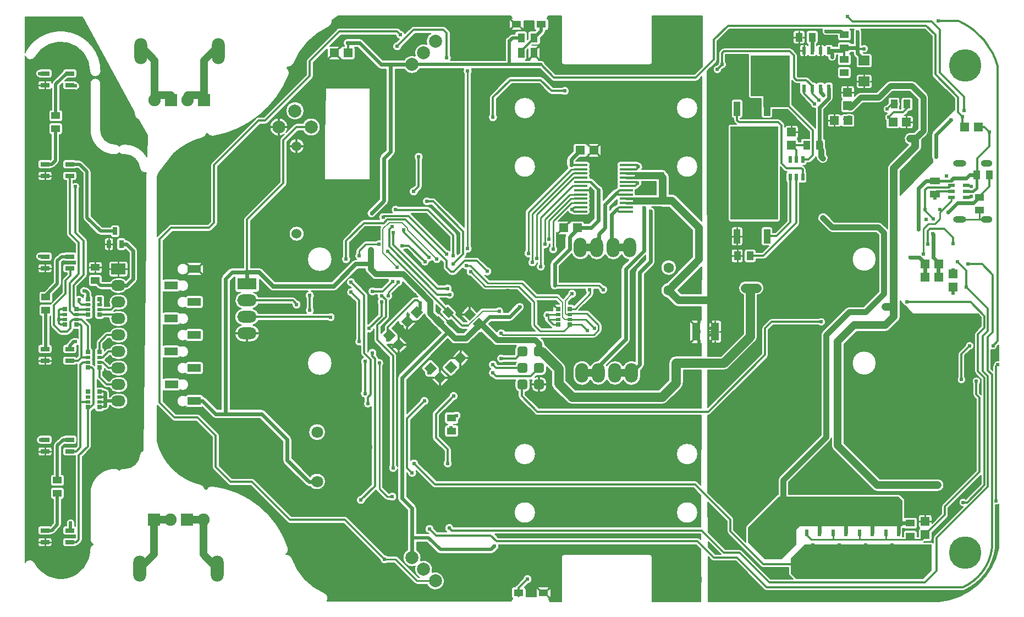
<source format=gbl>
G04 Layer: BottomLayer*
G04 EasyEDA Pro v2.2.40.8, 2025-09-21 19:38:57*
G04 Gerber Generator version 0.3*
G04 Scale: 100 percent, Rotated: No, Reflected: No*
G04 Dimensions in millimeters*
G04 Leading zeros omitted, absolute positions, 4 integers and 5 decimals*
G04 Generated by one-click*
%FSLAX45Y45*%
%MOMM*%
%AMRect*21,1,$1,$2,0,0,$3*%
%AMRoundRect*1,1,$1,$2,$3*1,1,$1,$4,$5*1,1,$1,0-$2,0-$3*1,1,$1,0-$4,0-$5*20,1,$1,$2,$3,$4,$5,0*20,1,$1,$4,$5,0-$2,0-$3,0*20,1,$1,0-$2,0-$3,0-$4,0-$5,0*20,1,$1,0-$4,0-$5,$2,$3,0*4,1,4,$2,$3,$4,$5,0-$2,0-$3,0-$4,0-$5,$2,$3,0*%
%ADD10C,0.2032*%
%ADD11C,0.254*%
%ADD12C,0.3*%
%ADD13C,5.0*%
%ADD14O,2.0X4.0*%
%ADD15C,0.6096*%
%ADD16O,2.08201X0.36401*%
%ADD17R,1.41X1.35001*%
%ADD18C,1.8095*%
%ADD19C,1.8*%
%ADD20Rect,1.41X1.35001X134.1*%
%ADD21Rect,1.41X1.35001X45.0*%
%ADD22Rect,1.41X1.35001X135.0*%
%ADD23R,1.07201X0.532*%
%ADD24R,1.37701X1.13254*%
%ADD25R,0.6X1.2*%
%ADD26R,3.29999X2.4*%
%ADD27R,1.13254X1.37701*%
%ADD28RoundRect,0.775X-0.3875X-0.3875X-0.3875X0.3875*%
%ADD29C,4.0*%
%ADD30R,1.35001X1.41*%
%ADD31C,0.508*%
%ADD32R,1.72799X1.48501*%
%ADD33R,1.55001X1.0*%
%ADD34O,2.0X1.0*%
%ADD35O,1.8X1.0*%
%ADD36R,1.9X1.9*%
%ADD37C,1.9*%
%ADD38R,0.6X1.1*%
%ADD39C,1.6*%
%ADD40R,0.6X1.07*%
%ADD41R,5.55361X5.20431*%
%ADD42R,1.06401X2.21831*%
%ADD43O,2.0X3.0*%
%ADD44R,3.0X1.8*%
%ADD45O,3.0X1.8*%
%ADD46C,2.0*%
%ADD47R,0.7X1.25001*%
%ADD48R,0.8X0.65001*%
%ADD49R,0.8X0.5*%
%ADD50Rect,1.13254X1.37701X45.0*%
%ADD51R,2.2X1.7*%
%ADD52O,2.2X1.7*%
%ADD53C,1.524*%
%ADD54R,1.443X0.7*%
%ADD55R,2.0X1.2*%
%ADD56R,1.28252X2.808*%
%ADD57R,1.0X1.55001*%
%ADD58R,1.443X1.1*%
%ADD59C,0.61*%
%ADD60C,0.3048*%
%ADD61C,0.1778*%
%ADD62C,0.4572*%
%ADD63C,0.4064*%
%ADD64C,0.9144*%
%ADD65C,1.4224*%
%ADD66C,1.2192*%
%ADD67C,0.3556*%
%ADD68C,0.6604*%
G75*


G04 Copper Start*
G36*
G01X8518040Y1714162D02*
G01X8516148Y2908046D01*
G01X8521700Y2908046D01*
G01X8534914Y2909786D01*
G01X8547227Y2914886D01*
G01X8557801Y2922999D01*
G01X9434101Y3799299D01*
G01X9442214Y3809873D01*
G01X9447314Y3822186D01*
G01X9449054Y3835400D01*
G01X9449054Y4220653D01*
G01X9520747Y4292346D01*
G01X10219311Y4292346D01*
G01X10231842Y4284160D01*
G01X10245889Y4278994D01*
G01X10260738Y4277112D01*
G01X10275631Y4278608D01*
G01X10289808Y4283407D01*
G01X10302547Y4291264D01*
G01X10313200Y4301778D01*
G01X10321222Y4314414D01*
G01X10326204Y4328528D01*
G01X10327894Y4343400D01*
G01X10326204Y4358272D01*
G01X10321222Y4372386D01*
G01X10313200Y4385022D01*
G01X10302547Y4395536D01*
G01X10289808Y4403393D01*
G01X10275631Y4408192D01*
G01X10260738Y4409688D01*
G01X10245889Y4407806D01*
G01X10231842Y4402640D01*
G01X10219311Y4394454D01*
G01X9499600Y4394454D01*
G01X9486386Y4392714D01*
G01X9474073Y4387614D01*
G01X9463499Y4379501D01*
G01X9361899Y4277901D01*
G01X9353786Y4267327D01*
G01X9348686Y4255014D01*
G01X9346946Y4241800D01*
G01X9346946Y3856547D01*
G01X8515961Y3025563D01*
G01X8515049Y3601466D01*
G01X8763000Y3601466D01*
G01X8779728Y3602783D01*
G01X8796044Y3606700D01*
G01X8811547Y3613121D01*
G01X8825854Y3621889D01*
G01X8838614Y3632786D01*
G01X9245014Y4039186D01*
G01X9255911Y4051946D01*
G01X9264679Y4066253D01*
G01X9271100Y4081756D01*
G01X9275017Y4098072D01*
G01X9276334Y4114800D01*
G01X9276334Y4757299D01*
G01X9296744Y4760311D01*
G01X9316195Y4767186D01*
G01X9333965Y4777669D01*
G01X9349390Y4791368D01*
G01X9361898Y4807775D01*
G01X9371022Y4826279D01*
G01X9376423Y4846190D01*
G01X9377901Y4866768D01*
G01X9375399Y4887246D01*
G01X9369011Y4906863D01*
G01X9358975Y4924889D01*
G01X9345665Y4940651D01*
G01X9329575Y4953564D01*
G01X9311305Y4963147D01*
G01X9291535Y4969044D01*
G01X9271000Y4971034D01*
G01X9093200Y4971034D01*
G01X9073004Y4969110D01*
G01X9053535Y4963405D01*
G01X9035494Y4954127D01*
G01X9019529Y4941608D01*
G01X9006217Y4926300D01*
G01X8996035Y4908752D01*
G01X8989350Y4889598D01*
G01X8986404Y4869526D01*
G01X8987301Y4849258D01*
G01X8992010Y4829525D01*
G01X9000361Y4811036D01*
G01X9012054Y4794457D01*
G01X9026667Y4780385D01*
G01X9043675Y4769326D01*
G01X9062466Y4761678D01*
G01X9062466Y4159094D01*
G01X8718706Y3815334D01*
G01X8514710Y3815334D01*
G01X8514337Y4050600D01*
G01X8527779Y4050600D01*
G01X8529532Y4039533D01*
G01X8534619Y4029549D01*
G01X8542543Y4021626D01*
G01X8552526Y4016539D01*
G01X8563593Y4014786D01*
G01X8691846Y4014786D01*
G01X8702913Y4016539D01*
G01X8712897Y4021626D01*
G01X8720820Y4029549D01*
G01X8725907Y4039533D01*
G01X8727660Y4050600D01*
G01X8727660Y4331400D01*
G01X8725907Y4342467D01*
G01X8720820Y4352451D01*
G01X8712897Y4360374D01*
G01X8702913Y4365461D01*
G01X8691846Y4367214D01*
G01X8563593Y4367214D01*
G01X8552526Y4365461D01*
G01X8542543Y4360374D01*
G01X8534619Y4352451D01*
G01X8529532Y4342467D01*
G01X8527779Y4331400D01*
G01X8527779Y4050600D01*
G01X8527779Y4050600D01*
G01X8514337Y4050600D01*
G01X8512372Y5290549D01*
G01X8875359Y5290549D01*
G01X8877112Y5279482D01*
G01X8882199Y5269499D01*
G01X8890122Y5261575D01*
G01X8900106Y5256488D01*
G01X8911173Y5254735D01*
G01X9024427Y5254735D01*
G01X9035494Y5256488D01*
G01X9045478Y5261575D01*
G01X9053401Y5269499D01*
G01X9058488Y5279482D01*
G01X9060241Y5290549D01*
G01X9060241Y5428251D01*
G01X9058488Y5439318D01*
G01X9053401Y5449301D01*
G01X9045478Y5457225D01*
G01X9035494Y5462312D01*
G01X9024427Y5464065D01*
G01X8911173Y5464065D01*
G01X8900106Y5462312D01*
G01X8890122Y5457225D01*
G01X8882199Y5449301D01*
G01X8877112Y5439318D01*
G01X8875359Y5428251D01*
G01X8875359Y5290549D01*
G01X8875359Y5290549D01*
G01X8512372Y5290549D01*
G01X8511611Y5770455D01*
G01X8875789Y5770455D01*
G01X8875789Y5548624D01*
G01X8877542Y5537557D01*
G01X8882629Y5527573D01*
G01X8890552Y5519650D01*
G01X8900536Y5514563D01*
G01X8911603Y5512810D01*
G01X9018003Y5512810D01*
G01X9029070Y5514563D01*
G01X9039054Y5519650D01*
G01X9046977Y5527573D01*
G01X9052064Y5537557D01*
G01X9053817Y5548624D01*
G01X9053817Y5770455D01*
G01X9052064Y5781522D01*
G01X9046977Y5791505D01*
G01X9039054Y5799429D01*
G01X9029070Y5804516D01*
G01X9018003Y5806269D01*
G01X8911603Y5806269D01*
G01X8911603Y5806269D01*
G01X8900536Y5804516D01*
G01X8890552Y5799429D01*
G01X8882629Y5791505D01*
G01X8877542Y5781522D01*
G01X8875789Y5770455D01*
G01X8511611Y5770455D01*
G01X8507750Y8206949D01*
G01X8523346Y8222545D01*
G01X8595483Y8222545D01*
G01X8598745Y8207937D01*
G01X8605202Y8194434D01*
G01X8614523Y8182723D01*
G01X8626234Y8173402D01*
G01X8639737Y8166945D01*
G01X8654345Y8163683D01*
G01X8669312Y8163780D01*
G01X8683876Y8167232D01*
G01X8697294Y8173864D01*
G01X8708883Y8183337D01*
G01X8718051Y8195168D01*
G01X8724331Y8208754D01*
G01X8727404Y8223402D01*
G01X8743798Y8239796D01*
G01X8758566Y8242909D01*
G01X8772248Y8249281D01*
G01X8784134Y8258583D01*
G01X8793608Y8270332D01*
G01X8800179Y8283920D01*
G01X8803506Y8298642D01*
G01X8803417Y8313735D01*
G01X8799917Y8328417D01*
G01X8793186Y8341926D01*
G01X8783574Y8353563D01*
G01X8783574Y8457373D01*
G01X8784147Y8457946D01*
G01X9142168Y8457946D01*
G01X9140498Y8451822D01*
G01X9139936Y8445500D01*
G01X9139936Y7820198D01*
G01X9141689Y7809131D01*
G01X9146776Y7799148D01*
G01X9154699Y7791224D01*
G01X9164683Y7786137D01*
G01X9175750Y7784384D01*
G01X9336786Y7784384D01*
G01X9336786Y7743994D01*
G01X9335783Y7735576D01*
G01X9335783Y7513745D01*
G01X9337536Y7502678D01*
G01X9342623Y7492695D01*
G01X9350546Y7484771D01*
G01X9360530Y7479684D01*
G01X9371597Y7477931D01*
G01X9477997Y7477931D01*
G01X9489064Y7479684D01*
G01X9499048Y7484771D01*
G01X9506971Y7492695D01*
G01X9512058Y7502678D01*
G01X9513811Y7513745D01*
G01X9513811Y7610351D01*
G01X9741847Y7610351D01*
G01X10083546Y7268653D01*
G01X10083546Y7165865D01*
G01X9977973Y7165865D01*
G01X9966906Y7164112D01*
G01X9956922Y7159025D01*
G01X9948999Y7151101D01*
G01X9943912Y7141118D01*
G01X9942159Y7130051D01*
G01X9942159Y7112254D01*
G01X9907715Y7112254D01*
G01X9907715Y7133300D01*
G01X9905867Y7144656D01*
G01X9900514Y7154839D01*
G01X9892209Y7162800D01*
G01X9900514Y7170761D01*
G01X9905867Y7180944D01*
G01X9907715Y7192300D01*
G01X9907715Y7333300D01*
G01X9905962Y7344367D01*
G01X9900875Y7354351D01*
G01X9892951Y7362274D01*
G01X9882968Y7367361D01*
G01X9871901Y7369114D01*
G01X9736900Y7369114D01*
G01X9725994Y7367413D01*
G01X9716124Y7362472D01*
G01X9708227Y7354760D01*
G01X9703054Y7345010D01*
G01X9703054Y7366000D01*
G01X9701314Y7379214D01*
G01X9696214Y7391527D01*
G01X9688101Y7402101D01*
G01X9637301Y7452901D01*
G01X9626727Y7461014D01*
G01X9614414Y7466114D01*
G01X9601200Y7467854D01*
G01X9017827Y7467854D01*
G01X9017254Y7468427D01*
G01X9017254Y7477931D01*
G01X9018003Y7477931D01*
G01X9029070Y7479684D01*
G01X9039054Y7484771D01*
G01X9046977Y7492695D01*
G01X9052064Y7502678D01*
G01X9053817Y7513745D01*
G01X9053817Y7735576D01*
G01X9052064Y7746643D01*
G01X9046977Y7756627D01*
G01X9039054Y7764550D01*
G01X9029070Y7769637D01*
G01X9018003Y7771390D01*
G01X8911603Y7771390D01*
G01X8900536Y7769637D01*
G01X8890552Y7764550D01*
G01X8882629Y7756627D01*
G01X8877542Y7746643D01*
G01X8875789Y7735576D01*
G01X8875789Y7513745D01*
G01X8877542Y7502678D01*
G01X8882629Y7492695D01*
G01X8890552Y7484771D01*
G01X8900536Y7479684D01*
G01X8911603Y7477931D01*
G01X8915146Y7477931D01*
G01X8915146Y7447280D01*
G01X8916886Y7434066D01*
G01X8921986Y7421753D01*
G01X8930099Y7411179D01*
G01X8952165Y7389114D01*
G01X8864600Y7389114D01*
G01X8853533Y7387361D01*
G01X8843549Y7382274D01*
G01X8835626Y7374351D01*
G01X8830539Y7364367D01*
G01X8828786Y7353300D01*
G01X8828786Y5918200D01*
G01X8830539Y5907133D01*
G01X8835626Y5897149D01*
G01X8843549Y5889226D01*
G01X8853533Y5884139D01*
G01X8864600Y5882386D01*
G01X9594406Y5882386D01*
G01X9605473Y5884139D01*
G01X9615457Y5889226D01*
G01X9623380Y5897149D01*
G01X9628467Y5907133D01*
G01X9630220Y5918200D01*
G01X9630220Y6731378D01*
G01X9692099Y6669499D01*
G01X9702673Y6661386D01*
G01X9714986Y6656286D01*
G01X9728200Y6654546D01*
G01X9734516Y6654546D01*
G01X9726612Y6646625D01*
G01X9721538Y6636651D01*
G01X9719790Y6625599D01*
G01X9719790Y6515599D01*
G01X9721543Y6504533D01*
G01X9726628Y6494550D01*
G01X9734550Y6486627D01*
G01X9734550Y5895151D01*
G01X9554653Y5715254D01*
G01X9513811Y5715254D01*
G01X9513811Y5770455D01*
G01X9512058Y5781522D01*
G01X9506971Y5791505D01*
G01X9499048Y5799429D01*
G01X9489064Y5804516D01*
G01X9477997Y5806269D01*
G01X9371597Y5806269D01*
G01X9360530Y5804516D01*
G01X9350546Y5799429D01*
G01X9342623Y5791505D01*
G01X9337536Y5781522D01*
G01X9335783Y5770455D01*
G01X9335783Y5548624D01*
G01X9337536Y5537557D01*
G01X9342623Y5527573D01*
G01X9350546Y5519650D01*
G01X9360530Y5514563D01*
G01X9371597Y5512810D01*
G01X9453808Y5512810D01*
G01X9351453Y5410454D01*
G01X9260241Y5410454D01*
G01X9260241Y5428251D01*
G01X9258488Y5439318D01*
G01X9253401Y5449301D01*
G01X9245478Y5457225D01*
G01X9235494Y5462312D01*
G01X9224427Y5464065D01*
G01X9111173Y5464065D01*
G01X9100106Y5462312D01*
G01X9090122Y5457225D01*
G01X9082199Y5449301D01*
G01X9077112Y5439318D01*
G01X9075359Y5428251D01*
G01X9075359Y5290549D01*
G01X9077112Y5279482D01*
G01X9082199Y5269499D01*
G01X9090122Y5261575D01*
G01X9100106Y5256488D01*
G01X9111173Y5254735D01*
G01X9224427Y5254735D01*
G01X9235494Y5256488D01*
G01X9245478Y5261575D01*
G01X9253401Y5269499D01*
G01X9258488Y5279482D01*
G01X9260241Y5290549D01*
G01X9260241Y5308346D01*
G01X9372600Y5308346D01*
G01X9373769Y5308500D01*
G01X10736186Y5308500D01*
G01X10738077Y5282056D01*
G01X10743713Y5256150D01*
G01X10752978Y5231310D01*
G01X10765683Y5208041D01*
G01X10781571Y5186818D01*
G01X10800318Y5168071D01*
G01X10821541Y5152183D01*
G01X10844810Y5139478D01*
G01X10869650Y5130213D01*
G01X10895556Y5124577D01*
G01X10922000Y5122686D01*
G01X10948444Y5124577D01*
G01X10974350Y5130213D01*
G01X10999190Y5139478D01*
G01X11022459Y5152183D01*
G01X11043682Y5168071D01*
G01X11062429Y5186818D01*
G01X11078317Y5208041D01*
G01X11091022Y5231310D01*
G01X11100287Y5256150D01*
G01X11105923Y5282056D01*
G01X11107814Y5308500D01*
G01X11105923Y5334944D01*
G01X11100287Y5360850D01*
G01X11091022Y5385690D01*
G01X11078317Y5408959D01*
G01X11062429Y5430182D01*
G01X11043682Y5448929D01*
G01X11022459Y5464817D01*
G01X10999190Y5477522D01*
G01X10974350Y5486787D01*
G01X10948444Y5492423D01*
G01X10922000Y5494314D01*
G01X10895556Y5492423D01*
G01X10869650Y5486787D01*
G01X10844810Y5477522D01*
G01X10821541Y5464817D01*
G01X10800318Y5448929D01*
G01X10781571Y5430182D01*
G01X10765683Y5408959D01*
G01X10752978Y5385690D01*
G01X10743713Y5360850D01*
G01X10738077Y5334944D01*
G01X10736186Y5308500D01*
G01X10736186Y5308500D01*
G01X9373769Y5308500D01*
G01X9385814Y5310086D01*
G01X9398127Y5315186D01*
G01X9408701Y5323299D01*
G01X9916701Y5831299D01*
G01X9924814Y5841873D01*
G01X9929914Y5854186D01*
G01X9931654Y5867400D01*
G01X9931654Y6482610D01*
G01X9938483Y6480499D01*
G01X9945596Y6479785D01*
G01X10005596Y6479785D01*
G01X10016663Y6481538D01*
G01X10026647Y6486625D01*
G01X10034570Y6494548D01*
G01X10039657Y6504532D01*
G01X10041410Y6515599D01*
G01X10041410Y6625599D01*
G01X10039657Y6636665D01*
G01X10034572Y6646648D01*
G01X10026650Y6654571D01*
G01X10026650Y6686804D01*
G01X10024910Y6700018D01*
G01X10019810Y6712331D01*
G01X10011697Y6722905D01*
G01X9992901Y6741701D01*
G01X9982374Y6749787D01*
G01X10005596Y6749787D01*
G01X10016663Y6751540D01*
G01X10026647Y6756627D01*
G01X10034570Y6764550D01*
G01X10039657Y6774534D01*
G01X10041410Y6785601D01*
G01X10041410Y6789547D01*
G01X10066401Y6789547D01*
G01X10079615Y6791287D01*
G01X10091928Y6796387D01*
G01X10102502Y6804500D01*
G01X10170701Y6872699D01*
G01X10178690Y6883059D01*
G01X10181040Y6868773D01*
G01X10185881Y6855127D01*
G01X10193058Y6842553D01*
G01X10202347Y6831447D01*
G01X10229347Y6804447D01*
G01X10242593Y6793720D01*
G01X10257781Y6785982D01*
G01X10274245Y6781570D01*
G01X10291267Y6780678D01*
G01X10308103Y6783344D01*
G01X10324016Y6789453D01*
G01X10338311Y6798736D01*
G01X10350364Y6810789D01*
G01X10359647Y6825084D01*
G01X10365756Y6840998D01*
G01X10368422Y6857833D01*
G01X10367530Y6874855D01*
G01X10363119Y6891319D01*
G01X10355380Y6906507D01*
G01X10344653Y6919753D01*
G01X10341534Y6922873D01*
G01X10341534Y6985000D01*
G01X10339879Y7001344D01*
G01X10334982Y7017024D01*
G01X10327041Y7031404D01*
G01X10327041Y7130051D01*
G01X10325304Y7141068D01*
G01X10320263Y7151016D01*
G01X10312405Y7158931D01*
G01X10302494Y7164046D01*
G01X10302494Y7509701D01*
G01X10357089Y7509701D01*
G01X10357089Y7374700D01*
G01X10358842Y7363632D01*
G01X10363929Y7353649D01*
G01X10371852Y7345725D01*
G01X10381836Y7340638D01*
G01X10392903Y7338886D01*
G01X10533903Y7338886D01*
G01X10543947Y7340323D01*
G01X10553184Y7344519D01*
G01X10560874Y7351137D01*
G01X10566400Y7359646D01*
G01X10571926Y7351137D01*
G01X10579616Y7344519D01*
G01X10588853Y7340323D01*
G01X10598897Y7338886D01*
G01X10739897Y7338886D01*
G01X10750964Y7340638D01*
G01X10760948Y7345725D01*
G01X10768871Y7353649D01*
G01X10773958Y7363632D01*
G01X10775711Y7374700D01*
G01X10775711Y7509701D01*
G01X10773958Y7520768D01*
G01X10768871Y7530751D01*
G01X10760948Y7538675D01*
G01X10750964Y7543762D01*
G01X10739897Y7545515D01*
G01X10733892Y7545515D01*
G01X10721527Y7553046D01*
G01X10707822Y7557713D01*
G01X10693430Y7559294D01*
G01X10679039Y7557713D01*
G01X10665334Y7553046D01*
G01X10652969Y7545515D01*
G01X10598897Y7545515D01*
G01X10598897Y7545515D01*
G01X10588853Y7544077D01*
G01X10579616Y7539881D01*
G01X10571926Y7533263D01*
G01X10566400Y7524754D01*
G01X10560874Y7533263D01*
G01X10553184Y7539881D01*
G01X10543947Y7544077D01*
G01X10533903Y7545515D01*
G01X10392903Y7545515D01*
G01X10381836Y7543762D01*
G01X10371852Y7538675D01*
G01X10363929Y7530751D01*
G01X10358842Y7520768D01*
G01X10357089Y7509701D01*
G01X10302494Y7509701D01*
G01X10302494Y7617940D01*
G01X10422777Y7738223D01*
G01X10431021Y7748269D01*
G01X10437148Y7759730D01*
G01X10440920Y7772167D01*
G01X10442194Y7785100D01*
G01X10442194Y7938770D01*
G01X10441714Y7946734D01*
G01X10441714Y7998770D01*
G01X10439961Y8009837D01*
G01X10434874Y8019821D01*
G01X10426951Y8027744D01*
G01X10416967Y8032831D01*
G01X10405900Y8034584D01*
G01X10345900Y8034584D01*
G01X10335236Y8032959D01*
G01X10325540Y8028233D01*
G01X10317690Y8020835D01*
G01X10312400Y8011434D01*
G01X10307110Y8020835D01*
G01X10299260Y8028233D01*
G01X10289564Y8032959D01*
G01X10278900Y8034584D01*
G01X10218900Y8034584D01*
G01X10208236Y8032959D01*
G01X10198540Y8028233D01*
G01X10190690Y8020835D01*
G01X10185400Y8011434D01*
G01X10180110Y8020835D01*
G01X10172260Y8028233D01*
G01X10162564Y8032959D01*
G01X10151900Y8034584D01*
G01X10135117Y8034584D01*
G01X10069101Y8100601D01*
G01X10058527Y8108714D01*
G01X10046214Y8113814D01*
G01X10033000Y8115554D01*
G01X9901747Y8115554D01*
G01X9893554Y8123747D01*
G01X9893554Y8237027D01*
G01X10512535Y8237027D01*
G01X10512535Y8123773D01*
G01X10514288Y8112706D01*
G01X10519375Y8102722D01*
G01X10527299Y8094799D01*
G01X10537282Y8089712D01*
G01X10548349Y8087959D01*
G01X10686051Y8087959D01*
G01X10686051Y8087959D01*
G01X10697118Y8089712D01*
G01X10707101Y8094799D01*
G01X10715025Y8102722D01*
G01X10720112Y8112706D01*
G01X10721139Y8119193D01*
G01X10799787Y8119193D01*
G01X10799787Y7970691D01*
G01X10801539Y7959624D01*
G01X10806626Y7949641D01*
G01X10814550Y7941717D01*
G01X10824533Y7936630D01*
G01X10835601Y7934877D01*
G01X11008399Y7934877D01*
G01X11019467Y7936630D01*
G01X11029450Y7941717D01*
G01X11037374Y7949641D01*
G01X11042461Y7959624D01*
G01X11044213Y7970691D01*
G01X11044213Y8119193D01*
G01X11042461Y8130260D01*
G01X11037374Y8140243D01*
G01X11029450Y8148167D01*
G01X11019467Y8153254D01*
G01X11008399Y8155007D01*
G01X10835601Y8155007D01*
G01X10835601Y8155007D01*
G01X10824533Y8153254D01*
G01X10814550Y8148167D01*
G01X10806626Y8140243D01*
G01X10801539Y8130260D01*
G01X10799787Y8119193D01*
G01X10721139Y8119193D01*
G01X10721865Y8123773D01*
G01X10721865Y8237027D01*
G01X10720112Y8248094D01*
G01X10715025Y8258078D01*
G01X10707101Y8266001D01*
G01X10697118Y8271088D01*
G01X10686051Y8272841D01*
G01X10548349Y8272841D01*
G01X10537282Y8271088D01*
G01X10527299Y8266001D01*
G01X10519375Y8258078D01*
G01X10514288Y8248094D01*
G01X10512535Y8237027D01*
G01X9893554Y8237027D01*
G01X9893554Y8445500D01*
G01X9891814Y8458714D01*
G01X9886714Y8471027D01*
G01X9878601Y8481601D01*
G01X9815101Y8545101D01*
G01X9804527Y8553214D01*
G01X9792214Y8558314D01*
G01X9779000Y8560054D01*
G01X8763000Y8560054D01*
G01X8763000Y8560054D01*
G01X8749786Y8558314D01*
G01X8737473Y8553214D01*
G01X8726899Y8545101D01*
G01X8696419Y8514621D01*
G01X8688306Y8504047D01*
G01X8683206Y8491734D01*
G01X8681466Y8478520D01*
G01X8681466Y8341069D01*
G01X8674825Y8327112D01*
G01X8671596Y8311998D01*
G01X8655202Y8295604D01*
G01X8640554Y8292531D01*
G01X8626968Y8286251D01*
G01X8615137Y8277083D01*
G01X8605664Y8265494D01*
G01X8599032Y8252076D01*
G01X8595580Y8237512D01*
G01X8595483Y8222545D01*
G01X8523346Y8222545D01*
G01X8646701Y8345899D01*
G01X8654814Y8356473D01*
G01X8659914Y8368786D01*
G01X8661654Y8382000D01*
G01X8661654Y8665653D01*
G01X8789752Y8793751D01*
G01X9827859Y8793751D01*
G01X9827859Y8656049D01*
G01X9829612Y8644982D01*
G01X9834699Y8634999D01*
G01X9842622Y8627075D01*
G01X9852606Y8621988D01*
G01X9863673Y8620235D01*
G01X9976927Y8620235D01*
G01X9987994Y8621988D01*
G01X9997978Y8627075D01*
G01X10005901Y8634999D01*
G01X10010988Y8644982D01*
G01X10012741Y8656049D01*
G01X10012741Y8793751D01*
G01X10012741Y8793751D01*
G01X10010988Y8804818D01*
G01X10005901Y8814801D01*
G01X9997978Y8822725D01*
G01X9987994Y8827812D01*
G01X9976927Y8829565D01*
G01X9863673Y8829565D01*
G01X9852606Y8827812D01*
G01X9842622Y8822725D01*
G01X9834699Y8814801D01*
G01X9829612Y8804818D01*
G01X9827859Y8793751D01*
G01X8789752Y8793751D01*
G01X8845361Y8849360D01*
G01X10278592Y8849360D01*
G01X10273783Y8836764D01*
G01X10271622Y8823455D01*
G01X10272198Y8809984D01*
G01X10275488Y8796908D01*
G01X10281356Y8784769D01*
G01X10289559Y8774068D01*
G01X10299757Y8765248D01*
G01X10311528Y8758673D01*
G01X10324387Y8754617D01*
G01X10337800Y8753245D01*
G01X10512535Y8753245D01*
G01X10512535Y8704773D01*
G01X10514288Y8693706D01*
G01X10519375Y8683722D01*
G01X10527299Y8675799D01*
G01X10537282Y8670712D01*
G01X10548349Y8668959D01*
G01X10686051Y8668959D01*
G01X10697118Y8670712D01*
G01X10707101Y8675799D01*
G01X10715025Y8683722D01*
G01X10720112Y8693706D01*
G01X10721865Y8704773D01*
G01X10721865Y8818027D01*
G01X10720602Y8827452D01*
G01X10716904Y8836212D01*
G01X10711030Y8843691D01*
G01X10703396Y8849360D01*
G01X10766656Y8849360D01*
G01X10759787Y8837396D01*
G01X10755543Y8824269D01*
G01X10754107Y8810548D01*
G01X10754107Y8627694D01*
G01X10720535Y8627694D01*
G01X10715656Y8638181D01*
G01X10707689Y8646565D01*
G01X10697465Y8651973D01*
G01X10686051Y8653841D01*
G01X10548349Y8653841D01*
G01X10537282Y8652088D01*
G01X10527299Y8647001D01*
G01X10519375Y8639078D01*
G01X10514288Y8629094D01*
G01X10512535Y8618027D01*
G01X10512535Y8586724D01*
G01X10441157Y8586724D01*
G01X10438063Y8596185D01*
G01X10432484Y8604428D01*
G01X10424853Y8610818D01*
G01X10415757Y8614861D01*
G01X10405900Y8616244D01*
G01X10345900Y8616244D01*
G01X10335236Y8614619D01*
G01X10325540Y8609893D01*
G01X10317690Y8602495D01*
G01X10312400Y8593094D01*
G01X10307110Y8602495D01*
G01X10299260Y8609893D01*
G01X10289564Y8614619D01*
G01X10278900Y8616244D01*
G01X10218900Y8616244D01*
G01X10209778Y8615063D01*
G01X10201258Y8611597D01*
G01X10193902Y8606076D01*
G01X10188194Y8598863D01*
G01X10188194Y8622054D01*
G01X10198105Y8627169D01*
G01X10205963Y8635084D01*
G01X10211004Y8645032D01*
G01X10212741Y8656049D01*
G01X10212741Y8793751D01*
G01X10210988Y8804818D01*
G01X10205901Y8814801D01*
G01X10197978Y8822725D01*
G01X10187994Y8827812D01*
G01X10176927Y8829565D01*
G01X10063673Y8829565D01*
G01X10052606Y8827812D01*
G01X10042622Y8822725D01*
G01X10034699Y8814801D01*
G01X10029612Y8804818D01*
G01X10027859Y8793751D01*
G01X10027859Y8656049D01*
G01X10029861Y8644245D01*
G01X10035641Y8633759D01*
G01X10044555Y8625765D01*
G01X10055606Y8621156D01*
G01X10055606Y8598863D01*
G01X10049898Y8606076D01*
G01X10042542Y8611597D01*
G01X10034022Y8615063D01*
G01X10024900Y8616244D01*
G01X9964900Y8616244D01*
G01X9953833Y8614491D01*
G01X9943849Y8609404D01*
G01X9935926Y8601481D01*
G01X9930839Y8591497D01*
G01X9929086Y8580430D01*
G01X9929086Y8460430D01*
G01X9930839Y8449363D01*
G01X9935926Y8439379D01*
G01X9943849Y8431456D01*
G01X9953833Y8426369D01*
G01X9964900Y8424616D01*
G01X10024900Y8424616D01*
G01X10035564Y8426241D01*
G01X10045260Y8430967D01*
G01X10053110Y8438365D01*
G01X10058400Y8447766D01*
G01X10063690Y8438365D01*
G01X10071540Y8430967D01*
G01X10081236Y8426241D01*
G01X10091900Y8424616D01*
G01X10151900Y8424616D01*
G01X10162564Y8426241D01*
G01X10172260Y8430967D01*
G01X10180110Y8438365D01*
G01X10185400Y8447766D01*
G01X10190690Y8438365D01*
G01X10198540Y8430967D01*
G01X10208236Y8426241D01*
G01X10218900Y8424616D01*
G01X10278900Y8424616D01*
G01X10289564Y8426241D01*
G01X10299260Y8430967D01*
G01X10307110Y8438365D01*
G01X10312400Y8447766D01*
G01X10317690Y8438365D01*
G01X10325540Y8430967D01*
G01X10335236Y8426241D01*
G01X10345900Y8424616D01*
G01X10360406Y8424616D01*
G01X10360406Y8420100D01*
G01X10362332Y8404235D01*
G01X10368000Y8389292D01*
G01X10377078Y8376139D01*
G01X10389041Y8365541D01*
G01X10403192Y8358114D01*
G01X10418709Y8354289D01*
G01X10434691Y8354289D01*
G01X10450208Y8358114D01*
G01X10464359Y8365541D01*
G01X10476322Y8376139D01*
G01X10485400Y8389292D01*
G01X10491068Y8404235D01*
G01X10492994Y8420100D01*
G01X10492994Y8454136D01*
G01X10516887Y8454136D01*
G01X10513640Y8445854D01*
G01X10512535Y8437027D01*
G01X10512535Y8323773D01*
G01X10514288Y8312706D01*
G01X10519375Y8302722D01*
G01X10527299Y8294799D01*
G01X10537282Y8289712D01*
G01X10548349Y8287959D01*
G01X10686051Y8287959D01*
G01X10697118Y8289712D01*
G01X10707101Y8294799D01*
G01X10715025Y8302722D01*
G01X10720112Y8312706D01*
G01X10721865Y8323773D01*
G01X10721865Y8437027D01*
G01X10720157Y8447953D01*
G01X10715198Y8457837D01*
G01X10707459Y8465737D01*
G01X10697679Y8470900D01*
G01X10707809Y8476327D01*
G01X10715698Y8484682D01*
G01X10720535Y8495106D01*
G01X10754106Y8495107D01*
G01X10754106Y8475190D01*
G01X10755380Y8462256D01*
G01X10759152Y8449820D01*
G01X10765279Y8438359D01*
G01X10773523Y8428313D01*
G01X10799787Y8402049D01*
G01X10799787Y8289207D01*
G01X10801539Y8278140D01*
G01X10806626Y8268157D01*
G01X10814550Y8260233D01*
G01X10824533Y8255146D01*
G01X10835601Y8253393D01*
G01X11008399Y8253393D01*
G01X11019467Y8255146D01*
G01X11029450Y8260233D01*
G01X11037374Y8268157D01*
G01X11042461Y8278140D01*
G01X11044213Y8289207D01*
G01X11044213Y8437709D01*
G01X11042461Y8448776D01*
G01X11037374Y8458759D01*
G01X11029450Y8466683D01*
G01X11019467Y8471770D01*
G01X11008399Y8473523D01*
G01X10915821Y8473523D01*
G01X10906763Y8482581D01*
G01X10922930Y8480813D01*
G01X10939041Y8483034D01*
G01X10954127Y8489111D01*
G01X10967279Y8498678D01*
G01X10977706Y8511159D01*
G01X10984780Y8525803D01*
G01X10988076Y8541730D01*
G01X10987395Y8557979D01*
G01X10982779Y8573573D01*
G01X10974504Y8587575D01*
G01X10963070Y8599140D01*
G01X10949163Y8607573D01*
G01X10933622Y8612367D01*
G01X10917382Y8613233D01*
G01X10901419Y8610118D01*
G01X10886695Y8603211D01*
G01X10886695Y8810548D01*
G01X10885260Y8824269D01*
G01X10881015Y8837396D01*
G01X10874146Y8849360D01*
G01X11855639Y8849360D01*
G01X11964857Y8740142D01*
G01X11964857Y8151689D01*
G01X11966596Y8138476D01*
G01X11971697Y8126162D01*
G01X11979810Y8115589D01*
G01X12315770Y7779629D01*
G01X12315770Y7610929D01*
G01X11981660Y7280865D01*
G01X11979425Y7277554D01*
G01X11978640Y7273637D01*
G01X11978640Y7271752D01*
G01X11970965Y7261883D01*
G01X11965279Y7250749D01*
G01X11961785Y7238746D01*
G01X11960606Y7226300D01*
G01X11960606Y6883400D01*
G01X11961785Y6870954D01*
G01X11965279Y6858951D01*
G01X11970965Y6847817D01*
G01X11978640Y6837948D01*
G01X11978640Y6798701D01*
G01X11475974Y6294718D01*
G01X11475974Y6665515D01*
G01X11777830Y6967370D01*
G01X11789865Y6982035D01*
G01X11798808Y6998766D01*
G01X11804315Y7016920D01*
G01X11806174Y7035800D01*
G01X11806174Y7144268D01*
G01X11888973Y7227067D01*
G01X11899113Y7239422D01*
G01X11906648Y7253518D01*
G01X11911287Y7268814D01*
G01X11912854Y7284720D01*
G01X11912854Y7802880D01*
G01X11911287Y7818786D01*
G01X11906648Y7834082D01*
G01X11899113Y7848178D01*
G01X11888973Y7860533D01*
G01X11716253Y8033253D01*
G01X11703898Y8043393D01*
G01X11689802Y8050928D01*
G01X11674506Y8055567D01*
G01X11658600Y8057134D01*
G01X11328400Y8057134D01*
G01X11312494Y8055567D01*
G01X11297198Y8050928D01*
G01X11283102Y8043393D01*
G01X11270747Y8033253D01*
G01X11116828Y7879334D01*
G01X10871200Y7879334D01*
G01X10855294Y7877767D01*
G01X10839998Y7873128D01*
G01X10825902Y7865593D01*
G01X10813547Y7855453D01*
G01X10771315Y7813221D01*
G01X10771315Y7945897D01*
G01X10769562Y7956964D01*
G01X10764475Y7966948D01*
G01X10756551Y7974871D01*
G01X10746568Y7979958D01*
G01X10735501Y7981711D01*
G01X10600500Y7981711D01*
G01X10589432Y7979958D01*
G01X10579449Y7974871D01*
G01X10571525Y7966948D01*
G01X10566438Y7956964D01*
G01X10564686Y7945897D01*
G01X10564686Y7804897D01*
G01X10566123Y7794853D01*
G01X10570319Y7785616D01*
G01X10576937Y7777926D01*
G01X10585446Y7772400D01*
G01X10576937Y7766874D01*
G01X10570319Y7759184D01*
G01X10566123Y7749947D01*
G01X10564686Y7739903D01*
G01X10564686Y7598903D01*
G01X10566438Y7587836D01*
G01X10571525Y7577852D01*
G01X10579449Y7569929D01*
G01X10589432Y7564842D01*
G01X10600500Y7563089D01*
G01X10735501Y7563089D01*
G01X10746574Y7564844D01*
G01X10756562Y7569937D01*
G01X10764487Y7577868D01*
G01X10776453Y7587747D01*
G01X10804736Y7616030D01*
G01X11211425Y7616030D01*
G01X11213879Y7601710D01*
G01X11219393Y7588269D01*
G01X11227702Y7576352D01*
G01X11238408Y7566531D01*
G01X11250996Y7559278D01*
G01X11264861Y7554941D01*
G01X11279339Y7553729D01*
G01X11265987Y7546800D01*
G01X11254540Y7537040D01*
G01X11245589Y7524950D01*
G01X11239594Y7511154D01*
G01X11236863Y7496361D01*
G01X11237538Y7481333D01*
G01X11241583Y7466845D01*
G01X11248790Y7453641D01*
G01X11258789Y7442402D01*
G01X11258789Y7349300D01*
G01X11258789Y7349300D01*
G01X11260542Y7338232D01*
G01X11265629Y7328249D01*
G01X11273552Y7320325D01*
G01X11283536Y7315238D01*
G01X11294603Y7313486D01*
G01X11435603Y7313486D01*
G01X11445647Y7314923D01*
G01X11454884Y7319119D01*
G01X11462574Y7325737D01*
G01X11468100Y7334246D01*
G01X11473626Y7325737D01*
G01X11481316Y7319119D01*
G01X11490553Y7314923D01*
G01X11500597Y7313486D01*
G01X11641597Y7313486D01*
G01X11652664Y7315238D01*
G01X11662648Y7320325D01*
G01X11670571Y7328249D01*
G01X11675658Y7338232D01*
G01X11677411Y7349300D01*
G01X11677411Y7484301D01*
G01X11675658Y7495368D01*
G01X11670571Y7505351D01*
G01X11662648Y7513275D01*
G01X11652664Y7518362D01*
G01X11641597Y7520115D01*
G01X11536906Y7520115D01*
G01X11548763Y7525202D01*
G01X11558967Y7533099D01*
G01X11617403Y7591535D01*
G01X11637427Y7591535D01*
G01X11648494Y7593288D01*
G01X11658478Y7598375D01*
G01X11666401Y7606299D01*
G01X11671488Y7616282D01*
G01X11673241Y7627349D01*
G01X11673241Y7765051D01*
G01X11671488Y7776118D01*
G01X11666401Y7786101D01*
G01X11658478Y7794025D01*
G01X11648494Y7799112D01*
G01X11637427Y7800865D01*
G01X11524173Y7800865D01*
G01X11513106Y7799112D01*
G01X11503122Y7794025D01*
G01X11495199Y7786101D01*
G01X11490112Y7776118D01*
G01X11488359Y7765051D01*
G01X11488359Y7627349D01*
G01X11489069Y7620254D01*
G01X11472531Y7620254D01*
G01X11473241Y7627349D01*
G01X11473241Y7667728D01*
G01X11478735Y7678456D01*
G01X11481561Y7690173D01*
G01X11481561Y7702227D01*
G01X11478735Y7713944D01*
G01X11473241Y7724672D01*
G01X11473241Y7765051D01*
G01X11471488Y7776118D01*
G01X11466401Y7786101D01*
G01X11458478Y7794025D01*
G01X11448494Y7799112D01*
G01X11437427Y7800865D01*
G01X11324173Y7800865D01*
G01X11313106Y7799112D01*
G01X11303122Y7794025D01*
G01X11295199Y7786101D01*
G01X11290112Y7776118D01*
G01X11288359Y7765051D01*
G01X11288359Y7702961D01*
G01X11271402Y7686004D01*
G01X11257174Y7683069D01*
G01X11243926Y7677105D01*
G01X11232296Y7668399D01*
G01X11222841Y7657368D01*
G01X11216017Y7644543D01*
G01X11212149Y7630540D01*
G01X11211425Y7616030D01*
G01X10804736Y7616030D01*
G01X10904972Y7716266D01*
G01X11150600Y7716266D01*
G01X11166506Y7717833D01*
G01X11181802Y7722472D01*
G01X11195898Y7730007D01*
G01X11208253Y7740147D01*
G01X11362172Y7894066D01*
G01X11624828Y7894066D01*
G01X11749786Y7769108D01*
G01X11749786Y7318492D01*
G01X11690868Y7259574D01*
G01X11633200Y7259574D01*
G01X11613552Y7257559D01*
G01X11594723Y7251596D01*
G01X11577497Y7241935D01*
G01X11562590Y7228978D01*
G01X11550625Y7213264D01*
G01X11542099Y7195448D01*
G01X11537368Y7176272D01*
G01X11536629Y7156535D01*
G01X11539912Y7137059D01*
G01X11547081Y7118656D01*
G01X11557837Y7102091D01*
G01X11571732Y7088054D01*
G01X11588188Y7077132D01*
G01X11606518Y7069777D01*
G01X11310770Y6774030D01*
G01X11298735Y6759365D01*
G01X11289792Y6742634D01*
G01X11284285Y6724480D01*
G01X11282426Y6705600D01*
G01X11282426Y5774680D01*
G01X11200887Y5856219D01*
G01X11188532Y5866359D01*
G01X11174436Y5873894D01*
G01X11159140Y5878533D01*
G01X11143234Y5880100D01*
G01X10465806Y5880100D01*
G01X10344653Y6001253D01*
G01X10331407Y6011980D01*
G01X10316219Y6019719D01*
G01X10299755Y6024130D01*
G01X10282733Y6025022D01*
G01X10265897Y6022356D01*
G01X10249984Y6016247D01*
G01X10235689Y6006964D01*
G01X10223636Y5994911D01*
G01X10214353Y5980616D01*
G01X10208244Y5964703D01*
G01X10205578Y5947867D01*
G01X10206470Y5930845D01*
G01X10210881Y5914381D01*
G01X10218620Y5899193D01*
G01X10229347Y5885947D01*
G01X10374381Y5740913D01*
G01X10386736Y5730773D01*
G01X10400832Y5723238D01*
G01X10416128Y5718599D01*
G01X10432034Y5717032D01*
G01X11109462Y5717032D01*
G01X11145266Y5681228D01*
G01X11145266Y4808972D01*
G01X10913628Y4577334D01*
G01X10693400Y4577334D01*
G01X10677494Y4575767D01*
G01X10662198Y4571128D01*
G01X10648102Y4563593D01*
G01X10635747Y4553453D01*
G01X10280147Y4197853D01*
G01X10270007Y4185498D01*
G01X10262472Y4171402D01*
G01X10257833Y4156106D01*
G01X10256266Y4140200D01*
G01X10256266Y2599172D01*
G01X9619747Y1962653D01*
G01X9609607Y1950298D01*
G01X9602072Y1936202D01*
G01X9597433Y1920906D01*
G01X9595866Y1905000D01*
G01X9595866Y1685557D01*
G01X9587304Y1681980D01*
G01X9579948Y1676324D01*
G01X9110048Y1206424D01*
G01X9104356Y1199007D01*
G01X9100778Y1190369D01*
G01X9099558Y1181100D01*
G01X9099558Y954843D01*
G01X8915654Y1138747D01*
G01X8915654Y1295400D01*
G01X8913914Y1308614D01*
G01X8908814Y1320927D01*
G01X8900701Y1331501D01*
G01X8518040Y1714162D01*
G37*
G36*
G01X9808464Y8064435D02*
G01X9844499Y8028399D01*
G01X9855073Y8020286D01*
G01X9867386Y8015186D01*
G01X9880600Y8013446D01*
G01X9932231Y8013446D01*
G01X9929881Y8006275D01*
G01X9929086Y7998770D01*
G01X9929086Y7878770D01*
G01X9930980Y7867279D01*
G01X9936460Y7857003D01*
G01X9944948Y7849029D01*
G01X9947887Y7839671D01*
G01X9952562Y7831047D01*
G01X9958799Y7823477D01*
G01X10092274Y7690002D01*
G01X10095557Y7674728D01*
G01X10102324Y7660646D01*
G01X10112198Y7648539D01*
G01X10124631Y7639079D01*
G01X10138933Y7632791D01*
G01X10154309Y7630025D01*
G01X10169906Y7630934D01*
G01X10169906Y7326932D01*
G01X9808464Y7688163D01*
G01X9808464Y8064435D01*
G37*
G36*
G01X8519007Y1103594D02*
G01X8518269Y1569530D01*
G01X8813546Y1274253D01*
G01X8813546Y1117600D01*
G01X8815286Y1104386D01*
G01X8820386Y1092073D01*
G01X8828499Y1081499D01*
G01X9336499Y573499D01*
G01X9347073Y565386D01*
G01X9359386Y560286D01*
G01X9372600Y558546D01*
G01X9755886Y558546D01*
G01X9755886Y469900D01*
G01X9757106Y460631D01*
G01X9760684Y451993D01*
G01X9766376Y444576D01*
G01X9829697Y381254D01*
G01X9482647Y381254D01*
G01X9040401Y823501D01*
G01X9029827Y831614D01*
G01X9017514Y836714D01*
G01X9004300Y838454D01*
G01X8784147Y838454D01*
G01X8519007Y1103594D01*
G37*
G36*
G01X8519370Y874631D02*
G01X8519237Y958962D01*
G01X8715945Y762254D01*
G01X8631747Y762254D01*
G01X8519370Y874631D01*
G37*
G36*
G01X8520700Y35560D02*
G01X8519599Y729999D01*
G01X8574499Y675099D01*
G01X8585073Y666986D01*
G01X8597386Y661886D01*
G01X8610600Y660146D01*
G01X8945053Y660146D01*
G01X9387299Y217899D01*
G01X9397873Y209786D01*
G01X9410186Y204686D01*
G01X9423400Y202946D01*
G01X12433300Y202946D01*
G01X12443518Y203979D01*
G01X12453322Y207036D01*
G01X12504727Y231107D01*
G01X12554325Y258710D01*
G01X12601874Y289711D01*
G01X12647141Y323957D01*
G01X12689906Y361281D01*
G01X12729959Y401501D01*
G01X12767104Y444421D01*
G01X12801161Y489830D01*
G01X12831963Y537508D01*
G01X12859360Y587220D01*
G01X12883217Y638725D01*
G01X12903418Y691770D01*
G01X12919865Y746097D01*
G01X12932477Y801440D01*
G01X12941192Y857529D01*
G01X12941345Y868219D01*
G01X12939268Y878706D01*
G01X12939268Y1522864D01*
G01X12953795Y1521206D01*
G01X12968331Y1522774D01*
G01X12982171Y1527489D01*
G01X12994640Y1535124D01*
G01X12994640Y866269D01*
G01X12980324Y804235D01*
G01X12962225Y743197D01*
G01X12940413Y683386D01*
G01X12914969Y625027D01*
G01X12885990Y568341D01*
G01X12853584Y513541D01*
G01X12817875Y460834D01*
G01X12778996Y410419D01*
G01X12737095Y362487D01*
G01X12692330Y317219D01*
G01X12644870Y274784D01*
G01X12594894Y235344D01*
G01X12542590Y199047D01*
G01X12488156Y166031D01*
G01X12431797Y136419D01*
G01X12373726Y110324D01*
G01X12314163Y87844D01*
G01X12253331Y69064D01*
G01X12191462Y54054D01*
G01X12128787Y42872D01*
G01X12065544Y35560D01*
G01X12065544Y35560D01*
G01X8520700Y35560D01*
G37*
G36*
G01X11475974Y4419600D02*
G01X11475974Y4667528D01*
G01X11523296Y4618174D01*
G01X11530284Y4607227D01*
G01X11539273Y4597852D01*
G01X11549917Y4590410D01*
G01X11671727Y4463368D01*
G01X11675074Y4461055D01*
G01X11679060Y4460240D01*
G01X12676059Y4460240D01*
G01X12725146Y4411153D01*
G01X12725146Y4275647D01*
G01X12638499Y4189001D01*
G01X12630386Y4178427D01*
G01X12625286Y4166114D01*
G01X12623546Y4152900D01*
G01X12623546Y3581400D01*
G01X12625286Y3568186D01*
G01X12630386Y3555873D01*
G01X12638499Y3545299D01*
G01X12725146Y3458653D01*
G01X12725146Y3222055D01*
G01X12700254Y3246947D01*
G01X12700254Y3386711D01*
G01X12708440Y3399242D01*
G01X12713606Y3413289D01*
G01X12715488Y3428138D01*
G01X12713992Y3443031D01*
G01X12709193Y3457208D01*
G01X12701336Y3469947D01*
G01X12690822Y3480600D01*
G01X12678186Y3488622D01*
G01X12664072Y3493604D01*
G01X12649200Y3495294D01*
G01X12634328Y3493604D01*
G01X12620214Y3488622D01*
G01X12607578Y3480600D01*
G01X12597064Y3469947D01*
G01X12589207Y3457208D01*
G01X12584408Y3443031D01*
G01X12582912Y3428138D01*
G01X12584794Y3413289D01*
G01X12589960Y3399242D01*
G01X12598146Y3386711D01*
G01X12598146Y3225800D01*
G01X12599886Y3212586D01*
G01X12604986Y3200273D01*
G01X12613099Y3189699D01*
G01X12648946Y3153853D01*
G01X12648946Y2053147D01*
G01X12130499Y1534701D01*
G01X12122386Y1524127D01*
G01X12117286Y1511814D01*
G01X12115546Y1498600D01*
G01X12115546Y1391350D01*
G01X11965115Y1240919D01*
G01X11965115Y1341897D01*
G01X11963362Y1352964D01*
G01X11958275Y1362948D01*
G01X11950351Y1370871D01*
G01X11940368Y1375958D01*
G01X11929301Y1377711D01*
G01X11794300Y1377711D01*
G01X11783232Y1375958D01*
G01X11773249Y1370871D01*
G01X11765325Y1362948D01*
G01X11760238Y1352964D01*
G01X11758486Y1341897D01*
G01X11758486Y1200897D01*
G01X11759923Y1190853D01*
G01X11764119Y1181616D01*
G01X11770737Y1173926D01*
G01X11779246Y1168400D01*
G01X11770737Y1162874D01*
G01X11764119Y1155184D01*
G01X11759923Y1145947D01*
G01X11758486Y1135903D01*
G01X11758486Y1039114D01*
G01X11737865Y1039114D01*
G01X11737865Y1099627D01*
G01X11736112Y1110694D01*
G01X11731025Y1120678D01*
G01X11723101Y1128601D01*
G01X11713118Y1133688D01*
G01X11702051Y1135441D01*
G01X11564349Y1135441D01*
G01X11553282Y1133688D01*
G01X11543299Y1128601D01*
G01X11535375Y1120678D01*
G01X11530288Y1110694D01*
G01X11528535Y1099627D01*
G01X11528535Y1039114D01*
G01X11514579Y1039114D01*
G01X11514610Y1040605D01*
G01X11514610Y1082636D01*
G01X11515090Y1090600D01*
G01X11515090Y1158025D01*
G01X11525760Y1160180D01*
G01X11535289Y1165441D01*
G01X11543219Y1157457D01*
G01X11553236Y1152327D01*
G01X11564349Y1150559D01*
G01X11702051Y1150559D01*
G01X11713118Y1152312D01*
G01X11723101Y1157399D01*
G01X11731025Y1165322D01*
G01X11736112Y1175306D01*
G01X11737865Y1186373D01*
G01X11737865Y1299627D01*
G01X11736112Y1310694D01*
G01X11731025Y1320678D01*
G01X11723101Y1328601D01*
G01X11713118Y1333688D01*
G01X11702051Y1335441D01*
G01X11564349Y1335441D01*
G01X11556607Y1334594D01*
G01X11549230Y1332093D01*
G01X11549230Y1592984D01*
G01X11548010Y1602253D01*
G01X11544432Y1610891D01*
G01X11538740Y1618308D01*
G01X11480724Y1676324D01*
G01X11473307Y1682016D01*
G01X11464669Y1685594D01*
G01X11455400Y1686814D01*
G01X9758934Y1686814D01*
G01X9758934Y1871228D01*
G01X10395453Y2507747D01*
G01X10404302Y2518227D01*
G01X10411269Y2530043D01*
G01X10416156Y2542859D01*
G01X10418826Y2556313D01*
G01X10418826Y2438400D01*
G01X10420685Y2419520D01*
G01X10426192Y2401366D01*
G01X10435135Y2384635D01*
G01X10447170Y2369970D01*
G01X11056770Y1760370D01*
G01X11071435Y1748335D01*
G01X11088166Y1739392D01*
G01X11106320Y1733885D01*
G01X11125200Y1732026D01*
G01X12053850Y1732026D01*
G01X12072730Y1733885D01*
G01X12090884Y1739392D01*
G01X12107615Y1748335D01*
G01X12122279Y1760370D01*
G01X12134315Y1775035D01*
G01X12143257Y1791766D01*
G01X12148764Y1809920D01*
G01X12150624Y1828800D01*
G01X12148764Y1847680D01*
G01X12143257Y1865834D01*
G01X12134315Y1882565D01*
G01X12122279Y1897230D01*
G01X12107615Y1909265D01*
G01X12090884Y1918208D01*
G01X12072730Y1923715D01*
G01X12053850Y1925574D01*
G01X11165285Y1925574D01*
G01X10612374Y2478485D01*
G01X10612374Y3455262D01*
G01X12354312Y3455262D01*
G01X12355808Y3440369D01*
G01X12360607Y3426192D01*
G01X12368464Y3413453D01*
G01X12378978Y3402800D01*
G01X12391614Y3394778D01*
G01X12405728Y3389796D01*
G01X12420600Y3388106D01*
G01X12420600Y3388106D01*
G01X12435472Y3389796D01*
G01X12449586Y3394778D01*
G01X12462222Y3402800D01*
G01X12472736Y3413453D01*
G01X12480593Y3426192D01*
G01X12485392Y3440369D01*
G01X12486888Y3455262D01*
G01X12485006Y3470111D01*
G01X12479840Y3484158D01*
G01X12471654Y3496689D01*
G01X12471654Y3826953D01*
G01X12553798Y3909096D01*
G01X12568446Y3912169D01*
G01X12582032Y3918449D01*
G01X12593863Y3927617D01*
G01X12603336Y3939206D01*
G01X12609968Y3952624D01*
G01X12613420Y3967188D01*
G01X12613517Y3982155D01*
G01X12610255Y3996763D01*
G01X12603798Y4010266D01*
G01X12594477Y4021977D01*
G01X12582766Y4031298D01*
G01X12569263Y4037755D01*
G01X12554655Y4041017D01*
G01X12539688Y4040920D01*
G01X12525124Y4037468D01*
G01X12511706Y4030836D01*
G01X12500117Y4021363D01*
G01X12490949Y4009532D01*
G01X12484669Y3995946D01*
G01X12481596Y3981298D01*
G01X12384499Y3884201D01*
G01X12376386Y3873627D01*
G01X12371286Y3861314D01*
G01X12369546Y3848100D01*
G01X12369546Y3496689D01*
G01X12361360Y3484158D01*
G01X12356194Y3470111D01*
G01X12354312Y3455262D01*
G01X10612374Y3455262D01*
G01X10612374Y3708500D01*
G01X10736186Y3708500D01*
G01X10738077Y3682056D01*
G01X10743713Y3656150D01*
G01X10752978Y3631310D01*
G01X10765683Y3608041D01*
G01X10781571Y3586818D01*
G01X10800318Y3568071D01*
G01X10821541Y3552183D01*
G01X10844810Y3539478D01*
G01X10869650Y3530213D01*
G01X10895556Y3524577D01*
G01X10922000Y3522686D01*
G01X10948444Y3524577D01*
G01X10974350Y3530213D01*
G01X10999190Y3539478D01*
G01X11022459Y3552183D01*
G01X11043682Y3568071D01*
G01X11062429Y3586818D01*
G01X11078317Y3608041D01*
G01X11091022Y3631310D01*
G01X11100287Y3656150D01*
G01X11105923Y3682056D01*
G01X11107814Y3708500D01*
G01X11105923Y3734944D01*
G01X11100287Y3760850D01*
G01X11091022Y3785690D01*
G01X11078317Y3808959D01*
G01X11062429Y3830182D01*
G01X11043682Y3848929D01*
G01X11022459Y3864817D01*
G01X10999190Y3877522D01*
G01X10974350Y3886787D01*
G01X10948444Y3892423D01*
G01X10922000Y3894314D01*
G01X10895556Y3892423D01*
G01X10869650Y3886787D01*
G01X10844810Y3877522D01*
G01X10821541Y3864817D01*
G01X10800318Y3848929D01*
G01X10781571Y3830182D01*
G01X10765683Y3808959D01*
G01X10752978Y3785690D01*
G01X10743713Y3760850D01*
G01X10738077Y3734944D01*
G01X10736186Y3708500D01*
G01X10736186Y3708500D01*
G01X10612374Y3708500D01*
G01X10612374Y3998515D01*
G01X10809685Y4195826D01*
G01X11252200Y4195826D01*
G01X11271080Y4197685D01*
G01X11289234Y4203192D01*
G01X11305965Y4212135D01*
G01X11320630Y4224170D01*
G01X11447630Y4351170D01*
G01X11459665Y4365835D01*
G01X11468608Y4382566D01*
G01X11474115Y4400720D01*
G01X11475974Y4419600D01*
G37*
G36*
G01X12725146Y1849951D02*
G01X12488289Y1613154D01*
G01X12474898Y1621764D01*
G01X12459840Y1626933D01*
G01X12443984Y1628363D01*
G01X12428244Y1625972D01*
G01X12413528Y1619897D01*
G01X12400685Y1610488D01*
G01X12390455Y1598289D01*
G01X12383429Y1584003D01*
G01X12380011Y1568453D01*
G01X12380399Y1552538D01*
G01X12384571Y1537173D01*
G01X12392285Y1523246D01*
G01X12403097Y1511561D01*
G01X12416384Y1502789D01*
G01X12431378Y1497439D01*
G01X12447216Y1495817D01*
G01X12003499Y1052101D01*
G01X11995386Y1041527D01*
G01X11990286Y1029214D01*
G01X11988546Y1016000D01*
G01X11988546Y939901D01*
G01X11981162Y945499D01*
G01X11972588Y949015D01*
G01X11963400Y950214D01*
G01X11837881Y950214D01*
G01X11845305Y956295D01*
G01X11848098Y959089D01*
G01X11929301Y959089D01*
G01X11940368Y960842D01*
G01X11950351Y965929D01*
G01X11958275Y973852D01*
G01X11963362Y983836D01*
G01X11965115Y994903D01*
G01X11965115Y1096516D01*
G01X12202701Y1334102D01*
G01X12210814Y1344676D01*
G01X12215914Y1356989D01*
G01X12217654Y1370203D01*
G01X12217654Y1477453D01*
G01X12725146Y1984945D01*
G01X12725146Y1849951D01*
G37*
G36*
G01X12994640Y3992029D02*
G01X12994640Y3747518D01*
G01X12978486Y3749288D01*
G01X12962387Y3747074D01*
G01X12947310Y3741010D01*
G01X12934161Y3731460D01*
G01X12923731Y3718998D01*
G01X12916646Y3704373D01*
G01X12913332Y3688464D01*
G01X12907653Y3679012D01*
G01X12904137Y3668562D01*
G01X12902946Y3657600D01*
G01X12902946Y3590355D01*
G01X12878054Y3615247D01*
G01X12878054Y3914628D01*
G01X12893050Y3909881D01*
G01X12908743Y3908800D01*
G01X12924249Y3911447D01*
G01X12938695Y3917672D01*
G01X12951267Y3927126D01*
G01X12961258Y3939275D01*
G01X12968105Y3953437D01*
G01X12971424Y3968813D01*
G01X12994640Y3992029D01*
G37*
G36*
G01X-1919146Y681309D02*
G01X-1937412Y680078D01*
G01X-1955011Y675035D01*
G01X-1971157Y666406D01*
G01X-1985129Y654576D01*
G01X-1996302Y640073D01*
G01X-1996364Y986395D01*
G01X-1797712Y986395D01*
G01X-1797712Y916395D01*
G01X-1795959Y905328D01*
G01X-1790872Y895344D01*
G01X-1782949Y887421D01*
G01X-1772965Y882334D01*
G01X-1761898Y880581D01*
G01X-1617598Y880581D01*
G01X-1606531Y882334D01*
G01X-1596547Y887421D01*
G01X-1588624Y895344D01*
G01X-1583537Y905328D01*
G01X-1581784Y916395D01*
G01X-1581784Y986395D01*
G01X-1583537Y997462D01*
G01X-1588624Y1007446D01*
G01X-1596547Y1015369D01*
G01X-1606531Y1020456D01*
G01X-1617598Y1022209D01*
G01X-1761898Y1022209D01*
G01X-1761898Y1022209D01*
G01X-1772965Y1020456D01*
G01X-1782949Y1015369D01*
G01X-1790872Y1007446D01*
G01X-1795959Y997462D01*
G01X-1797712Y986395D01*
G01X-1996364Y986395D01*
G01X-1996397Y1166405D01*
G01X-1797712Y1166405D01*
G01X-1797712Y1096405D01*
G01X-1795959Y1085338D01*
G01X-1790872Y1075354D01*
G01X-1782949Y1067431D01*
G01X-1772965Y1062344D01*
G01X-1761898Y1060591D01*
G01X-1617598Y1060591D01*
G01X-1608742Y1061703D01*
G01X-1600436Y1064971D01*
G01X-1593196Y1070191D01*
G01X-1586395Y1070191D01*
G01X-1574453Y1071367D01*
G01X-1562970Y1074851D01*
G01X-1552386Y1080507D01*
G01X-1543110Y1088120D01*
G01X-1455315Y1175915D01*
G01X-1455315Y1175915D01*
G01X-1447702Y1185191D01*
G01X-1442046Y1195774D01*
G01X-1438562Y1207258D01*
G01X-1437386Y1219200D01*
G01X-1437386Y1610959D01*
G01X-1429749Y1610959D01*
G01X-1418682Y1612712D01*
G01X-1408699Y1617799D01*
G01X-1400775Y1625722D01*
G01X-1395688Y1635706D01*
G01X-1393935Y1646773D01*
G01X-1393935Y1760027D01*
G01X-1395688Y1771094D01*
G01X-1400775Y1781078D01*
G01X-1408699Y1789001D01*
G01X-1418682Y1794088D01*
G01X-1429749Y1795841D01*
G01X-1567451Y1795841D01*
G01X-1578518Y1794088D01*
G01X-1588501Y1789001D01*
G01X-1596425Y1781078D01*
G01X-1601512Y1771094D01*
G01X-1603265Y1760027D01*
G01X-1603265Y1646773D01*
G01X-1601512Y1635706D01*
G01X-1596425Y1625722D01*
G01X-1588501Y1617799D01*
G01X-1578518Y1612712D01*
G01X-1567451Y1610959D01*
G01X-1559814Y1610959D01*
G01X-1559814Y1244556D01*
G01X-1604595Y1199775D01*
G01X-1610982Y1201603D01*
G01X-1617598Y1202219D01*
G01X-1761898Y1202219D01*
G01X-1772965Y1200466D01*
G01X-1782949Y1195379D01*
G01X-1790872Y1187456D01*
G01X-1795959Y1177472D01*
G01X-1797712Y1166405D01*
G01X-1996397Y1166405D01*
G01X-1996440Y1404566D01*
G01X-1996440Y1960027D01*
G01X-1603265Y1960027D01*
G01X-1603265Y1846773D01*
G01X-1601512Y1835706D01*
G01X-1596425Y1825722D01*
G01X-1588501Y1817799D01*
G01X-1578518Y1812712D01*
G01X-1567451Y1810959D01*
G01X-1429749Y1810959D01*
G01X-1418682Y1812712D01*
G01X-1408699Y1817799D01*
G01X-1400775Y1825722D01*
G01X-1395688Y1835706D01*
G01X-1393935Y1846773D01*
G01X-1393935Y1960027D01*
G01X-1395688Y1971094D01*
G01X-1400775Y1981078D01*
G01X-1408699Y1989001D01*
G01X-1418682Y1994088D01*
G01X-1429749Y1995841D01*
G01X-1437386Y1995841D01*
G01X-1437386Y2413044D01*
G01X-1390983Y2459447D01*
G01X-1379602Y2457591D01*
G01X-1235302Y2457591D01*
G01X-1224235Y2459344D01*
G01X-1214251Y2464431D01*
G01X-1206328Y2472354D01*
G01X-1201241Y2482338D01*
G01X-1199488Y2493405D01*
G01X-1199488Y2563405D01*
G01X-1201241Y2574472D01*
G01X-1206328Y2584456D01*
G01X-1214251Y2592379D01*
G01X-1224235Y2597466D01*
G01X-1235302Y2599219D01*
G01X-1379602Y2599219D01*
G01X-1388458Y2598107D01*
G01X-1396764Y2594839D01*
G01X-1404004Y2589619D01*
G01X-1408595Y2589619D01*
G01X-1420537Y2588443D01*
G01X-1432021Y2584959D01*
G01X-1442604Y2579302D01*
G01X-1451880Y2571690D01*
G01X-1541885Y2481685D01*
G01X-1549498Y2472409D01*
G01X-1555154Y2461826D01*
G01X-1558638Y2450342D01*
G01X-1559814Y2438400D01*
G01X-1559814Y1995841D01*
G01X-1559814Y1995841D01*
G01X-1567451Y1995841D01*
G01X-1578518Y1994088D01*
G01X-1588501Y1989001D01*
G01X-1596425Y1981078D01*
G01X-1601512Y1971094D01*
G01X-1603265Y1960027D01*
G01X-1996440Y1960027D01*
G01X-1996440Y2383395D01*
G01X-1797712Y2383395D01*
G01X-1797712Y2313395D01*
G01X-1795959Y2302328D01*
G01X-1790872Y2292344D01*
G01X-1782949Y2284421D01*
G01X-1772965Y2279334D01*
G01X-1761898Y2277581D01*
G01X-1617598Y2277581D01*
G01X-1606531Y2279334D01*
G01X-1596547Y2284421D01*
G01X-1588624Y2292344D01*
G01X-1583537Y2302328D01*
G01X-1581784Y2313395D01*
G01X-1581784Y2383395D01*
G01X-1583537Y2394462D01*
G01X-1588624Y2404446D01*
G01X-1596547Y2412369D01*
G01X-1606531Y2417456D01*
G01X-1617598Y2419209D01*
G01X-1761898Y2419209D01*
G01X-1761898Y2419209D01*
G01X-1772965Y2417456D01*
G01X-1782949Y2412369D01*
G01X-1790872Y2404446D01*
G01X-1795959Y2394462D01*
G01X-1797712Y2383395D01*
G01X-1996440Y2383395D01*
G01X-1996440Y2521504D01*
G01X-1822226Y2521504D01*
G01X-1819880Y2507897D01*
G01X-1814766Y2495071D01*
G01X-1807106Y2483583D01*
G01X-1797232Y2473931D01*
G01X-1785573Y2466533D01*
G01X-1778483Y2461663D01*
G01X-1770437Y2458624D01*
G01X-1761898Y2457591D01*
G01X-1761898Y2457591D01*
G01X-1617598Y2457591D01*
G01X-1606531Y2459344D01*
G01X-1596547Y2464431D01*
G01X-1588624Y2472354D01*
G01X-1583537Y2482338D01*
G01X-1581784Y2493405D01*
G01X-1581784Y2563405D01*
G01X-1583537Y2574472D01*
G01X-1588624Y2584456D01*
G01X-1596547Y2592379D01*
G01X-1606531Y2597466D01*
G01X-1617598Y2599219D01*
G01X-1761898Y2599219D01*
G01X-1771297Y2597964D01*
G01X-1780037Y2594286D01*
G01X-1787505Y2588443D01*
G01X-1793178Y2580845D01*
G01X-1803754Y2571968D01*
G01X-1812262Y2561093D01*
G01X-1818333Y2548692D01*
G01X-1821703Y2535301D01*
G01X-1822226Y2521504D01*
G01X-1996440Y2521504D01*
G01X-1996440Y3780395D01*
G01X-1797712Y3780395D01*
G01X-1797712Y3710395D01*
G01X-1795959Y3699328D01*
G01X-1790872Y3689344D01*
G01X-1782949Y3681421D01*
G01X-1772965Y3676334D01*
G01X-1761898Y3674581D01*
G01X-1617598Y3674581D01*
G01X-1606531Y3676334D01*
G01X-1596547Y3681421D01*
G01X-1588624Y3689344D01*
G01X-1583537Y3699328D01*
G01X-1581784Y3710395D01*
G01X-1581784Y3780395D01*
G01X-1583537Y3791462D01*
G01X-1588624Y3801446D01*
G01X-1596547Y3809369D01*
G01X-1606531Y3814456D01*
G01X-1617598Y3816209D01*
G01X-1761898Y3816209D01*
G01X-1761898Y3816209D01*
G01X-1772965Y3814456D01*
G01X-1782949Y3809369D01*
G01X-1790872Y3801446D01*
G01X-1795959Y3791462D01*
G01X-1797712Y3780395D01*
G01X-1996440Y3780395D01*
G01X-1996440Y3960405D01*
G01X-1797712Y3960405D01*
G01X-1797712Y3890405D01*
G01X-1795959Y3879338D01*
G01X-1790872Y3869354D01*
G01X-1782949Y3861431D01*
G01X-1772965Y3856344D01*
G01X-1761898Y3854591D01*
G01X-1617598Y3854591D01*
G01X-1606531Y3856344D01*
G01X-1596547Y3861431D01*
G01X-1588624Y3869354D01*
G01X-1583537Y3879338D01*
G01X-1581784Y3890405D01*
G01X-1581784Y3960405D01*
G01X-1583391Y3971012D01*
G01X-1588067Y3980667D01*
G01X-1595393Y3988504D01*
G01X-1604711Y3993820D01*
G01X-1615186Y3996138D01*
G01X-1615186Y4430359D01*
G01X-1607549Y4430359D01*
G01X-1602994Y4430650D01*
G01X-1602994Y4292600D01*
G01X-1601168Y4278729D01*
G01X-1595814Y4265803D01*
G01X-1587297Y4254703D01*
G01X-1485697Y4153103D01*
G01X-1474597Y4144586D01*
G01X-1461671Y4139232D01*
G01X-1447800Y4137406D01*
G01X-1346200Y4137406D01*
G01X-1332329Y4139232D01*
G01X-1319403Y4144586D01*
G01X-1308303Y4153103D01*
G01X-1257503Y4203903D01*
G01X-1250847Y4212011D01*
G01X-1245898Y4221260D01*
G01X-1242845Y4231296D01*
G01X-1181989Y4231296D01*
G01X-1181989Y4093466D01*
G01X-1196564Y4100910D01*
G01X-1212518Y4104556D01*
G01X-1228879Y4104184D01*
G01X-1244651Y4099814D01*
G01X-1256580Y4098630D01*
G01X-1268049Y4095145D01*
G01X-1278619Y4089491D01*
G01X-1287885Y4081885D01*
G01X-1350737Y4019033D01*
G01X-1359212Y4008429D01*
G01X-1365142Y3996219D01*
G01X-1379602Y3996219D01*
G01X-1390669Y3994466D01*
G01X-1400653Y3989379D01*
G01X-1408576Y3981456D01*
G01X-1413663Y3971472D01*
G01X-1415416Y3960405D01*
G01X-1415416Y3890405D01*
G01X-1413663Y3879338D01*
G01X-1408576Y3869354D01*
G01X-1400653Y3861431D01*
G01X-1390669Y3856344D01*
G01X-1379602Y3854591D01*
G01X-1235302Y3854591D01*
G01X-1224235Y3856344D01*
G01X-1214251Y3861431D01*
G01X-1206328Y3869354D01*
G01X-1201241Y3879338D01*
G01X-1199488Y3890405D01*
G01X-1199488Y3960405D01*
G01X-1200216Y3967587D01*
G01X-1202369Y3974478D01*
G01X-1191786Y3978240D01*
G01X-1181989Y3983734D01*
G01X-1181989Y3821404D01*
G01X-1204404Y3798989D01*
G01X-1204693Y3798989D01*
G01X-1210405Y3806139D01*
G01X-1217742Y3811609D01*
G01X-1226226Y3815040D01*
G01X-1235302Y3816209D01*
G01X-1379602Y3816209D01*
G01X-1390669Y3814456D01*
G01X-1400653Y3809369D01*
G01X-1408576Y3801446D01*
G01X-1413663Y3791462D01*
G01X-1415416Y3780395D01*
G01X-1415416Y3710395D01*
G01X-1413663Y3699328D01*
G01X-1408576Y3689344D01*
G01X-1400653Y3681421D01*
G01X-1390669Y3676334D01*
G01X-1379602Y3674581D01*
G01X-1235302Y3674581D01*
G01X-1226226Y3675750D01*
G01X-1217742Y3679182D01*
G01X-1210405Y3684651D01*
G01X-1204693Y3691801D01*
G01X-1195866Y3691801D01*
G01X-1196594Y3683000D01*
G01X-1196594Y3109850D01*
G01X-1196339Y3104626D01*
G01X-1196339Y2435455D01*
G01X-1217387Y2414406D01*
G01X-1226028Y2417987D01*
G01X-1235302Y2419209D01*
G01X-1379602Y2419209D01*
G01X-1390669Y2417456D01*
G01X-1400653Y2412369D01*
G01X-1408576Y2404446D01*
G01X-1413663Y2394462D01*
G01X-1415416Y2383395D01*
G01X-1415416Y2313395D01*
G01X-1413663Y2302328D01*
G01X-1408576Y2292344D01*
G01X-1400653Y2284421D01*
G01X-1390669Y2279334D01*
G01X-1379602Y2277581D01*
G01X-1235302Y2277581D01*
G01X-1228526Y2278228D01*
G01X-1221994Y2280146D01*
G01X-1221994Y1199654D01*
G01X-1227978Y1201462D01*
G01X-1234186Y1202201D01*
G01X-1234186Y1219149D01*
G01X-1229835Y1234797D01*
G01X-1229419Y1251032D01*
G01X-1232963Y1266882D01*
G01X-1240254Y1281394D01*
G01X-1250855Y1293698D01*
G01X-1264130Y1303056D01*
G01X-1279281Y1308905D01*
G01X-1295400Y1310894D01*
G01X-1311519Y1308905D01*
G01X-1326670Y1303056D01*
G01X-1339945Y1293698D01*
G01X-1350546Y1281394D01*
G01X-1357837Y1266882D01*
G01X-1361381Y1251032D01*
G01X-1360965Y1234797D01*
G01X-1356614Y1219149D01*
G01X-1356614Y1202219D01*
G01X-1379602Y1202219D01*
G01X-1390669Y1200466D01*
G01X-1400653Y1195379D01*
G01X-1408576Y1187456D01*
G01X-1413663Y1177472D01*
G01X-1415416Y1166405D01*
G01X-1415416Y1096405D01*
G01X-1413663Y1085338D01*
G01X-1408576Y1075354D01*
G01X-1400653Y1067431D01*
G01X-1390669Y1062344D01*
G01X-1379602Y1060591D01*
G01X-1235302Y1060591D01*
G01X-1228526Y1061238D01*
G01X-1221994Y1063155D01*
G01X-1221994Y1019645D01*
G01X-1228526Y1021562D01*
G01X-1235302Y1022209D01*
G01X-1379602Y1022209D01*
G01X-1390669Y1020456D01*
G01X-1400653Y1015369D01*
G01X-1408576Y1007446D01*
G01X-1413663Y997462D01*
G01X-1415416Y986395D01*
G01X-1415416Y916395D01*
G01X-1413663Y905328D01*
G01X-1408576Y895344D01*
G01X-1400653Y887421D01*
G01X-1390669Y882334D01*
G01X-1379602Y880581D01*
G01X-1235302Y880581D01*
G01X-1226203Y881756D01*
G01X-1217701Y885205D01*
G01X-1210353Y890701D01*
G01X-1204644Y897883D01*
G01X-1191836Y900173D01*
G01X-1179957Y905483D01*
G01X-1169708Y913498D01*
G01X-1130503Y952703D01*
G01X-1121986Y963803D01*
G01X-1116632Y976729D01*
G01X-1114806Y990600D01*
G01X-1114806Y2263801D01*
G01X-991908Y2386698D01*
G01X-983391Y2397798D01*
G01X-978037Y2410724D01*
G01X-976211Y2424595D01*
G01X-976211Y2963976D01*
G01X-968129Y2968600D01*
G01X-961512Y2975152D01*
G01X-956808Y2983188D01*
G01X-945693Y2991714D01*
G01X-925609Y3011798D01*
G01X-925609Y2997110D01*
G01X-923856Y2986043D01*
G01X-918769Y2976059D01*
G01X-910846Y2968136D01*
G01X-900862Y2963049D01*
G01X-889795Y2961296D01*
G01X-809795Y2961296D01*
G01X-800703Y2962469D01*
G01X-792207Y2965912D01*
G01X-784863Y2971400D01*
G01X-779153Y2978571D01*
G01X-770809Y2979463D01*
G01X-762724Y2981710D01*
G01X-747854Y2983233D01*
G01X-733703Y2988048D01*
G01X-720991Y2995912D01*
G01X-710363Y3006424D01*
G01X-702361Y3019050D01*
G01X-697391Y3033147D01*
G01X-695706Y3048000D01*
G01X-695706Y3062986D01*
G01X-687958Y3062986D01*
G01X-675847Y3045948D01*
G01X-660980Y3031252D01*
G01X-643802Y3019339D01*
G01X-624828Y3010566D01*
G01X-604626Y3005195D01*
G01X-583800Y3003386D01*
G01X-533800Y3003386D01*
G01X-512821Y3005222D01*
G01X-492479Y3010672D01*
G01X-473393Y3019572D01*
G01X-456142Y3031651D01*
G01X-441251Y3046542D01*
G01X-429172Y3063793D01*
G01X-420272Y3082879D01*
G01X-414821Y3103221D01*
G01X-412986Y3124200D01*
G01X-414821Y3145179D01*
G01X-420272Y3165521D01*
G01X-429172Y3184607D01*
G01X-441251Y3201858D01*
G01X-456142Y3216749D01*
G01X-473393Y3228828D01*
G01X-492479Y3237728D01*
G01X-512821Y3243178D01*
G01X-533800Y3245014D01*
G01X-583800Y3245014D01*
G01X-604626Y3243205D01*
G01X-624828Y3237834D01*
G01X-643802Y3229061D01*
G01X-660980Y3217148D01*
G01X-675847Y3202452D01*
G01X-687958Y3185414D01*
G01X-695706Y3185414D01*
G01X-695706Y3251200D01*
G01X-697269Y3265509D01*
G01X-701883Y3279143D01*
G01X-709331Y3291460D01*
G01X-719262Y3301879D01*
G01X-731208Y3309909D01*
G01X-744606Y3315171D01*
G01X-758823Y3317418D01*
G01X-769684Y3321887D01*
G01X-781278Y3323756D01*
G01X-789160Y3331362D01*
G01X-798971Y3336229D01*
G01X-809795Y3337904D01*
G01X-886206Y3337904D01*
G01X-886206Y3455607D01*
G01X-885896Y3455294D01*
G01X-772701Y3342099D01*
G01X-762127Y3333986D01*
G01X-749814Y3328886D01*
G01X-736600Y3327146D01*
G01X-693297Y3327146D01*
G01X-683623Y3310146D01*
G01X-671334Y3294930D01*
G01X-656750Y3281897D01*
G01X-640254Y3271388D01*
G01X-622279Y3263678D01*
G01X-603295Y3258969D01*
G01X-583800Y3257386D01*
G01X-533800Y3257386D01*
G01X-512821Y3259222D01*
G01X-492479Y3264672D01*
G01X-473393Y3273572D01*
G01X-456142Y3285651D01*
G01X-441251Y3300542D01*
G01X-429172Y3317793D01*
G01X-420272Y3336879D01*
G01X-414821Y3357221D01*
G01X-412986Y3378200D01*
G01X-414821Y3399179D01*
G01X-420272Y3419521D01*
G01X-429172Y3438607D01*
G01X-441251Y3455858D01*
G01X-456142Y3470749D01*
G01X-473393Y3482828D01*
G01X-492479Y3491728D01*
G01X-512821Y3497178D01*
G01X-533800Y3499014D01*
G01X-583800Y3499014D01*
G01X-603295Y3497431D01*
G01X-622279Y3492722D01*
G01X-640254Y3485012D01*
G01X-656750Y3474503D01*
G01X-671334Y3461470D01*
G01X-683623Y3446254D01*
G01X-693297Y3429254D01*
G01X-715453Y3429254D01*
G01X-798741Y3512542D01*
G01X-798741Y3572644D01*
G01X-788753Y3577730D01*
G01X-780825Y3585653D01*
G01X-775735Y3595639D01*
G01X-773981Y3606710D01*
G01X-773981Y3622780D01*
G01X-747301Y3596099D01*
G01X-736727Y3587986D01*
G01X-724414Y3582886D01*
G01X-711200Y3581146D01*
G01X-693297Y3581146D01*
G01X-683623Y3564146D01*
G01X-671334Y3548930D01*
G01X-656750Y3535897D01*
G01X-640254Y3525388D01*
G01X-622279Y3517678D01*
G01X-603295Y3512969D01*
G01X-583800Y3511386D01*
G01X-533800Y3511386D01*
G01X-512821Y3513222D01*
G01X-492479Y3518672D01*
G01X-473393Y3527572D01*
G01X-456142Y3539651D01*
G01X-441251Y3554542D01*
G01X-429172Y3571793D01*
G01X-420272Y3590879D01*
G01X-414821Y3611221D01*
G01X-412986Y3632200D01*
G01X-414821Y3653179D01*
G01X-420272Y3673521D01*
G01X-429172Y3692607D01*
G01X-441251Y3709858D01*
G01X-456142Y3724749D01*
G01X-473393Y3736828D01*
G01X-492479Y3745728D01*
G01X-512821Y3751178D01*
G01X-533800Y3753014D01*
G01X-583800Y3753014D01*
G01X-602952Y3751486D01*
G01X-621620Y3746942D01*
G01X-639331Y3739496D01*
G01X-655638Y3729336D01*
G01X-670128Y3716720D01*
G01X-682434Y3701966D01*
G01X-692247Y3685448D01*
G01X-762094Y3755296D01*
G01X-766476Y3759200D01*
G01X-762094Y3763104D01*
G01X-692247Y3832952D01*
G01X-682434Y3816434D01*
G01X-670128Y3801680D01*
G01X-655638Y3789064D01*
G01X-639331Y3778904D01*
G01X-621620Y3771458D01*
G01X-602952Y3766914D01*
G01X-583800Y3765386D01*
G01X-533800Y3765386D01*
G01X-512821Y3767222D01*
G01X-492479Y3772672D01*
G01X-473393Y3781572D01*
G01X-456142Y3793651D01*
G01X-441251Y3808542D01*
G01X-429172Y3825793D01*
G01X-420272Y3844879D01*
G01X-414821Y3865221D01*
G01X-412986Y3886200D01*
G01X-414821Y3907179D01*
G01X-420272Y3927521D01*
G01X-429172Y3946607D01*
G01X-441251Y3963858D01*
G01X-456142Y3978749D01*
G01X-473393Y3990828D01*
G01X-492479Y3999728D01*
G01X-512821Y4005178D01*
G01X-533800Y4007014D01*
G01X-583800Y4007014D01*
G01X-603295Y4005431D01*
G01X-622279Y4000722D01*
G01X-640254Y3993012D01*
G01X-656750Y3982503D01*
G01X-671334Y3969470D01*
G01X-683623Y3954254D01*
G01X-693297Y3937254D01*
G01X-711200Y3937254D01*
G01X-724414Y3935514D01*
G01X-736727Y3930414D01*
G01X-747301Y3922301D01*
G01X-773981Y3895620D01*
G01X-773981Y3911690D01*
G01X-775735Y3922761D01*
G01X-780825Y3932747D01*
G01X-788753Y3940670D01*
G01X-798741Y3945756D01*
G01X-798741Y4005858D01*
G01X-715453Y4089146D01*
G01X-693297Y4089146D01*
G01X-683623Y4072146D01*
G01X-671334Y4056930D01*
G01X-656750Y4043897D01*
G01X-640254Y4033388D01*
G01X-622279Y4025678D01*
G01X-603295Y4020969D01*
G01X-583800Y4019386D01*
G01X-533800Y4019386D01*
G01X-512821Y4021222D01*
G01X-492479Y4026672D01*
G01X-473393Y4035572D01*
G01X-456142Y4047651D01*
G01X-441251Y4062542D01*
G01X-429172Y4079793D01*
G01X-420272Y4098879D01*
G01X-414821Y4119221D01*
G01X-412986Y4140200D01*
G01X-414821Y4161179D01*
G01X-420272Y4181521D01*
G01X-429172Y4200607D01*
G01X-441251Y4217858D01*
G01X-456142Y4232749D01*
G01X-473393Y4244828D01*
G01X-492479Y4253728D01*
G01X-512821Y4259178D01*
G01X-533800Y4261014D01*
G01X-583800Y4261014D01*
G01X-603295Y4259431D01*
G01X-622279Y4254722D01*
G01X-640254Y4247012D01*
G01X-656750Y4236503D01*
G01X-671334Y4223470D01*
G01X-683623Y4208254D01*
G01X-693297Y4191254D01*
G01X-736600Y4191254D01*
G01X-749814Y4189514D01*
G01X-762127Y4184414D01*
G01X-772701Y4176301D01*
G01X-885896Y4063106D01*
G01X-894009Y4052532D01*
G01X-899109Y4040219D01*
G01X-900849Y4027005D01*
G01X-900849Y3945756D01*
G01X-910838Y3940670D01*
G01X-918765Y3932747D01*
G01X-923855Y3922761D01*
G01X-925609Y3911690D01*
G01X-925609Y3846689D01*
G01X-923799Y3835447D01*
G01X-925609Y3824205D01*
G01X-925609Y3774205D01*
G01X-924776Y3766524D01*
G01X-922314Y3759200D01*
G01X-924776Y3751876D01*
G01X-925609Y3744195D01*
G01X-925609Y3694195D01*
G01X-923799Y3682953D01*
G01X-925609Y3671711D01*
G01X-925609Y3668402D01*
G01X-934314Y3677107D01*
G01X-943590Y3684523D01*
G01X-954273Y3689713D01*
G01X-953991Y3694195D01*
G01X-953991Y3744195D01*
G01X-954824Y3751876D01*
G01X-957286Y3759200D01*
G01X-954824Y3766524D01*
G01X-953991Y3774205D01*
G01X-953991Y3824205D01*
G01X-955801Y3835447D01*
G01X-953991Y3846689D01*
G01X-953991Y3911690D01*
G01X-955542Y3922115D01*
G01X-960060Y3931637D01*
G01X-967155Y3939432D01*
G01X-976211Y3944824D01*
G01X-976211Y4281005D01*
G01X-978037Y4294876D01*
G01X-983391Y4307802D01*
G01X-991908Y4318902D01*
G01X-1056702Y4383696D01*
G01X-989805Y4383696D01*
G01X-978738Y4385449D01*
G01X-968754Y4390536D01*
G01X-960831Y4398459D01*
G01X-955744Y4408443D01*
G01X-953991Y4419510D01*
G01X-953991Y4484511D01*
G01X-925609Y4484511D01*
G01X-925609Y4419510D01*
G01X-923856Y4408443D01*
G01X-918769Y4398459D01*
G01X-910846Y4390536D01*
G01X-900862Y4385449D01*
G01X-889795Y4383696D01*
G01X-809795Y4383696D01*
G01X-800707Y4384868D01*
G01X-792214Y4388308D01*
G01X-784872Y4393790D01*
G01X-779162Y4400956D01*
G01X-704425Y4400956D01*
G01X-703674Y4379162D01*
G01X-699018Y4357857D01*
G01X-690608Y4337737D01*
G01X-678718Y4319456D01*
G01X-663735Y4303611D01*
G01X-646148Y4290717D01*
G01X-626529Y4281195D01*
G01X-605519Y4275354D01*
G01X-583800Y4273386D01*
G01X-533800Y4273386D01*
G01X-512821Y4275222D01*
G01X-492479Y4280672D01*
G01X-473393Y4289572D01*
G01X-456142Y4301651D01*
G01X-441251Y4316542D01*
G01X-429172Y4333793D01*
G01X-420272Y4352879D01*
G01X-414821Y4373221D01*
G01X-412986Y4394200D01*
G01X-414821Y4415179D01*
G01X-420272Y4435521D01*
G01X-429172Y4454607D01*
G01X-441251Y4471858D01*
G01X-456142Y4486749D01*
G01X-473393Y4498828D01*
G01X-492479Y4507728D01*
G01X-512821Y4513178D01*
G01X-533800Y4515014D01*
G01X-583800Y4515014D01*
G01X-598939Y4514062D01*
G01X-613839Y4511220D01*
G01X-628265Y4506534D01*
G01X-605456Y4529343D01*
G01X-583800Y4527386D01*
G01X-533800Y4527386D01*
G01X-512821Y4529222D01*
G01X-492479Y4534672D01*
G01X-473393Y4543572D01*
G01X-456142Y4555651D01*
G01X-441251Y4570542D01*
G01X-429172Y4587793D01*
G01X-420272Y4606879D01*
G01X-414821Y4627221D01*
G01X-412986Y4648200D01*
G01X-414821Y4669179D01*
G01X-420272Y4689521D01*
G01X-429172Y4708607D01*
G01X-441251Y4725858D01*
G01X-456142Y4740749D01*
G01X-473393Y4752828D01*
G01X-492479Y4761728D01*
G01X-512821Y4767178D01*
G01X-533800Y4769014D01*
G01X-583800Y4769014D01*
G01X-604600Y4767210D01*
G01X-624778Y4761852D01*
G01X-643733Y4753100D01*
G01X-660898Y4741216D01*
G01X-675761Y4726553D01*
G01X-687877Y4709551D01*
G01X-696885Y4690717D01*
G01X-702517Y4670613D01*
G01X-704603Y4649840D01*
G01X-703082Y4629018D01*
G01X-697998Y4608769D01*
G01X-689504Y4589697D01*
G01X-696152Y4583049D01*
G01X-774200Y4583049D01*
G01X-773981Y4587005D01*
G01X-773981Y4603946D01*
G01X-773341Y4612005D01*
G01X-773981Y4620064D01*
G01X-773981Y4637005D01*
G01X-775791Y4648247D01*
G01X-773981Y4659489D01*
G01X-773981Y4683931D01*
G01X-773341Y4691990D01*
G01X-773981Y4700049D01*
G01X-773981Y4724490D01*
G01X-775734Y4735557D01*
G01X-780821Y4745541D01*
G01X-788744Y4753464D01*
G01X-798728Y4758551D01*
G01X-809795Y4760304D01*
G01X-889795Y4760304D01*
G01X-900862Y4758551D01*
G01X-910846Y4753464D01*
G01X-918769Y4745541D01*
G01X-923856Y4735557D01*
G01X-925609Y4724490D01*
G01X-925609Y4659489D01*
G01X-923799Y4648247D01*
G01X-925609Y4637005D01*
G01X-925609Y4587005D01*
G01X-924776Y4579324D01*
G01X-922314Y4572000D01*
G01X-924776Y4564676D01*
G01X-925609Y4556995D01*
G01X-925609Y4506995D01*
G01X-923799Y4495753D01*
G01X-925609Y4484511D01*
G01X-925609Y4484511D01*
G01X-953991Y4484511D01*
G01X-955801Y4495753D01*
G01X-953991Y4506995D01*
G01X-953991Y4556995D01*
G01X-954824Y4564676D01*
G01X-957286Y4572000D01*
G01X-954824Y4579324D01*
G01X-953991Y4587005D01*
G01X-953991Y4593818D01*
G01X-951167Y4605834D01*
G01X-951167Y4618176D01*
G01X-953991Y4630192D01*
G01X-953991Y4637005D01*
G01X-955801Y4648247D01*
G01X-953991Y4659489D01*
G01X-953991Y4724490D01*
G01X-955723Y4735493D01*
G01X-960752Y4745432D01*
G01X-968591Y4753345D01*
G01X-968591Y4789005D01*
G01X-969767Y4800947D01*
G01X-973251Y4812430D01*
G01X-978907Y4823014D01*
G01X-986520Y4832290D01*
G01X-1016505Y4862274D01*
G01X-1025781Y4869887D01*
G01X-1036364Y4875544D01*
G01X-1047847Y4879027D01*
G01X-1059790Y4880204D01*
G01X-1064507Y4880204D01*
G01X-1078427Y4884273D01*
G01X-1092898Y4885218D01*
G01X-1107229Y4882994D01*
G01X-1120734Y4877707D01*
G01X-1132765Y4869610D01*
G01X-1142748Y4859090D01*
G01X-1150205Y4846651D01*
G01X-1154778Y4832888D01*
G01X-1156249Y4818460D01*
G01X-1154548Y4804058D01*
G01X-1149756Y4790370D01*
G01X-1142101Y4778052D01*
G01X-1131952Y4767693D01*
G01X-1119793Y4759789D01*
G01X-1106206Y4754718D01*
G01X-1091841Y4752722D01*
G01X-1099255Y4744870D01*
G01X-1103991Y4735166D01*
G01X-1105619Y4724490D01*
G01X-1105619Y4715929D01*
G01X-1113539Y4728946D01*
G01X-1124223Y4739810D01*
G01X-1137105Y4747949D01*
G01X-1151504Y4752931D01*
G01X-1166661Y4754494D01*
G01X-1181775Y4752555D01*
G01X-1196046Y4747216D01*
G01X-1196046Y4886446D01*
G01X-1054303Y5028189D01*
G01X-1047829Y5036627D01*
G01X-1019065Y5036627D01*
G01X-1019065Y4923373D01*
G01X-1017312Y4912306D01*
G01X-1012225Y4902322D01*
G01X-1004301Y4894399D01*
G01X-994318Y4889312D01*
G01X-983251Y4887559D01*
G01X-908529Y4887559D01*
G01X-879885Y4858915D01*
G01X-870608Y4851302D01*
G01X-860025Y4845646D01*
G01X-848542Y4842162D01*
G01X-836600Y4840986D01*
G01X-687958Y4840986D01*
G01X-675847Y4823948D01*
G01X-660980Y4809252D01*
G01X-643802Y4797339D01*
G01X-624828Y4788566D01*
G01X-604626Y4783195D01*
G01X-583800Y4781386D01*
G01X-533800Y4781386D01*
G01X-513957Y4783027D01*
G01X-494653Y4787904D01*
G01X-476412Y4795886D01*
G01X-459730Y4806756D01*
G01X-445059Y4820218D01*
G01X-432799Y4835906D01*
G01X-431800Y4835906D01*
G01X-418867Y4837180D01*
G01X-406430Y4840952D01*
G01X-394969Y4847079D01*
G01X-384923Y4855323D01*
G01X-283323Y4956923D01*
G01X-275079Y4966969D01*
G01X-268952Y4978430D01*
G01X-265180Y4990867D01*
G01X-263906Y5003800D01*
G01X-263906Y5435600D01*
G01X-265180Y5448533D01*
G01X-268952Y5460970D01*
G01X-275079Y5472431D01*
G01X-283323Y5482477D01*
G01X-386523Y5585677D01*
G01X-396569Y5593922D01*
G01X-408031Y5600048D01*
G01X-420467Y5603820D01*
G01X-433400Y5605094D01*
G01X-443992Y5605094D01*
G01X-446604Y5615216D01*
G01X-452028Y5624153D01*
G01X-459802Y5631142D01*
G01X-469262Y5635589D01*
G01X-479604Y5637115D01*
G01X-549604Y5637115D01*
G01X-560671Y5635362D01*
G01X-570655Y5630275D01*
G01X-578578Y5622352D01*
G01X-583665Y5612368D01*
G01X-585418Y5601301D01*
G01X-585418Y5476300D01*
G01X-583665Y5465233D01*
G01X-578578Y5455249D01*
G01X-570655Y5447326D01*
G01X-560671Y5442239D01*
G01X-549604Y5440486D01*
G01X-479604Y5440486D01*
G01X-470008Y5441795D01*
G01X-461113Y5445628D01*
G01X-453571Y5451704D01*
G01X-447933Y5459579D01*
G01X-396494Y5408140D01*
G01X-396494Y5031260D01*
G01X-444348Y4983406D01*
G01X-459066Y4997125D01*
G01X-475857Y5008212D01*
G01X-494254Y5016358D01*
G01X-513749Y5021338D01*
G01X-533800Y5023014D01*
G01X-533800Y5023014D01*
G01X-583800Y5023014D01*
G01X-604626Y5021205D01*
G01X-624828Y5015834D01*
G01X-643802Y5007061D01*
G01X-660980Y4995148D01*
G01X-675847Y4980452D01*
G01X-687958Y4963414D01*
G01X-809735Y4963414D01*
G01X-809735Y5036627D01*
G01X-811488Y5047694D01*
G01X-816575Y5057678D01*
G01X-824499Y5065601D01*
G01X-834482Y5070688D01*
G01X-837715Y5071200D01*
G01X-704614Y5071200D01*
G01X-702861Y5060133D01*
G01X-697774Y5050149D01*
G01X-689851Y5042226D01*
G01X-679867Y5037139D01*
G01X-668800Y5035386D01*
G01X-448800Y5035386D01*
G01X-437733Y5037139D01*
G01X-427749Y5042226D01*
G01X-419826Y5050149D01*
G01X-414739Y5060133D01*
G01X-412986Y5071200D01*
G01X-412986Y5241200D01*
G01X-414739Y5252267D01*
G01X-419826Y5262251D01*
G01X-427749Y5270174D01*
G01X-437733Y5275261D01*
G01X-448800Y5277014D01*
G01X-668800Y5277014D01*
G01X-679867Y5275261D01*
G01X-689851Y5270174D01*
G01X-697774Y5262251D01*
G01X-702861Y5252267D01*
G01X-704614Y5241200D01*
G01X-704614Y5071200D01*
G01X-704614Y5071200D01*
G01X-837715Y5071200D01*
G01X-845549Y5072441D01*
G01X-983251Y5072441D01*
G01X-994318Y5070688D01*
G01X-1004301Y5065601D01*
G01X-1012225Y5057678D01*
G01X-1017312Y5047694D01*
G01X-1019065Y5036627D01*
G01X-1047829Y5036627D01*
G01X-1045786Y5039289D01*
G01X-1040432Y5052215D01*
G01X-1038606Y5066086D01*
G01X-1038606Y5236627D01*
G01X-1019065Y5236627D01*
G01X-1019065Y5123373D01*
G01X-1017312Y5112306D01*
G01X-1012225Y5102322D01*
G01X-1004301Y5094399D01*
G01X-994318Y5089312D01*
G01X-983251Y5087559D01*
G01X-845549Y5087559D01*
G01X-845549Y5087559D01*
G01X-834482Y5089312D01*
G01X-824499Y5094399D01*
G01X-816575Y5102322D01*
G01X-811488Y5112306D01*
G01X-809735Y5123373D01*
G01X-809735Y5236627D01*
G01X-811488Y5247694D01*
G01X-816575Y5257678D01*
G01X-824499Y5265601D01*
G01X-834482Y5270688D01*
G01X-845549Y5272441D01*
G01X-983251Y5272441D01*
G01X-994318Y5270688D01*
G01X-1004301Y5265601D01*
G01X-1012225Y5257678D01*
G01X-1017312Y5247694D01*
G01X-1019065Y5236627D01*
G01X-1038606Y5236627D01*
G01X-1038606Y5588000D01*
G01X-1040357Y5601301D01*
G01X-775410Y5601301D01*
G01X-775410Y5476300D01*
G01X-773657Y5465233D01*
G01X-768570Y5455249D01*
G01X-760647Y5447326D01*
G01X-750663Y5442239D01*
G01X-739596Y5440486D01*
G01X-669596Y5440486D01*
G01X-658529Y5442239D01*
G01X-648545Y5447326D01*
G01X-640622Y5455249D01*
G01X-635535Y5465233D01*
G01X-633782Y5476300D01*
G01X-633782Y5601301D01*
G01X-635535Y5612368D01*
G01X-640622Y5622352D01*
G01X-648545Y5630275D01*
G01X-658529Y5635362D01*
G01X-669596Y5637115D01*
G01X-739596Y5637115D01*
G01X-739596Y5637115D01*
G01X-750663Y5635362D01*
G01X-760647Y5630275D01*
G01X-768570Y5622352D01*
G01X-773657Y5612368D01*
G01X-775410Y5601301D01*
G01X-1040357Y5601301D01*
G01X-1040432Y5601871D01*
G01X-1045786Y5614797D01*
G01X-1054303Y5625897D01*
G01X-1165606Y5737199D01*
G01X-1165606Y6387180D01*
G01X-1158143Y6400376D01*
G01X-1153872Y6414923D01*
G01X-1153018Y6430059D01*
G01X-1155626Y6444994D01*
G01X-1161558Y6458945D01*
G01X-1170504Y6471185D01*
G01X-1181997Y6481071D01*
G01X-1195436Y6488088D01*
G01X-1210118Y6491869D01*
G01X-1225274Y6492215D01*
G01X-1240113Y6489109D01*
G01X-1253858Y6482713D01*
G01X-1253858Y6519381D01*
G01X-1235302Y6519381D01*
G01X-1224235Y6521134D01*
G01X-1214251Y6526221D01*
G01X-1206328Y6534144D01*
G01X-1201241Y6544128D01*
G01X-1199488Y6555195D01*
G01X-1199488Y6625195D01*
G01X-1201241Y6636262D01*
G01X-1206328Y6646246D01*
G01X-1214251Y6654169D01*
G01X-1224235Y6659256D01*
G01X-1235302Y6661009D01*
G01X-1379602Y6661009D01*
G01X-1390669Y6659256D01*
G01X-1400653Y6654169D01*
G01X-1408576Y6646246D01*
G01X-1413663Y6636262D01*
G01X-1415416Y6625195D01*
G01X-1415416Y6555195D01*
G01X-1413663Y6544128D01*
G01X-1408576Y6534144D01*
G01X-1400653Y6526221D01*
G01X-1390669Y6521134D01*
G01X-1379602Y6519381D01*
G01X-1361046Y6519381D01*
G01X-1361046Y5701652D01*
G01X-1359220Y5687781D01*
G01X-1353866Y5674855D01*
G01X-1345349Y5663756D01*
G01X-1221994Y5540401D01*
G01X-1221994Y5416054D01*
G01X-1228526Y5417972D01*
G01X-1235302Y5418619D01*
G01X-1379602Y5418619D01*
G01X-1388458Y5417507D01*
G01X-1396764Y5414239D01*
G01X-1404004Y5409019D01*
G01X-1433995Y5409019D01*
G01X-1445937Y5407843D01*
G01X-1457421Y5404359D01*
G01X-1468004Y5398702D01*
G01X-1477280Y5391090D01*
G01X-1541885Y5326485D01*
G01X-1549498Y5317209D01*
G01X-1555154Y5306626D01*
G01X-1558638Y5295142D01*
G01X-1559814Y5283200D01*
G01X-1559814Y4951355D01*
G01X-1695929Y4815241D01*
G01X-1745251Y4815241D01*
G01X-1756318Y4813488D01*
G01X-1766301Y4808401D01*
G01X-1774225Y4800478D01*
G01X-1779312Y4790494D01*
G01X-1781065Y4779427D01*
G01X-1781065Y4666173D01*
G01X-1779312Y4655106D01*
G01X-1774225Y4645122D01*
G01X-1766301Y4637199D01*
G01X-1756318Y4632112D01*
G01X-1745251Y4630359D01*
G01X-1607549Y4630359D01*
G01X-1596482Y4632112D01*
G01X-1586499Y4637199D01*
G01X-1578575Y4645122D01*
G01X-1573488Y4655106D01*
G01X-1571735Y4666173D01*
G01X-1571735Y4766295D01*
G01X-1455315Y4882715D01*
G01X-1447702Y4891991D01*
G01X-1442046Y4902574D01*
G01X-1438562Y4914058D01*
G01X-1437386Y4926000D01*
G01X-1437386Y5257844D01*
G01X-1408639Y5286591D01*
G01X-1404004Y5286591D01*
G01X-1396764Y5281371D01*
G01X-1388458Y5278103D01*
G01X-1379602Y5276991D01*
G01X-1235302Y5276991D01*
G01X-1228526Y5277638D01*
G01X-1221994Y5279555D01*
G01X-1221994Y5236045D01*
G01X-1228526Y5237962D01*
G01X-1235302Y5238609D01*
G01X-1379602Y5238609D01*
G01X-1390669Y5236856D01*
G01X-1400653Y5231769D01*
G01X-1408576Y5223846D01*
G01X-1413663Y5213862D01*
G01X-1415416Y5202795D01*
G01X-1415416Y5132795D01*
G01X-1413663Y5121728D01*
G01X-1408576Y5111744D01*
G01X-1400653Y5103821D01*
G01X-1390669Y5098734D01*
G01X-1379602Y5096981D01*
G01X-1348994Y5096981D01*
G01X-1348994Y5076799D01*
G01X-1409497Y5016297D01*
G01X-1418014Y5005197D01*
G01X-1423368Y4992271D01*
G01X-1425194Y4978400D01*
G01X-1425194Y4797399D01*
G01X-1587297Y4635297D01*
G01X-1594953Y4625635D01*
G01X-1600200Y4614479D01*
G01X-1607549Y4615241D01*
G01X-1607549Y4615241D01*
G01X-1745251Y4615241D01*
G01X-1756318Y4613488D01*
G01X-1766301Y4608401D01*
G01X-1774225Y4600478D01*
G01X-1779312Y4590494D01*
G01X-1781065Y4579427D01*
G01X-1781065Y4466173D01*
G01X-1779312Y4455106D01*
G01X-1774225Y4445122D01*
G01X-1766301Y4437199D01*
G01X-1756318Y4432112D01*
G01X-1745251Y4430359D01*
G01X-1737614Y4430359D01*
G01X-1737614Y3996219D01*
G01X-1761898Y3996219D01*
G01X-1772965Y3994466D01*
G01X-1782949Y3989379D01*
G01X-1790872Y3981456D01*
G01X-1795959Y3971472D01*
G01X-1797712Y3960405D01*
G01X-1996440Y3960405D01*
G01X-1996440Y5202795D01*
G01X-1797712Y5202795D01*
G01X-1797712Y5132795D01*
G01X-1795959Y5121728D01*
G01X-1790872Y5111744D01*
G01X-1782949Y5103821D01*
G01X-1772965Y5098734D01*
G01X-1761898Y5096981D01*
G01X-1617598Y5096981D01*
G01X-1606531Y5098734D01*
G01X-1596547Y5103821D01*
G01X-1588624Y5111744D01*
G01X-1583537Y5121728D01*
G01X-1581784Y5132795D01*
G01X-1581784Y5202795D01*
G01X-1583537Y5213862D01*
G01X-1588624Y5223846D01*
G01X-1596547Y5231769D01*
G01X-1606531Y5236856D01*
G01X-1617598Y5238609D01*
G01X-1761898Y5238609D01*
G01X-1761898Y5238609D01*
G01X-1772965Y5236856D01*
G01X-1782949Y5231769D01*
G01X-1790872Y5223846D01*
G01X-1795959Y5213862D01*
G01X-1797712Y5202795D01*
G01X-1996440Y5202795D01*
G01X-1996440Y5347700D01*
G01X-1834760Y5347700D01*
G01X-1831818Y5332132D01*
G01X-1825267Y5317707D01*
G01X-1815479Y5305248D01*
G01X-1803016Y5295467D01*
G01X-1788587Y5288923D01*
G01X-1780939Y5282472D01*
G01X-1771805Y5278389D01*
G01X-1761898Y5276991D01*
G01X-1761898Y5276991D01*
G01X-1617598Y5276991D01*
G01X-1606531Y5278744D01*
G01X-1596547Y5283831D01*
G01X-1588624Y5291754D01*
G01X-1583537Y5301738D01*
G01X-1581784Y5312805D01*
G01X-1581784Y5382805D01*
G01X-1583537Y5393872D01*
G01X-1588624Y5403856D01*
G01X-1596547Y5411779D01*
G01X-1606531Y5416866D01*
G01X-1617598Y5418619D01*
G01X-1761898Y5418619D01*
G01X-1766021Y5418381D01*
G01X-1781813Y5417104D01*
G01X-1796851Y5412117D01*
G01X-1810277Y5403705D01*
G01X-1821322Y5392347D01*
G01X-1829358Y5378692D01*
G01X-1833924Y5363521D01*
G01X-1834760Y5347700D01*
G01X-1996440Y5347700D01*
G01X-1996440Y6625195D01*
G01X-1797712Y6625195D01*
G01X-1797712Y6555195D01*
G01X-1795959Y6544128D01*
G01X-1790872Y6534144D01*
G01X-1782949Y6526221D01*
G01X-1772965Y6521134D01*
G01X-1761898Y6519381D01*
G01X-1617598Y6519381D01*
G01X-1606531Y6521134D01*
G01X-1596547Y6526221D01*
G01X-1588624Y6534144D01*
G01X-1583537Y6544128D01*
G01X-1581784Y6555195D01*
G01X-1581784Y6625195D01*
G01X-1583537Y6636262D01*
G01X-1588624Y6646246D01*
G01X-1596547Y6654169D01*
G01X-1606531Y6659256D01*
G01X-1617598Y6661009D01*
G01X-1761898Y6661009D01*
G01X-1761898Y6661009D01*
G01X-1772965Y6659256D01*
G01X-1782949Y6654169D01*
G01X-1790872Y6646246D01*
G01X-1795959Y6636262D01*
G01X-1797712Y6625195D01*
G01X-1996440Y6625195D01*
G01X-1996440Y6805205D01*
G01X-1797712Y6805205D01*
G01X-1797712Y6735205D01*
G01X-1795959Y6724138D01*
G01X-1790872Y6714154D01*
G01X-1782949Y6706231D01*
G01X-1772965Y6701144D01*
G01X-1761898Y6699391D01*
G01X-1617598Y6699391D01*
G01X-1608742Y6700503D01*
G01X-1600436Y6703771D01*
G01X-1593196Y6708991D01*
G01X-1586395Y6708991D01*
G01X-1574453Y6710167D01*
G01X-1562970Y6713651D01*
G01X-1552386Y6719307D01*
G01X-1543110Y6726920D01*
G01X-1486826Y6783205D01*
G01X-1486826Y6783205D01*
G01X-1479213Y6792481D01*
G01X-1473556Y6803064D01*
G01X-1472907Y6805205D01*
G01X-1415416Y6805205D01*
G01X-1415416Y6735205D01*
G01X-1413663Y6724138D01*
G01X-1408576Y6714154D01*
G01X-1400653Y6706231D01*
G01X-1390669Y6701144D01*
G01X-1379602Y6699391D01*
G01X-1235302Y6699391D01*
G01X-1226446Y6700503D01*
G01X-1218140Y6703771D01*
G01X-1210900Y6708991D01*
G01X-1182161Y6708991D01*
G01X-1182161Y6708991D01*
G01X-1102614Y6629444D01*
G01X-1102614Y5943600D01*
G01X-1101438Y5931658D01*
G01X-1097954Y5920174D01*
G01X-1092298Y5909591D01*
G01X-1084685Y5900315D01*
G01X-879885Y5695515D01*
G01X-870608Y5687902D01*
G01X-860025Y5682245D01*
G01X-848542Y5678762D01*
G01X-836600Y5677586D01*
G01X-833996Y5677586D01*
G01X-819978Y5674496D01*
G01X-805622Y5674496D01*
G01X-791604Y5677586D01*
G01X-680414Y5677586D01*
G01X-680414Y5676299D01*
G01X-678661Y5665232D01*
G01X-673574Y5655248D01*
G01X-665651Y5647325D01*
G01X-655667Y5642238D01*
G01X-644600Y5640485D01*
G01X-574600Y5640485D01*
G01X-563533Y5642238D01*
G01X-553549Y5647325D01*
G01X-545626Y5655248D01*
G01X-540539Y5665232D01*
G01X-538786Y5676299D01*
G01X-538786Y5801300D01*
G01X-540539Y5812367D01*
G01X-545626Y5822351D01*
G01X-553549Y5830274D01*
G01X-563533Y5835361D01*
G01X-574600Y5837114D01*
G01X-644600Y5837114D01*
G01X-655667Y5835361D01*
G01X-665651Y5830274D01*
G01X-673574Y5822351D01*
G01X-678661Y5812367D01*
G01X-680414Y5801300D01*
G01X-680414Y5800014D01*
G01X-783798Y5800014D01*
G01X-794671Y5804167D01*
G01X-806102Y5806355D01*
G01X-817740Y5806510D01*
G01X-980186Y5968956D01*
G01X-980186Y6654800D01*
G01X-981362Y6666742D01*
G01X-984846Y6678226D01*
G01X-990502Y6688809D01*
G01X-998115Y6698085D01*
G01X-1113520Y6813490D01*
G01X-1122796Y6821102D01*
G01X-1133379Y6826759D01*
G01X-1144863Y6830243D01*
G01X-1156805Y6831419D01*
G01X-1210900Y6831419D01*
G01X-1218140Y6836639D01*
G01X-1226446Y6839907D01*
G01X-1235302Y6841019D01*
G01X-1379602Y6841019D01*
G01X-1390669Y6839266D01*
G01X-1400653Y6834179D01*
G01X-1408576Y6826256D01*
G01X-1413663Y6816272D01*
G01X-1415416Y6805205D01*
G01X-1472907Y6805205D01*
G01X-1470073Y6814547D01*
G01X-1468896Y6826490D01*
G01X-1468896Y7224359D01*
G01X-1455149Y7224359D01*
G01X-1444082Y7226112D01*
G01X-1434099Y7231199D01*
G01X-1426175Y7239122D01*
G01X-1421088Y7249106D01*
G01X-1419335Y7260173D01*
G01X-1419335Y7373427D01*
G01X-1421088Y7384494D01*
G01X-1426175Y7394478D01*
G01X-1434099Y7402401D01*
G01X-1444082Y7407488D01*
G01X-1455149Y7409241D01*
G01X-1592851Y7409241D01*
G01X-1603918Y7407488D01*
G01X-1613901Y7402401D01*
G01X-1621825Y7394478D01*
G01X-1626912Y7384494D01*
G01X-1628665Y7373427D01*
G01X-1628665Y7260173D01*
G01X-1626912Y7249106D01*
G01X-1621825Y7239122D01*
G01X-1613901Y7231199D01*
G01X-1603918Y7226112D01*
G01X-1592851Y7224359D01*
G01X-1591324Y7224359D01*
G01X-1591324Y6851845D01*
G01X-1604595Y6838575D01*
G01X-1610982Y6840403D01*
G01X-1617598Y6841019D01*
G01X-1761898Y6841019D01*
G01X-1772965Y6839266D01*
G01X-1782949Y6834179D01*
G01X-1790872Y6826256D01*
G01X-1795959Y6816272D01*
G01X-1797712Y6805205D01*
G01X-1996440Y6805205D01*
G01X-1996440Y8022195D01*
G01X-1797712Y8022195D01*
G01X-1797712Y7952195D01*
G01X-1795959Y7941128D01*
G01X-1790872Y7931144D01*
G01X-1782949Y7923221D01*
G01X-1772965Y7918134D01*
G01X-1761898Y7916381D01*
G01X-1617598Y7916381D01*
G01X-1607618Y7917800D01*
G01X-1598429Y7921943D01*
G01X-1590759Y7928482D01*
G01X-1585214Y7936900D01*
G01X-1585214Y7609241D01*
G01X-1592851Y7609241D01*
G01X-1603918Y7607488D01*
G01X-1613901Y7602401D01*
G01X-1621825Y7594478D01*
G01X-1626912Y7584494D01*
G01X-1628665Y7573427D01*
G01X-1628665Y7460173D01*
G01X-1626912Y7449106D01*
G01X-1621825Y7439122D01*
G01X-1613901Y7431199D01*
G01X-1603918Y7426112D01*
G01X-1592851Y7424359D01*
G01X-1455149Y7424359D01*
G01X-1444082Y7426112D01*
G01X-1434099Y7431199D01*
G01X-1426175Y7439122D01*
G01X-1421088Y7449106D01*
G01X-1419335Y7460173D01*
G01X-1419335Y7573427D01*
G01X-1421088Y7584494D01*
G01X-1426175Y7594478D01*
G01X-1434099Y7602401D01*
G01X-1444082Y7607488D01*
G01X-1455149Y7609241D01*
G01X-1462786Y7609241D01*
G01X-1462786Y7975644D01*
G01X-1415407Y8023024D01*
G01X-1415416Y8022195D01*
G01X-1415416Y7952195D01*
G01X-1413663Y7941128D01*
G01X-1408576Y7931144D01*
G01X-1400653Y7923221D01*
G01X-1390669Y7918134D01*
G01X-1379602Y7916381D01*
G01X-1249000Y7916381D01*
G01X-1233968Y7910972D01*
G01X-1218079Y7909315D01*
G01X-1202255Y7911508D01*
G01X-1187415Y7917423D01*
G01X-1174421Y7926715D01*
G01X-1164027Y7938847D01*
G01X-1156837Y7953112D01*
G01X-1153268Y7968684D01*
G01X-1153528Y7984657D01*
G01X-1157601Y8000104D01*
G01X-1165251Y8014128D01*
G01X-1176034Y8025915D01*
G01X-1189324Y8034780D01*
G01X-1204349Y8040209D01*
G01X-1210044Y8047585D01*
G01X-1217449Y8053242D01*
G01X-1226063Y8056797D01*
G01X-1235302Y8058009D01*
G01X-1235302Y8058009D01*
G01X-1379602Y8058009D01*
G01X-1380431Y8057999D01*
G01X-1342039Y8096391D01*
G01X-1235302Y8096391D01*
G01X-1224235Y8098144D01*
G01X-1214251Y8103231D01*
G01X-1206328Y8111154D01*
G01X-1201241Y8121138D01*
G01X-1199488Y8132205D01*
G01X-1199488Y8202205D01*
G01X-1201241Y8213272D01*
G01X-1206328Y8223256D01*
G01X-1214251Y8231179D01*
G01X-1224235Y8236266D01*
G01X-1235302Y8238019D01*
G01X-1379602Y8238019D01*
G01X-1390669Y8236266D01*
G01X-1400653Y8231179D01*
G01X-1408576Y8223256D01*
G01X-1413663Y8213272D01*
G01X-1415416Y8202205D01*
G01X-1415416Y8196153D01*
G01X-1567285Y8044285D01*
G01X-1575835Y8033562D01*
G01X-1581784Y8021204D01*
G01X-1581784Y8022195D01*
G01X-1583537Y8033262D01*
G01X-1588624Y8043246D01*
G01X-1596547Y8051169D01*
G01X-1606531Y8056256D01*
G01X-1617598Y8058009D01*
G01X-1761898Y8058009D01*
G01X-1772965Y8056256D01*
G01X-1782949Y8051169D01*
G01X-1790872Y8043246D01*
G01X-1795959Y8033262D01*
G01X-1797712Y8022195D01*
G01X-1996440Y8022195D01*
G01X-1996440Y8167122D01*
G01X-1834909Y8167122D01*
G01X-1833157Y8152041D01*
G01X-1828021Y8137754D01*
G01X-1819768Y8125011D01*
G01X-1808833Y8114479D01*
G01X-1795789Y8106711D01*
G01X-1781319Y8102114D01*
G01X-1772021Y8097852D01*
G01X-1761898Y8096391D01*
G01X-1761898Y8096391D01*
G01X-1617598Y8096391D01*
G01X-1606531Y8098144D01*
G01X-1596547Y8103231D01*
G01X-1588624Y8111154D01*
G01X-1583537Y8121138D01*
G01X-1581784Y8132205D01*
G01X-1581784Y8202205D01*
G01X-1583537Y8213272D01*
G01X-1588624Y8223256D01*
G01X-1596547Y8231179D01*
G01X-1606531Y8236266D01*
G01X-1617598Y8238019D01*
G01X-1761898Y8238019D01*
G01X-1772085Y8236539D01*
G01X-1781431Y8232223D01*
G01X-1795893Y8227601D01*
G01X-1808924Y8219811D01*
G01X-1819841Y8209260D01*
G01X-1828071Y8196502D01*
G01X-1833183Y8182206D01*
G01X-1834909Y8167122D01*
G01X-1996440Y8167122D01*
G01X-1996440Y8436445D01*
G01X-1989757Y8421120D01*
G01X-1980254Y8407364D01*
G01X-1968286Y8395690D01*
G01X-1954297Y8386534D01*
G01X-1938810Y8380235D01*
G01X-1922402Y8377029D01*
G01X-1905683Y8377036D01*
G01X-1889276Y8380254D01*
G01X-1873794Y8386565D01*
G01X-1859813Y8395732D01*
G01X-1847853Y8407415D01*
G01X-1838361Y8421178D01*
G01X-1816244Y8456918D01*
G01X-1790867Y8490422D01*
G01X-1762453Y8521392D01*
G01X-1731255Y8549556D01*
G01X-1697549Y8574663D01*
G01X-1661632Y8596492D01*
G01X-1623824Y8614850D01*
G01X-1584457Y8629573D01*
G01X-1543881Y8640533D01*
G01X-1502455Y8647630D01*
G01X-1460545Y8650804D01*
G01X-1418523Y8650026D01*
G01X-1376759Y8645302D01*
G01X-1335625Y8636675D01*
G01X-1295483Y8624220D01*
G01X-1256688Y8608049D01*
G01X-1219585Y8588304D01*
G01X-1184502Y8565160D01*
G01X-1151749Y8538821D01*
G01X-1121615Y8509521D01*
G01X-1094368Y8477520D01*
G01X-1070249Y8443099D01*
G01X-1049471Y8406565D01*
G01X-1032218Y8368240D01*
G01X-1018642Y8328463D01*
G01X-1008864Y8287586D01*
G01X-1002971Y8245971D01*
G01X-1001014Y8203987D01*
G01X-999353Y8187085D01*
G01X-994427Y8170832D01*
G01X-986425Y8155852D01*
G01X-975654Y8142721D01*
G01X-962528Y8131944D01*
G01X-947552Y8123935D01*
G01X-931301Y8119001D01*
G01X-914400Y8117332D01*
G01X-897508Y8118995D01*
G01X-881264Y8123921D01*
G01X-866293Y8131920D01*
G01X-853169Y8142686D01*
G01X-842397Y8155804D01*
G01X-834391Y8170772D01*
G01X-829457Y8187013D01*
G01X-827786Y8203905D01*
G01X-829624Y8251908D01*
G01X-835173Y8299625D01*
G01X-844400Y8346769D01*
G01X-857249Y8393057D01*
G01X-873643Y8438212D01*
G01X-893484Y8481962D01*
G01X-916653Y8524044D01*
G01X-943010Y8564206D01*
G01X-972397Y8602207D01*
G01X-1004639Y8637819D01*
G01X-1039540Y8670828D01*
G01X-1076893Y8701035D01*
G01X-1116472Y8728260D01*
G01X-1158040Y8752339D01*
G01X-1201347Y8773127D01*
G01X-1246134Y8790501D01*
G01X-1292132Y8804354D01*
G01X-1339064Y8814605D01*
G01X-1386649Y8821191D01*
G01X-1434601Y8824073D01*
G01X-1482632Y8823235D01*
G01X-1530454Y8818680D01*
G01X-1577780Y8810436D01*
G01X-1624326Y8798553D01*
G01X-1669812Y8783103D01*
G01X-1713965Y8764176D01*
G01X-1756520Y8741889D01*
G01X-1797222Y8716373D01*
G01X-1835827Y8687783D01*
G01X-1872102Y8656290D01*
G01X-1905830Y8622083D01*
G01X-1936808Y8585367D01*
G01X-1964851Y8546363D01*
G01X-1989790Y8505305D01*
G01X-1996440Y8490039D01*
G01X-1996440Y9032240D01*
G01X-1110493Y9032240D01*
G01X-313331Y7573746D01*
G01X-313331Y7539482D01*
G01X-311812Y7523336D01*
G01X-307311Y7507755D01*
G01X-299984Y7493287D01*
G01X-290088Y7480439D01*
G01X-277970Y7469660D01*
G01X-264056Y7461330D01*
G01X-248832Y7455739D01*
G01X-115517Y7211825D01*
G01X-119958Y6884506D01*
G01X-139822Y6915822D01*
G01X-162589Y6945095D01*
G01X-188051Y6972056D01*
G01X-215974Y6996460D01*
G01X-246103Y7018082D01*
G01X-278161Y7036723D01*
G01X-311855Y7052215D01*
G01X-346875Y7064413D01*
G01X-382902Y7073207D01*
G01X-419604Y7078515D01*
G01X-456645Y7080290D01*
G01X-488816Y7078952D01*
G01X-505035Y7075926D01*
G01X-520311Y7069697D01*
G01X-534021Y7060520D01*
G01X-545603Y7048770D01*
G01X-555757Y7059289D01*
G01X-567622Y7067831D01*
G01X-580818Y7074124D01*
G01X-594924Y7077965D01*
G01X-609489Y7079233D01*
G01X-610702Y7079229D01*
G01X-639772Y7081135D01*
G01X-668345Y7086818D01*
G01X-695932Y7096183D01*
G01X-722061Y7109068D01*
G01X-746284Y7125253D01*
G01X-768187Y7144462D01*
G01X-787396Y7166365D01*
G01X-803582Y7190588D01*
G01X-816467Y7216717D01*
G01X-825831Y7244304D01*
G01X-831515Y7272877D01*
G01X-833420Y7301948D01*
G01X-833101Y7313867D01*
G01X-832312Y7325187D01*
G01X-832312Y8013700D01*
G01X-833878Y8029606D01*
G01X-838518Y8044902D01*
G01X-846052Y8058998D01*
G01X-856192Y8071353D01*
G01X-868548Y8081493D01*
G01X-882644Y8089028D01*
G01X-897939Y8093667D01*
G01X-913846Y8095234D01*
G01X-929752Y8093667D01*
G01X-945047Y8089028D01*
G01X-959143Y8081493D01*
G01X-971499Y8071353D01*
G01X-981639Y8058998D01*
G01X-989173Y8044902D01*
G01X-993813Y8029606D01*
G01X-995380Y8013700D01*
G01X-995380Y7331177D01*
G01X-996488Y7301948D01*
G01X-994631Y7264134D01*
G01X-989075Y7226684D01*
G01X-979876Y7189960D01*
G01X-967122Y7154313D01*
G01X-950935Y7120089D01*
G01X-931471Y7087616D01*
G01X-908918Y7057207D01*
G01X-883493Y7029155D01*
G01X-855441Y7003730D01*
G01X-825032Y6981178D01*
G01X-792559Y6961714D01*
G01X-758334Y6945527D01*
G01X-722688Y6932773D01*
G01X-685963Y6923574D01*
G01X-648513Y6918019D01*
G01X-610699Y6916161D01*
G01X-608599Y6916167D01*
G01X-590672Y6918263D01*
G01X-573645Y6924252D01*
G01X-558353Y6933840D01*
G01X-545545Y6946558D01*
G01X-532650Y6933771D01*
G01X-517244Y6924155D01*
G01X-500092Y6918188D01*
G01X-482045Y6916166D01*
G01X-475274Y6916448D01*
G01X-456646Y6917222D01*
G01X-428907Y6915501D01*
G01X-401595Y6910363D01*
G01X-375127Y6901886D01*
G01X-349911Y6890202D01*
G01X-326333Y6875490D01*
G01X-304755Y6857975D01*
G01X-285508Y6837926D01*
G01X-268889Y6815651D01*
G01X-255151Y6791492D01*
G01X-244506Y6765820D01*
G01X-237117Y6739029D01*
G01X-233098Y6711529D01*
G01X-229842Y6694543D01*
G01X-223076Y6678626D01*
G01X-213105Y6664494D01*
G01X-200378Y6652784D01*
G01X-185467Y6644021D01*
G01X-169043Y6638600D01*
G01X-151846Y6636766D01*
G01X-140654Y6637538D01*
G01X-129673Y6639839D01*
G01X-130433Y6638066D01*
G01X-135651Y6621387D01*
G01X-137414Y6604000D01*
G01X-137414Y5597876D01*
G01X-181312Y2362236D01*
G01X-195018Y2355509D01*
G01X-207229Y2346345D01*
G01X-217518Y2335065D01*
G01X-225524Y2322065D01*
G01X-230966Y2307800D01*
G01X-233652Y2292771D01*
G01X-237672Y2265271D01*
G01X-245060Y2238480D01*
G01X-255705Y2212808D01*
G01X-269443Y2188649D01*
G01X-286063Y2166374D01*
G01X-305309Y2146325D01*
G01X-326887Y2128810D01*
G01X-350465Y2114098D01*
G01X-375682Y2102414D01*
G01X-402149Y2093937D01*
G01X-429462Y2088799D01*
G01X-457200Y2087078D01*
G01X-475829Y2087852D01*
G01X-482599Y2088134D01*
G01X-500647Y2086112D01*
G01X-517799Y2080145D01*
G01X-533205Y2070529D01*
G01X-546100Y2057742D01*
G01X-558908Y2070460D01*
G01X-574201Y2080048D01*
G01X-591228Y2086037D01*
G01X-609156Y2088133D01*
G01X-611254Y2088139D01*
G01X-649068Y2086281D01*
G01X-686517Y2080726D01*
G01X-723242Y2071527D01*
G01X-758889Y2058773D01*
G01X-793113Y2042586D01*
G01X-825586Y2023122D01*
G01X-855995Y2000570D01*
G01X-884047Y1975145D01*
G01X-909472Y1947093D01*
G01X-932025Y1916684D01*
G01X-951489Y1884211D01*
G01X-967676Y1849987D01*
G01X-980431Y1814340D01*
G01X-989630Y1777616D01*
G01X-995185Y1740166D01*
G01X-997043Y1702352D01*
G01X-995934Y1673123D01*
G01X-995934Y990600D01*
G01X-994516Y975461D01*
G01X-990312Y960848D01*
G01X-983468Y947270D01*
G01X-974221Y935200D01*
G01X-962894Y925055D01*
G01X-949881Y917191D01*
G01X-964259Y908987D01*
G01X-976814Y898198D01*
G01X-987087Y885218D01*
G01X-994704Y870520D01*
G01X-999387Y854643D01*
G01X-1000964Y838164D01*
G01X-1002971Y795644D01*
G01X-1009015Y753509D01*
G01X-1019042Y712139D01*
G01X-1032960Y671912D01*
G01X-1050643Y633192D01*
G01X-1071931Y596330D01*
G01X-1096630Y561662D01*
G01X-1124516Y529501D01*
G01X-1155337Y500141D01*
G01X-1188811Y473846D01*
G01X-1224636Y450856D01*
G01X-1262487Y431381D01*
G01X-1302019Y415595D01*
G01X-1342873Y403643D01*
G01X-1384680Y395634D01*
G01X-1427059Y391639D01*
G01X-1469626Y391696D01*
G01X-1511994Y395803D01*
G01X-1553780Y403924D01*
G01X-1594602Y415984D01*
G01X-1634092Y431874D01*
G01X-1671891Y451451D01*
G01X-1707654Y474535D01*
G01X-1741059Y500919D01*
G01X-1771801Y530361D01*
G01X-1799602Y562596D01*
G01X-1824209Y597330D01*
G01X-1845399Y634248D01*
G01X-1855421Y649569D01*
G01X-1868439Y662440D01*
G01X-1883871Y672289D01*
G01X-1901029Y678673D01*
G01X-1919146Y681309D01*
G37*
G36*
G01X8055464Y4828794D02*
G01X8417486Y5190816D01*
G01X8416391Y4777768D01*
G01X8106490Y4777768D01*
G01X8055464Y4828794D01*
G37*
G36*
G01X7402257Y6299025D02*
G01X7401777Y6311895D01*
G01X7398498Y6324350D01*
G01X7392577Y6335789D01*
G01X7399097Y6348856D01*
G01X7402185Y6363129D01*
G01X7401648Y6377723D01*
G01X7414917Y6380113D01*
G01X7427222Y6385625D01*
G01X7437840Y6393933D01*
G01X7454608Y6410701D01*
G01X7467112Y6416906D01*
G01X7478159Y6425442D01*
G01X7487319Y6435976D01*
G01X7494237Y6448102D01*
G01X7498644Y6461348D01*
G01X7500371Y6475200D01*
G01X7499350Y6489123D01*
G01X7495620Y6502575D01*
G01X7721826Y6502575D01*
G01X7721826Y6299025D01*
G01X7402257Y6299025D01*
G37*
G36*
G01X7114510Y6226851D02*
G01X7117831Y6215894D01*
G01X7123218Y6205792D01*
G01X7117010Y6193590D01*
G01X7113801Y6180281D01*
G01X7113767Y6166591D01*
G01X7116910Y6153267D01*
G01X7110340Y6147647D01*
G01X7103700Y6141006D01*
G01X7088356Y6137435D01*
G01X7074179Y6130563D01*
G01X7061870Y6120730D01*
G01X7005094Y6063953D01*
G01X7005094Y6117435D01*
G01X7114510Y6226851D01*
G37*
G36*
G01X7322594Y5126835D02*
G01X7561806Y5366047D01*
G01X7561806Y5299865D01*
G01X7417470Y5155530D01*
G01X7408654Y5144787D01*
G01X7402103Y5132530D01*
G01X7398068Y5119231D01*
G01X7396706Y5105400D01*
G01X7396706Y3734717D01*
G01X7376282Y3741805D01*
G01X7355012Y3745672D01*
G01X7333400Y3746229D01*
G01X7311959Y3743462D01*
G01X7291196Y3737436D01*
G01X7271605Y3728294D01*
G01X7253650Y3716253D01*
G01X7237756Y3701599D01*
G01X7224299Y3684678D01*
G01X7213600Y3665892D01*
G01X7202321Y3685528D01*
G01X7188032Y3703096D01*
G01X7171105Y3718138D01*
G01X7151980Y3730264D01*
G01X7131155Y3739157D01*
G01X7109171Y3744588D01*
G01X7086600Y3746414D01*
G01X7064029Y3744588D01*
G01X7042045Y3739157D01*
G01X7021220Y3730264D01*
G01X7002095Y3718138D01*
G01X6985168Y3703096D01*
G01X6970879Y3685528D01*
G01X6959600Y3665892D01*
G01X6953190Y3677931D01*
G01X7301830Y4026570D01*
G01X7310646Y4037313D01*
G01X7317197Y4049570D01*
G01X7321232Y4062869D01*
G01X7322594Y4076700D01*
G01X7322594Y5126835D01*
G37*
G36*
G01X6574297Y5899114D02*
G01X6433297Y5899114D01*
G01X6420915Y5897171D01*
G01X6409724Y5891527D01*
G01X6400800Y5882726D01*
G01X6391876Y5891527D01*
G01X6380685Y5897171D01*
G01X6368303Y5899114D01*
G01X6227303Y5899114D01*
G01X6219959Y5898442D01*
G01X6212860Y5896446D01*
G01X6360465Y6044051D01*
G01X6367652Y6030624D01*
G01X6377541Y6019042D01*
G01X6389675Y6009839D01*
G01X6403494Y6003441D01*
G01X6418361Y6000141D01*
G01X6429016Y5993319D01*
G01X6440936Y5989079D01*
G01X6453505Y5987641D01*
G01X6455410Y5987641D01*
G01X6464488Y5985426D01*
G01X6473802Y5984681D01*
G01X6645603Y5984681D01*
G01X6659526Y5986358D01*
G01X6672652Y5991295D01*
G01X6684230Y5999209D01*
G01X6693597Y6009647D01*
G01X6700216Y6022010D01*
G01X6703709Y6035593D01*
G01X6703875Y6049616D01*
G01X6700706Y6063277D01*
G01X6694382Y6075794D01*
G01X6700610Y6088050D01*
G01X6703813Y6101420D01*
G01X6703813Y6115167D01*
G01X6700610Y6128537D01*
G01X6694382Y6140793D01*
G01X6700610Y6153049D01*
G01X6703813Y6166418D01*
G01X6703813Y6180166D01*
G01X6700610Y6193536D01*
G01X6694382Y6205792D01*
G01X6700610Y6218047D01*
G01X6703813Y6231417D01*
G01X6703813Y6245165D01*
G01X6700610Y6258534D01*
G01X6694382Y6270790D01*
G01X6700610Y6283046D01*
G01X6703813Y6296416D01*
G01X6703813Y6310163D01*
G01X6700610Y6323533D01*
G01X6694382Y6335789D01*
G01X6700610Y6348045D01*
G01X6703813Y6361414D01*
G01X6703813Y6375162D01*
G01X6700610Y6388531D01*
G01X6694382Y6400787D01*
G01X6699305Y6409798D01*
G01X6702580Y6419530D01*
G01X6761706Y6360403D01*
G01X6761706Y5934865D01*
G01X6688935Y5862094D01*
G01X6614568Y5862094D01*
G01X6611807Y5873744D01*
G01X6605754Y5884073D01*
G01X6596939Y5892176D01*
G01X6586138Y5897341D01*
G01X6574297Y5899114D01*
G37*
G36*
G01X8414359Y4011643D02*
G01X8413851Y3819934D01*
G01X8042311Y3819934D01*
G01X8034356Y3819650D01*
G01X8014037Y3819247D01*
G01X7994128Y3815163D01*
G01X7975292Y3807535D01*
G01X7958152Y3796615D01*
G01X7943277Y3782767D01*
G01X7931163Y3766450D01*
G01X7922211Y3748205D01*
G01X7916718Y3728638D01*
G01X7914866Y3708400D01*
G01X7914866Y3449799D01*
G01X7764301Y3299234D01*
G01X6472399Y3299234D01*
G01X6329790Y3441842D01*
G01X6329790Y3624243D01*
G01X6328417Y3641691D01*
G01X6324332Y3658709D01*
G01X6317634Y3674879D01*
G01X6308489Y3689801D01*
G01X6297123Y3703110D01*
G01X6035167Y3965066D01*
G01X6022929Y3975645D01*
G01X6009288Y3984343D01*
G01X6004334Y3988366D01*
G01X6004334Y4003040D01*
G01X6002679Y4019844D01*
G01X5997777Y4036002D01*
G01X5989818Y4050893D01*
G01X5979106Y4063946D01*
G01X5949956Y4093096D01*
G01X6763180Y4093096D01*
G01X6776926Y4094906D01*
G01X6789736Y4100212D01*
G01X6800737Y4108652D01*
G01X6870157Y4178073D01*
G01X6878598Y4189073D01*
G01X6883904Y4201883D01*
G01X6885714Y4215630D01*
G01X6885714Y4292600D01*
G01X6883904Y4306347D01*
G01X6878598Y4319157D01*
G01X6870157Y4330157D01*
G01X6692357Y4507957D01*
G01X6681357Y4516398D01*
G01X6668547Y4521704D01*
G01X6654800Y4523514D01*
G01X6529028Y4523514D01*
G01X6743157Y4737643D01*
G01X6751598Y4748643D01*
G01X6756904Y4761453D01*
G01X6758714Y4775200D01*
G01X6758714Y4803736D01*
G01X6764814Y4818114D01*
G01X6767618Y4833480D01*
G01X6766990Y4849086D01*
G01X6819458Y4849086D01*
G01X6834098Y4834445D01*
G01X6836944Y4818464D01*
G01X6843350Y4803549D01*
G01X6852980Y4790482D01*
G01X6865331Y4779948D01*
G01X6879754Y4772500D01*
G01X6895493Y4768527D01*
G01X6911723Y4768239D01*
G01X6927593Y4771650D01*
G01X6942271Y4778581D01*
G01X6954988Y4788670D01*
G01X6965077Y4801387D01*
G01X6972008Y4816065D01*
G01X6975419Y4831935D01*
G01X6975131Y4848165D01*
G01X6971159Y4863904D01*
G01X6963710Y4878327D01*
G01X6953176Y4890678D01*
G01X6940109Y4900308D01*
G01X6925194Y4906714D01*
G01X6909213Y4909560D01*
G01X6879016Y4939757D01*
G01X6868015Y4948198D01*
G01X6855205Y4953504D01*
G01X6841458Y4955314D01*
G01X6230394Y4955314D01*
G01X6230394Y5203035D01*
G01X6419834Y5392474D01*
G01X6428461Y5371931D01*
G01X6440229Y5353011D01*
G01X6454842Y5336191D01*
G01X6471932Y5321894D01*
G01X6491068Y5310481D01*
G01X6511769Y5302238D01*
G01X6533513Y5297373D01*
G01X6555752Y5296009D01*
G01X6577928Y5298181D01*
G01X6599480Y5303832D01*
G01X6619868Y5312822D01*
G01X6638576Y5324924D01*
G01X6655135Y5339832D01*
G01X6669127Y5357173D01*
G01X6680200Y5376508D01*
G01X6691479Y5356872D01*
G01X6705768Y5339304D01*
G01X6722695Y5324262D01*
G01X6741820Y5312136D01*
G01X6762645Y5303243D01*
G01X6784629Y5297812D01*
G01X6807200Y5295986D01*
G01X6829771Y5297812D01*
G01X6851755Y5303243D01*
G01X6872580Y5312136D01*
G01X6891705Y5324262D01*
G01X6908632Y5339304D01*
G01X6922921Y5356872D01*
G01X6934200Y5376508D01*
G01X6945479Y5356872D01*
G01X6959768Y5339304D01*
G01X6976695Y5324262D01*
G01X6995820Y5312136D01*
G01X7016645Y5303243D01*
G01X7038629Y5297812D01*
G01X7061200Y5295986D01*
G01X7083771Y5297812D01*
G01X7105755Y5303243D01*
G01X7126580Y5312136D01*
G01X7145705Y5324262D01*
G01X7162632Y5339304D01*
G01X7176921Y5356872D01*
G01X7188200Y5376508D01*
G01X7199514Y5356821D01*
G01X7213853Y5339215D01*
G01X7230843Y5324151D01*
G01X7250038Y5312022D01*
G01X7270937Y5303145D01*
G01X7292994Y5297753D01*
G01X7201570Y5206330D01*
G01X7192754Y5195587D01*
G01X7186203Y5183330D01*
G01X7182168Y5170031D01*
G01X7180806Y5156200D01*
G01X7180806Y4106065D01*
G01X6820645Y3745904D01*
G01X6799972Y3742570D01*
G01X6780024Y3736199D01*
G01X6761246Y3726933D01*
G01X6744055Y3714977D01*
G01X6728833Y3700597D01*
G01X6715919Y3684113D01*
G01X6705600Y3665892D01*
G01X6693732Y3686378D01*
G01X6678592Y3704578D01*
G01X6660609Y3719977D01*
G01X6640294Y3732135D01*
G01X6618225Y3740707D01*
G01X6595031Y3745449D01*
G01X6571368Y3746228D01*
G01X6547912Y3743019D01*
G01X6525328Y3735916D01*
G01X6504258Y3725119D01*
G01X6485302Y3710936D01*
G01X6468998Y3693770D01*
G01X6455810Y3674108D01*
G01X6446113Y3652510D01*
G01X6440182Y3629590D01*
G01X6438186Y3606000D01*
G01X6438186Y3506000D01*
G01X6440182Y3482410D01*
G01X6446113Y3459490D01*
G01X6455810Y3437892D01*
G01X6468998Y3418230D01*
G01X6485302Y3401064D01*
G01X6504258Y3386881D01*
G01X6525328Y3376084D01*
G01X6547912Y3368981D01*
G01X6571368Y3365772D01*
G01X6595031Y3366551D01*
G01X6618225Y3371293D01*
G01X6640294Y3379865D01*
G01X6660609Y3392023D01*
G01X6678592Y3407422D01*
G01X6693732Y3425622D01*
G01X6705600Y3446108D01*
G01X6716879Y3426472D01*
G01X6731168Y3408904D01*
G01X6748095Y3393862D01*
G01X6767220Y3381736D01*
G01X6788045Y3372843D01*
G01X6810029Y3367412D01*
G01X6832600Y3365586D01*
G01X6855171Y3367412D01*
G01X6877155Y3372843D01*
G01X6897980Y3381736D01*
G01X6917105Y3393862D01*
G01X6934032Y3408904D01*
G01X6948321Y3426472D01*
G01X6959600Y3446108D01*
G01X6970879Y3426472D01*
G01X6985168Y3408904D01*
G01X7002095Y3393862D01*
G01X7021220Y3381736D01*
G01X7042045Y3372843D01*
G01X7064029Y3367412D01*
G01X7086600Y3365586D01*
G01X7109171Y3367412D01*
G01X7131155Y3372843D01*
G01X7151980Y3381736D01*
G01X7171105Y3393862D01*
G01X7188032Y3408904D01*
G01X7202321Y3426472D01*
G01X7213600Y3446108D01*
G01X7225468Y3425622D01*
G01X7240608Y3407422D01*
G01X7258591Y3392023D01*
G01X7278906Y3379865D01*
G01X7300975Y3371293D01*
G01X7324169Y3366551D01*
G01X7347832Y3365772D01*
G01X7371288Y3368981D01*
G01X7393872Y3376084D01*
G01X7414942Y3386881D01*
G01X7433898Y3401064D01*
G01X7450202Y3418230D01*
G01X7463390Y3437892D01*
G01X7473087Y3459490D01*
G01X7479018Y3482410D01*
G01X7481014Y3506000D01*
G01X7481014Y3596155D01*
G01X7517730Y3632870D01*
G01X7526546Y3643613D01*
G01X7533097Y3655870D01*
G01X7537132Y3669169D01*
G01X7538494Y3683000D01*
G01X7538494Y5076035D01*
G01X7641265Y5178806D01*
G01X7791686Y5178806D01*
G01X7793516Y5157896D01*
G01X7798948Y5137622D01*
G01X7807819Y5118599D01*
G01X7819858Y5101406D01*
G01X7834700Y5086564D01*
G01X7851893Y5074525D01*
G01X7870916Y5065654D01*
G01X7891190Y5060222D01*
G01X7912100Y5058392D01*
G01X7933010Y5060222D01*
G01X7953284Y5065654D01*
G01X7972307Y5074525D01*
G01X7989500Y5086564D01*
G01X8004342Y5101406D01*
G01X8016381Y5118599D01*
G01X8025252Y5137622D01*
G01X8030684Y5157896D01*
G01X8032514Y5178806D01*
G01X8030684Y5199716D01*
G01X8025252Y5219990D01*
G01X8016381Y5239013D01*
G01X8004342Y5256206D01*
G01X7989500Y5271048D01*
G01X7972307Y5283087D01*
G01X7953284Y5291958D01*
G01X7933010Y5297390D01*
G01X7912100Y5299220D01*
G01X7891190Y5297390D01*
G01X7870916Y5291958D01*
G01X7851893Y5283087D01*
G01X7834700Y5271048D01*
G01X7819858Y5256206D01*
G01X7807819Y5239013D01*
G01X7798948Y5219990D01*
G01X7793516Y5199716D01*
G01X7791686Y5178806D01*
G01X7791686Y5178806D01*
G01X7641265Y5178806D01*
G01X7682830Y5220370D01*
G01X7691646Y5231113D01*
G01X7698197Y5243370D01*
G01X7702232Y5256669D01*
G01X7703594Y5270500D01*
G01X7703594Y6045200D01*
G01X7702052Y6059905D01*
G01X7697494Y6073971D01*
G01X7690117Y6086785D01*
G01X7680242Y6097790D01*
G01X7668300Y6106507D01*
G01X7654809Y6112558D01*
G01X7796307Y6112558D01*
G01X7809631Y6109838D01*
G01X7823200Y6108926D01*
G01X7920910Y6108926D01*
G01X8280626Y5749210D01*
G01X8280626Y5340684D01*
G01X7886368Y4946426D01*
G01X7866901Y4940403D01*
G01X7848729Y4931183D01*
G01X7832371Y4919032D01*
G01X7818297Y4904296D01*
G01X7806909Y4887397D01*
G01X7798534Y4868821D01*
G01X7793410Y4849098D01*
G01X7791686Y4828794D01*
G01X7793410Y4808490D01*
G01X7798534Y4788767D01*
G01X7806909Y4770191D01*
G01X7818297Y4753292D01*
G01X7832371Y4738556D01*
G01X7848729Y4726405D01*
G01X7866901Y4717185D01*
G01X7886368Y4711162D01*
G01X7992818Y4604712D01*
G01X8008180Y4592105D01*
G01X8025706Y4582737D01*
G01X8044723Y4576968D01*
G01X8064500Y4575020D01*
G01X8415853Y4575020D01*
G01X8415309Y4370082D01*
G01X8403607Y4371814D01*
G01X8275354Y4371814D01*
G01X8262866Y4369836D01*
G01X8251600Y4364095D01*
G01X8242659Y4355154D01*
G01X8236918Y4343888D01*
G01X8234940Y4331400D01*
G01X8234940Y4050600D01*
G01X8236918Y4038112D01*
G01X8242659Y4026846D01*
G01X8251600Y4017905D01*
G01X8262866Y4012164D01*
G01X8275354Y4010186D01*
G01X8403607Y4010186D01*
G01X8414359Y4011643D01*
G37*
G36*
G01X6180988Y4671286D02*
G01X6232591Y4619683D01*
G01X6232591Y4612504D01*
G01X6169195Y4612504D01*
G01X6156707Y4610526D01*
G01X6145440Y4604786D01*
G01X6136500Y4595845D01*
G01X6130759Y4584579D01*
G01X6128781Y4572090D01*
G01X6128781Y4512719D01*
G01X6072646Y4512719D01*
G01X6058707Y4516877D01*
G01X6044212Y4518102D01*
G01X6029772Y4516343D01*
G01X6015996Y4511674D01*
G01X6003462Y4504291D01*
G01X5992699Y4494505D01*
G01X5984160Y4482729D01*
G01X5978204Y4469458D01*
G01X5975082Y4455250D01*
G01X5974926Y4440704D01*
G01X5977742Y4426433D01*
G01X5983411Y4413037D01*
G01X5991696Y4401080D01*
G01X6002246Y4391066D01*
G01X6002246Y4379595D01*
G01X6004056Y4365848D01*
G01X6009362Y4353038D01*
G01X6017803Y4342038D01*
G01X6097787Y4262053D01*
G01X6104802Y4256157D01*
G01X6112726Y4251553D01*
G01X5958161Y4251553D01*
G01X5895114Y4314601D01*
G01X5895114Y4648200D01*
G01X5893777Y4660041D01*
G01X5889834Y4671286D01*
G01X6180988Y4671286D01*
G37*
G36*
G01X6065114Y8977904D02*
G01X6063323Y8989799D01*
G01X6058111Y9000641D01*
G01X6049940Y9009468D01*
G01X6039532Y9015498D01*
G01X6061874Y9056820D01*
G01X6258786Y9056820D01*
G01X6258786Y8341893D01*
G01X6260764Y8329404D01*
G01X6266504Y8318138D01*
G01X6275445Y8309197D01*
G01X6286711Y8303457D01*
G01X6299200Y8301479D01*
G01X7620000Y8301479D01*
G01X7632489Y8303457D01*
G01X7643755Y8309197D01*
G01X7652696Y8318138D01*
G01X7658436Y8329404D01*
G01X7660414Y8341893D01*
G01X7660414Y9056722D01*
G01X8427738Y9056722D01*
G01X8425667Y8275773D01*
G01X8308147Y8158254D01*
G01X6169853Y8158254D01*
G01X6009599Y8318507D01*
G01X6004750Y8332448D01*
G01X5996917Y8344958D01*
G01X5986493Y8355408D01*
G01X5974002Y8363271D01*
G01X5960072Y8368154D01*
G01X5945405Y8369809D01*
G01X5908184Y8369809D01*
G01X5917484Y8376104D01*
G01X5924693Y8384715D01*
G01X5929253Y8394978D01*
G01X5930814Y8406100D01*
G01X5930814Y8561100D01*
G01X5928836Y8573589D01*
G01X5923095Y8584855D01*
G01X5914154Y8593796D01*
G01X5902888Y8599536D01*
G01X5890400Y8601514D01*
G01X5808421Y8601514D01*
G01X5809842Y8602936D01*
G01X5897027Y8602936D01*
G01X5909515Y8604914D01*
G01X5920781Y8610654D01*
G01X5929722Y8619595D01*
G01X5935463Y8630861D01*
G01X5937441Y8643349D01*
G01X5937441Y8716166D01*
G01X5999087Y8777812D01*
G01X6007272Y8787786D01*
G01X6013354Y8799164D01*
G01X6017099Y8811510D01*
G01X6018364Y8824350D01*
G01X6018364Y8827490D01*
G01X6024700Y8827490D01*
G01X6037188Y8829468D01*
G01X6048454Y8835209D01*
G01X6057395Y8844150D01*
G01X6063136Y8855416D01*
G01X6065114Y8867904D01*
G01X6065114Y8977904D01*
G37*
G36*
G01X5749986Y8543080D02*
G01X5749986Y8406100D01*
G01X5751546Y8394978D01*
G01X5756107Y8384715D01*
G01X5763316Y8376104D01*
G01X5772616Y8369809D01*
G01X5708184Y8369809D01*
G01X5717484Y8376104D01*
G01X5724693Y8384715D01*
G01X5729254Y8394978D01*
G01X5730814Y8406100D01*
G01X5730814Y8523908D01*
G01X5749986Y8543080D01*
G37*
G36*
G01X8413259Y3596866D02*
G01X8411715Y3014754D01*
G01X5915853Y3014754D01*
G01X5707154Y3223453D01*
G01X5707154Y3260398D01*
G01X5724061Y3263153D01*
G01X5739979Y3269481D01*
G01X5754164Y3279084D01*
G01X5765951Y3291515D01*
G01X5774787Y3306189D01*
G01X5780261Y3322421D01*
G01X5782114Y3339451D01*
G01X5782114Y3416950D01*
G01X5780339Y3433622D01*
G01X5775092Y3449546D01*
G01X5791200Y3449546D01*
G01X5800033Y3450251D01*
G01X5808642Y3452350D01*
G01X5804037Y3441029D01*
G01X5801229Y3429135D01*
G01X5800286Y3416950D01*
G01X5800286Y3339451D01*
G01X5802271Y3321835D01*
G01X5808126Y3305103D01*
G01X5817557Y3290093D01*
G01X5830092Y3277558D01*
G01X5845102Y3268126D01*
G01X5861834Y3262272D01*
G01X5879450Y3260287D01*
G01X5956950Y3260287D01*
G01X5974565Y3262272D01*
G01X5991298Y3268126D01*
G01X6006308Y3277558D01*
G01X6018842Y3290093D01*
G01X6028274Y3305103D01*
G01X6034129Y3321835D01*
G01X6036114Y3339451D01*
G01X6036114Y3416950D01*
G01X6034129Y3434566D01*
G01X6028274Y3451298D01*
G01X6018842Y3466308D01*
G01X6006308Y3478843D01*
G01X5991298Y3488275D01*
G01X5974565Y3494129D01*
G01X5956950Y3496114D01*
G01X5879450Y3496114D01*
G01X5868522Y3495356D01*
G01X5857804Y3493098D01*
G01X5878994Y3514288D01*
G01X5879450Y3514286D01*
G01X5956950Y3514286D01*
G01X5974565Y3516271D01*
G01X5991298Y3522126D01*
G01X6006308Y3531557D01*
G01X6018842Y3544092D01*
G01X6028274Y3559102D01*
G01X6034129Y3575834D01*
G01X6036114Y3593450D01*
G01X6036114Y3648654D01*
G01X6106723Y3578045D01*
G01X6106723Y3395643D01*
G01X6108096Y3378196D01*
G01X6112181Y3361178D01*
G01X6118879Y3345008D01*
G01X6128024Y3330085D01*
G01X6139390Y3316777D01*
G01X6347334Y3108834D01*
G01X6360642Y3097467D01*
G01X6375565Y3088323D01*
G01X6391734Y3081625D01*
G01X6408752Y3077539D01*
G01X6426200Y3076166D01*
G01X7810500Y3076166D01*
G01X7827948Y3077539D01*
G01X7844966Y3081625D01*
G01X7861135Y3088323D01*
G01X7876058Y3097467D01*
G01X7889366Y3108834D01*
G01X8105266Y3324734D01*
G01X8116633Y3338042D01*
G01X8125777Y3352965D01*
G01X8132475Y3369134D01*
G01X8136561Y3386152D01*
G01X8137934Y3403600D01*
G01X8137934Y3596866D01*
G01X8413259Y3596866D01*
G37*
G36*
G01X8406545Y1065148D02*
G01X8406357Y994150D01*
G01X8395953Y1004553D01*
G01X8384427Y1013398D01*
G01X8371004Y1018958D01*
G01X8356600Y1020854D01*
G01X5287524Y1020854D01*
G01X5233732Y1074646D01*
G01X8397047Y1074646D01*
G01X8406545Y1065148D01*
G37*
G36*
G01X8425248Y8117942D02*
G01X8419359Y5897205D01*
G01X8034582Y6281982D01*
G01X8019220Y6294589D01*
G01X8001694Y6303957D01*
G01X7982677Y6309726D01*
G01X7962900Y6311674D01*
G01X7924574Y6311674D01*
G01X7924574Y6563309D01*
G01X7922702Y6582699D01*
G01X7917156Y6601373D01*
G01X7908141Y6618642D01*
G01X7895989Y6633867D01*
G01X7881149Y6646487D01*
G01X7874743Y6660432D01*
G01X7865045Y6672326D01*
G01X7852675Y6681410D01*
G01X7838424Y6687103D01*
G01X7823200Y6689042D01*
G01X7499344Y6689042D01*
G01X7507412Y6703192D01*
G01X7512038Y6718809D01*
G01X7512938Y6734400D01*
G01X8030786Y6734400D01*
G01X8032634Y6709746D01*
G01X8038135Y6685643D01*
G01X8047167Y6662630D01*
G01X8059529Y6641219D01*
G01X8074943Y6621890D01*
G01X8093066Y6605074D01*
G01X8113493Y6591147D01*
G01X8135768Y6580421D01*
G01X8159392Y6573133D01*
G01X8183839Y6569449D01*
G01X8208561Y6569449D01*
G01X8233008Y6573133D01*
G01X8256633Y6580421D01*
G01X8278907Y6591147D01*
G01X8299334Y6605074D01*
G01X8317457Y6621890D01*
G01X8332871Y6641219D01*
G01X8345233Y6662630D01*
G01X8354265Y6685643D01*
G01X8359766Y6709746D01*
G01X8361614Y6734400D01*
G01X8359766Y6759054D01*
G01X8354265Y6783157D01*
G01X8345233Y6806170D01*
G01X8332871Y6827581D01*
G01X8317457Y6846910D01*
G01X8299334Y6863726D01*
G01X8278907Y6877653D01*
G01X8256633Y6888380D01*
G01X8233008Y6895667D01*
G01X8208561Y6899351D01*
G01X8183839Y6899351D01*
G01X8159392Y6895667D01*
G01X8135768Y6888380D01*
G01X8113493Y6877653D01*
G01X8093066Y6863726D01*
G01X8074943Y6846910D01*
G01X8059529Y6827581D01*
G01X8047167Y6806170D01*
G01X8038135Y6783157D01*
G01X8032634Y6759054D01*
G01X8030786Y6734400D01*
G01X8030786Y6734400D01*
G01X7512938Y6734400D01*
G01X7512977Y6735071D01*
G01X7510180Y6751117D01*
G01X7503794Y6766102D01*
G01X7494157Y6779233D01*
G01X7481777Y6789819D01*
G01X7467308Y6797299D01*
G01X7466948Y6797658D01*
G01X7455422Y6806503D01*
G01X7441999Y6812063D01*
G01X7427595Y6813959D01*
G01X7362190Y6813959D01*
G01X7353112Y6816174D01*
G01X7343798Y6816919D01*
G01X7171997Y6816919D01*
G01X7158074Y6815242D01*
G01X7144948Y6810305D01*
G01X7133370Y6802391D01*
G01X7124003Y6791953D01*
G01X7117384Y6779590D01*
G01X7113891Y6766007D01*
G01X7113725Y6751984D01*
G01X7116894Y6738323D01*
G01X7123218Y6725806D01*
G01X7116990Y6713550D01*
G01X7113787Y6700180D01*
G01X7113787Y6686433D01*
G01X7116990Y6673063D01*
G01X7123218Y6660807D01*
G01X7116990Y6648551D01*
G01X7113787Y6635182D01*
G01X7113787Y6621434D01*
G01X7116990Y6608064D01*
G01X7123218Y6595809D01*
G01X7116990Y6583553D01*
G01X7113787Y6570183D01*
G01X7113787Y6556435D01*
G01X7116990Y6543066D01*
G01X7123218Y6530810D01*
G01X7116989Y6518551D01*
G01X7113787Y6505178D01*
G01X7113789Y6491428D01*
G01X7116994Y6478056D01*
G01X7123226Y6465799D01*
G01X7116679Y6452664D01*
G01X7113599Y6438315D01*
G01X7114180Y6423651D01*
G01X7118386Y6409591D01*
G01X7116335Y6407641D01*
G01X7103700Y6395006D01*
G01X7088356Y6391435D01*
G01X7074179Y6384563D01*
G01X7061870Y6374730D01*
G01X6903494Y6216353D01*
G01X6903494Y6375400D01*
G01X6901766Y6390956D01*
G01X6896667Y6405754D01*
G01X6888445Y6419073D01*
G01X6877501Y6430262D01*
G01X6864368Y6438778D01*
G01X6849687Y6444204D01*
G01X6752635Y6541256D01*
G01X6742247Y6549581D01*
G01X6730294Y6555442D01*
G01X6717352Y6558559D01*
G01X6704042Y6558781D01*
G01X6703607Y6571741D01*
G01X6700334Y6584288D01*
G01X6694382Y6595809D01*
G01X6700610Y6608064D01*
G01X6703813Y6621434D01*
G01X6703813Y6635182D01*
G01X6700610Y6648551D01*
G01X6694382Y6660807D01*
G01X6700610Y6673063D01*
G01X6703813Y6686433D01*
G01X6703813Y6700180D01*
G01X6700610Y6713550D01*
G01X6694382Y6725806D01*
G01X6700706Y6738323D01*
G01X6703875Y6751984D01*
G01X6703709Y6766007D01*
G01X6700216Y6779590D01*
G01X6693597Y6791953D01*
G01X6684230Y6802391D01*
G01X6672652Y6810305D01*
G01X6659526Y6815242D01*
G01X6645603Y6816919D01*
G01X6484394Y6816919D01*
G01X6484394Y6817332D01*
G01X6544148Y6877086D01*
G01X6622303Y6877086D01*
G01X6634685Y6879029D01*
G01X6645876Y6884673D01*
G01X6654800Y6893474D01*
G01X6663724Y6884673D01*
G01X6674915Y6879029D01*
G01X6687297Y6877086D01*
G01X6828297Y6877086D01*
G01X6840786Y6879064D01*
G01X6852052Y6884804D01*
G01X6860993Y6893745D01*
G01X6866733Y6905011D01*
G01X6868711Y6917500D01*
G01X6868711Y7052501D01*
G01X6866733Y7064989D01*
G01X6860993Y7076255D01*
G01X6852052Y7085196D01*
G01X6840786Y7090936D01*
G01X6828297Y7092914D01*
G01X6687297Y7092914D01*
G01X6674915Y7090971D01*
G01X6663724Y7085327D01*
G01X6654800Y7076526D01*
G01X6645876Y7085327D01*
G01X6634685Y7090971D01*
G01X6622303Y7092914D01*
G01X6481303Y7092914D01*
G01X6468814Y7090936D01*
G01X6457548Y7085196D01*
G01X6448607Y7076255D01*
G01X6442867Y7064989D01*
G01X6440889Y7052501D01*
G01X6440889Y6974345D01*
G01X6363370Y6896827D01*
G01X6354554Y6886084D01*
G01X6348003Y6873827D01*
G01X6343968Y6860528D01*
G01X6342606Y6846697D01*
G01X6342606Y6756400D01*
G01X6344578Y6739797D01*
G01X6350383Y6724117D01*
G01X6359699Y6710232D01*
G01X5715543Y6066076D01*
G01X5707102Y6055076D01*
G01X5701796Y6042265D01*
G01X5699986Y6028519D01*
G01X5699986Y5444456D01*
G01X5691593Y5432754D01*
G01X5685738Y5419597D01*
G01X5682662Y5405529D01*
G01X5682493Y5391129D01*
G01X5685237Y5376993D01*
G01X5690781Y5363702D01*
G01X5698897Y5351806D01*
G01X5709249Y5341795D01*
G01X5721410Y5334083D01*
G01X5734879Y5328988D01*
G01X5749100Y5326719D01*
G01X5763486Y5327371D01*
G01X5763486Y5304756D01*
G01X5754000Y5291075D01*
G01X5747966Y5275558D01*
G01X5745717Y5259063D01*
G01X5747377Y5242497D01*
G01X5752855Y5226776D01*
G01X5761848Y5212765D01*
G01X5773860Y5201238D01*
G01X5788229Y5192831D01*
G01X5804163Y5188006D01*
G01X5820782Y5187030D01*
G01X5837171Y5189956D01*
G01X5852426Y5196624D01*
G01X5865705Y5206666D01*
G01X5876276Y5219528D01*
G01X5883556Y5234500D01*
G01X5887143Y5250757D01*
G01X5890486Y5251171D01*
G01X5890486Y5241256D01*
G01X5881198Y5227943D01*
G01X5875181Y5212867D01*
G01X5872751Y5196817D01*
G01X5874035Y5180636D01*
G01X5878967Y5165170D01*
G01X5887287Y5151232D01*
G01X5898560Y5139552D01*
G01X5912194Y5130742D01*
G01X5927474Y5125264D01*
G01X5943600Y5123406D01*
G01X5959726Y5125264D01*
G01X5975006Y5130742D01*
G01X5988640Y5139552D01*
G01X5999913Y5151232D01*
G01X6008233Y5165170D01*
G01X6013165Y5180636D01*
G01X6014449Y5196817D01*
G01X6012019Y5212867D01*
G01X6006002Y5227943D01*
G01X5996714Y5241256D01*
G01X5996714Y5467071D01*
G01X6012603Y5466520D01*
G01X6028216Y5469524D01*
G01X6042766Y5475931D01*
G01X6055523Y5485420D01*
G01X6065844Y5497513D01*
G01X6073211Y5511602D01*
G01X6077253Y5526979D01*
G01X6077767Y5542869D01*
G01X6080986Y5543271D01*
G01X6080986Y5507956D01*
G01X6071698Y5494643D01*
G01X6065681Y5479567D01*
G01X6063251Y5463517D01*
G01X6064535Y5447336D01*
G01X6069467Y5431870D01*
G01X6077787Y5417932D01*
G01X6089060Y5406252D01*
G01X6102694Y5397442D01*
G01X6117974Y5391964D01*
G01X6134100Y5390106D01*
G01X6150226Y5391964D01*
G01X6165506Y5397442D01*
G01X6179140Y5406252D01*
G01X6190413Y5417932D01*
G01X6198733Y5431870D01*
G01X6203665Y5447336D01*
G01X6204949Y5463517D01*
G01X6202519Y5479567D01*
G01X6196502Y5494643D01*
G01X6187214Y5507956D01*
G01X6187214Y5718584D01*
G01X6190331Y5707379D01*
G01X6196509Y5697526D01*
G01X6205238Y5689841D01*
G01X6215794Y5684959D01*
G01X6227303Y5683286D01*
G01X6324731Y5683286D01*
G01X6319113Y5667832D01*
G01X6317206Y5651500D01*
G01X6317206Y5490365D01*
G01X6109370Y5282530D01*
G01X6100554Y5271787D01*
G01X6094003Y5259530D01*
G01X6089968Y5246231D01*
G01X6088606Y5232400D01*
G01X6088606Y4902200D01*
G01X6090464Y4886074D01*
G01X6095942Y4870794D01*
G01X6104752Y4857160D01*
G01X6116432Y4845887D01*
G01X6130370Y4837567D01*
G01X6145836Y4832635D01*
G01X6162017Y4831351D01*
G01X6178067Y4833781D01*
G01X6193143Y4839798D01*
G01X6206456Y4849086D01*
G01X6626808Y4849086D01*
G01X6626207Y4833101D01*
G01X6629204Y4817389D01*
G01X6635648Y4802748D01*
G01X6645211Y4789925D01*
G01X6456853Y4601567D01*
G01X6448660Y4607513D01*
G01X6439248Y4611236D01*
G01X6429205Y4612504D01*
G01X6369619Y4612504D01*
G01X6369619Y4648893D01*
G01X6425042Y4704316D01*
G01X6441735Y4706029D01*
G01X6457557Y4711618D01*
G01X6471622Y4720769D01*
G01X6483143Y4732969D01*
G01X6491474Y4747536D01*
G01X6496147Y4763652D01*
G01X6496902Y4780416D01*
G01X6493695Y4796887D01*
G01X6486707Y4812143D01*
G01X6476330Y4825330D01*
G01X6463143Y4835707D01*
G01X6447887Y4842695D01*
G01X6431416Y4845902D01*
G01X6414652Y4845147D01*
G01X6398536Y4840474D01*
G01X6383969Y4832143D01*
G01X6371769Y4820622D01*
G01X6362618Y4806557D01*
G01X6357029Y4790735D01*
G01X6355316Y4774042D01*
G01X6286500Y4705226D01*
G01X6246431Y4745295D01*
G01X6240278Y4756018D01*
G01X6231812Y4765028D01*
G01X6221493Y4771837D01*
G01X6209879Y4776075D01*
G01X6197600Y4777514D01*
G01X5889401Y4777514D01*
G01X5689057Y4977857D01*
G01X5678057Y4986298D01*
G01X5665247Y4991604D01*
G01X5651500Y4993414D01*
G01X5150759Y4993414D01*
G01X5085673Y5058500D01*
G01X5100091Y5052613D01*
G01X5115447Y5050015D01*
G01X5131000Y5050834D01*
G01X5145998Y5055028D01*
G01X5159719Y5062396D01*
G01X5171500Y5072583D01*
G01X5180772Y5085096D01*
G01X5187088Y5099331D01*
G01X5190144Y5114602D01*
G01X5189792Y5130172D01*
G01X5186048Y5145290D01*
G01X5179093Y5159225D01*
G01X5169264Y5171305D01*
G01X5157034Y5180948D01*
G01X5142994Y5187687D01*
G01X5127821Y5191199D01*
G01X4996466Y5322553D01*
G01X4984940Y5331398D01*
G01X4971517Y5336958D01*
G01X4957113Y5338854D01*
G01X4782560Y5338854D01*
G01X4789153Y5345447D01*
G01X4797998Y5356973D01*
G01X4803558Y5370396D01*
G01X4805454Y5384800D01*
G01X4805454Y5399695D01*
G01X4819955Y5398721D01*
G01X4834351Y5400725D01*
G01X4848035Y5405622D01*
G01X4860433Y5413208D01*
G01X4871023Y5423162D01*
G01X4879361Y5435066D01*
G01X4885096Y5448421D01*
G01X4887987Y5462665D01*
G01X4887912Y5477199D01*
G01X4884875Y5491412D01*
G01X4879004Y5504707D01*
G01X4870544Y5516526D01*
G01X4870544Y6734400D01*
G01X5532186Y6734400D01*
G01X5534034Y6709746D01*
G01X5539535Y6685643D01*
G01X5548567Y6662630D01*
G01X5560929Y6641219D01*
G01X5576343Y6621890D01*
G01X5594466Y6605074D01*
G01X5614893Y6591147D01*
G01X5637167Y6580421D01*
G01X5660792Y6573133D01*
G01X5685239Y6569449D01*
G01X5709961Y6569449D01*
G01X5734408Y6573133D01*
G01X5758032Y6580421D01*
G01X5780307Y6591147D01*
G01X5800734Y6605074D01*
G01X5818857Y6621890D01*
G01X5834271Y6641219D01*
G01X5846633Y6662630D01*
G01X5855665Y6685643D01*
G01X5861166Y6709746D01*
G01X5863014Y6734400D01*
G01X5861166Y6759054D01*
G01X5855665Y6783157D01*
G01X5846633Y6806170D01*
G01X5834271Y6827581D01*
G01X5818857Y6846910D01*
G01X5800734Y6863726D01*
G01X5780307Y6877653D01*
G01X5758032Y6888380D01*
G01X5734408Y6895667D01*
G01X5709961Y6899351D01*
G01X5685239Y6899351D01*
G01X5660792Y6895667D01*
G01X5637167Y6888380D01*
G01X5614893Y6877653D01*
G01X5594466Y6863726D01*
G01X5576343Y6846910D01*
G01X5560929Y6827581D01*
G01X5548567Y6806170D01*
G01X5539535Y6783157D01*
G01X5534034Y6759054D01*
G01X5532186Y6734400D01*
G01X5532186Y6734400D01*
G01X4870544Y6734400D01*
G01X4870544Y7492745D01*
G01X5136107Y7492745D01*
G01X5137933Y7477011D01*
G01X5143206Y7462076D01*
G01X5151664Y7448684D01*
G01X5162884Y7437505D01*
G01X5176306Y7429095D01*
G01X5191260Y7423875D01*
G01X5207000Y7422106D01*
G01X5222740Y7423875D01*
G01X5237694Y7429095D01*
G01X5251116Y7437505D01*
G01X5262336Y7448684D01*
G01X5270794Y7462076D01*
G01X5276067Y7477011D01*
G01X5277893Y7492745D01*
G01X5276181Y7508491D01*
G01X5271015Y7523463D01*
G01X5262654Y7536916D01*
G01X5262654Y7634400D01*
G01X5532186Y7634400D01*
G01X5534034Y7609746D01*
G01X5539535Y7585643D01*
G01X5548567Y7562630D01*
G01X5560929Y7541219D01*
G01X5576343Y7521890D01*
G01X5594466Y7505074D01*
G01X5614893Y7491147D01*
G01X5637167Y7480421D01*
G01X5660792Y7473133D01*
G01X5685239Y7469449D01*
G01X5709961Y7469449D01*
G01X5734408Y7473133D01*
G01X5758032Y7480421D01*
G01X5780307Y7491147D01*
G01X5800734Y7505074D01*
G01X5818857Y7521890D01*
G01X5834271Y7541219D01*
G01X5846633Y7562630D01*
G01X5855665Y7585643D01*
G01X5861166Y7609746D01*
G01X5863014Y7634400D01*
G01X5863014Y7634400D01*
G01X8030786Y7634400D01*
G01X8032634Y7609746D01*
G01X8038135Y7585643D01*
G01X8047167Y7562630D01*
G01X8059529Y7541219D01*
G01X8074943Y7521890D01*
G01X8093066Y7505074D01*
G01X8113493Y7491147D01*
G01X8135768Y7480421D01*
G01X8159392Y7473133D01*
G01X8183839Y7469449D01*
G01X8208561Y7469449D01*
G01X8233008Y7473133D01*
G01X8256633Y7480421D01*
G01X8278907Y7491147D01*
G01X8299334Y7505074D01*
G01X8317457Y7521890D01*
G01X8332871Y7541219D01*
G01X8345233Y7562630D01*
G01X8354265Y7585643D01*
G01X8359766Y7609746D01*
G01X8361614Y7634400D01*
G01X8359766Y7659054D01*
G01X8354265Y7683157D01*
G01X8345233Y7706170D01*
G01X8332871Y7727581D01*
G01X8317457Y7746910D01*
G01X8299334Y7763726D01*
G01X8278907Y7777653D01*
G01X8256633Y7788380D01*
G01X8233008Y7795667D01*
G01X8208561Y7799351D01*
G01X8183839Y7799351D01*
G01X8159392Y7795667D01*
G01X8135768Y7788380D01*
G01X8113493Y7777653D01*
G01X8093066Y7763726D01*
G01X8074943Y7746910D01*
G01X8059529Y7727581D01*
G01X8047167Y7706170D01*
G01X8038135Y7683157D01*
G01X8032634Y7659054D01*
G01X8030786Y7634400D01*
G01X8030786Y7634400D01*
G01X5863014Y7634400D01*
G01X5861166Y7659054D01*
G01X5855665Y7683157D01*
G01X5846633Y7706170D01*
G01X5834271Y7727581D01*
G01X5818857Y7746910D01*
G01X5800734Y7763726D01*
G01X5780307Y7777653D01*
G01X5758032Y7788380D01*
G01X5734408Y7795667D01*
G01X5709961Y7799351D01*
G01X5685239Y7799351D01*
G01X5660792Y7795667D01*
G01X5637167Y7788380D01*
G01X5614893Y7777653D01*
G01X5594466Y7763726D01*
G01X5576343Y7746910D01*
G01X5560929Y7727581D01*
G01X5548567Y7706170D01*
G01X5539535Y7683157D01*
G01X5534034Y7659054D01*
G01X5532186Y7634400D01*
G01X5532186Y7634400D01*
G01X5262654Y7634400D01*
G01X5262654Y7774747D01*
G01X5496753Y8008846D01*
G01X5920547Y8008846D01*
G01X6069347Y7860047D01*
G01X6080873Y7851202D01*
G01X6094296Y7845642D01*
G01X6108700Y7843746D01*
G01X6267984Y7843746D01*
G01X6281437Y7835385D01*
G01X6296409Y7830219D01*
G01X6312155Y7828507D01*
G01X6327889Y7830333D01*
G01X6342824Y7835606D01*
G01X6356216Y7844064D01*
G01X6367395Y7855284D01*
G01X6375805Y7868706D01*
G01X6381025Y7883660D01*
G01X6382794Y7899400D01*
G01X6381025Y7915140D01*
G01X6375805Y7930094D01*
G01X6367395Y7943516D01*
G01X6356216Y7954736D01*
G01X6342824Y7963194D01*
G01X6327889Y7968467D01*
G01X6312155Y7970293D01*
G01X6296409Y7968581D01*
G01X6281437Y7963415D01*
G01X6267984Y7955054D01*
G01X6131753Y7955054D01*
G01X5982953Y8103853D01*
G01X5982953Y8103853D01*
G01X5971427Y8112698D01*
G01X5958004Y8118258D01*
G01X5943600Y8120154D01*
G01X5473700Y8120154D01*
G01X5459296Y8118258D01*
G01X5445873Y8112698D01*
G01X5434347Y8103853D01*
G01X5167647Y7837153D01*
G01X5158802Y7825627D01*
G01X5153242Y7812204D01*
G01X5151346Y7797800D01*
G01X5151346Y7536916D01*
G01X5142985Y7523463D01*
G01X5137819Y7508491D01*
G01X5136107Y7492745D01*
G01X4870544Y7492745D01*
G01X4870544Y8157244D01*
G01X4878954Y8168976D01*
G01X4884814Y8182169D01*
G01X4887880Y8196274D01*
G01X4888025Y8210709D01*
G01X4885243Y8224873D01*
G01X4879649Y8238181D01*
G01X5932513Y8238181D01*
G01X6107447Y8063247D01*
G01X6118973Y8054402D01*
G01X6132396Y8048842D01*
G01X6146800Y8046946D01*
G01X8331200Y8046946D01*
G01X8345604Y8048842D01*
G01X8359027Y8054402D01*
G01X8370553Y8063247D01*
G01X8425248Y8117942D01*
G37*
G36*
G01X4327934Y4610360D02*
G01X4404585Y4533708D01*
G01X4398408Y4527531D01*
G01X4390976Y4517302D01*
G01X4387068Y4505276D01*
G01X4387068Y4492632D01*
G01X4390976Y4480606D01*
G01X4398408Y4470377D01*
G01X4495777Y4373008D01*
G01X4506006Y4365576D01*
G01X4518032Y4361668D01*
G01X4530676Y4361668D01*
G01X4542702Y4365576D01*
G01X4552931Y4373008D01*
G01X4559108Y4379185D01*
G01X4691397Y4246897D01*
G01X4702923Y4238052D01*
G01X4716346Y4232492D01*
G01X4730750Y4230596D01*
G01X4807284Y4230596D01*
G01X4752222Y4175534D01*
G01X4658478Y4175534D01*
G01X4502479Y4331533D01*
G01X4503407Y4341595D01*
G01X4501810Y4351572D01*
G01X4497788Y4360841D01*
G01X4491592Y4368823D01*
G01X4394223Y4466192D01*
G01X4386241Y4472388D01*
G01X4376972Y4476410D01*
G01X4366995Y4478007D01*
G01X4356933Y4477079D01*
G01X4327934Y4506078D01*
G01X4327934Y4610360D01*
G37*
G36*
G01X4541746Y5651307D02*
G01X4541746Y5438790D01*
G01X4530357Y5446701D01*
G01X4517647Y5452244D01*
G01X4504100Y5455206D01*
G01X3950953Y6008353D01*
G01X3949380Y6009866D01*
G01X4183187Y6009866D01*
G01X4541746Y5651307D01*
G37*
G36*
G01X3897253Y4489106D02*
G01X3897681Y4484319D01*
G01X3892894Y4484747D01*
G01X3897253Y4489106D01*
G37*
G36*
G01X5892800Y2903446D02*
G01X8411420Y2903446D01*
G01X8408574Y1830133D01*
G01X8357853Y1880853D01*
G01X8346327Y1889698D01*
G01X8332904Y1895258D01*
G01X8318500Y1897154D01*
G01X4338513Y1897154D01*
G01X4063286Y2172380D01*
G01X4059643Y2187925D01*
G01X4052614Y2202261D01*
G01X4042555Y2214660D01*
G01X4029977Y2224493D01*
G01X4015517Y2231263D01*
G01X3999909Y2234625D01*
G01X3983944Y2234409D01*
G01X3968433Y2230625D01*
G01X3954162Y2223467D01*
G01X3941854Y2213297D01*
G01X3941854Y2834447D01*
G01X4033487Y2926080D01*
G01X4272506Y2926080D01*
G01X4272506Y2560320D01*
G01X4274402Y2545916D01*
G01X4279962Y2532493D01*
G01X4288807Y2520967D01*
G01X4455386Y2354387D01*
G01X4455386Y2207996D01*
G01X4447025Y2194543D01*
G01X4441859Y2179571D01*
G01X4440147Y2163825D01*
G01X4441973Y2148091D01*
G01X4447246Y2133156D01*
G01X4455704Y2119764D01*
G01X4466924Y2108585D01*
G01X4480346Y2100175D01*
G01X4495300Y2094955D01*
G01X4511040Y2093186D01*
G01X4511040Y2093186D01*
G01X4526780Y2094955D01*
G01X4541734Y2100175D01*
G01X4555156Y2108585D01*
G01X4566376Y2119764D01*
G01X4574834Y2133156D01*
G01X4580107Y2148091D01*
G01X4581933Y2163825D01*
G01X4580221Y2179571D01*
G01X4575055Y2194543D01*
G01X4566694Y2207996D01*
G01X4566694Y2308000D01*
G01X5532186Y2308000D01*
G01X5534034Y2283346D01*
G01X5539535Y2259243D01*
G01X5548567Y2236230D01*
G01X5560929Y2214819D01*
G01X5576343Y2195490D01*
G01X5594466Y2178674D01*
G01X5614893Y2164747D01*
G01X5637167Y2154020D01*
G01X5660792Y2146733D01*
G01X5685239Y2143049D01*
G01X5709961Y2143049D01*
G01X5734408Y2146733D01*
G01X5758032Y2154020D01*
G01X5780307Y2164747D01*
G01X5800734Y2178674D01*
G01X5818857Y2195490D01*
G01X5834271Y2214819D01*
G01X5846633Y2236230D01*
G01X5855665Y2259243D01*
G01X5861166Y2283346D01*
G01X5863014Y2308000D01*
G01X5863014Y2308000D01*
G01X8030786Y2308000D01*
G01X8032634Y2283346D01*
G01X8038135Y2259243D01*
G01X8047167Y2236230D01*
G01X8059529Y2214819D01*
G01X8074943Y2195490D01*
G01X8093066Y2178674D01*
G01X8113493Y2164747D01*
G01X8135768Y2154020D01*
G01X8159392Y2146733D01*
G01X8183839Y2143049D01*
G01X8208561Y2143049D01*
G01X8233008Y2146733D01*
G01X8256633Y2154020D01*
G01X8278907Y2164747D01*
G01X8299334Y2178674D01*
G01X8317457Y2195490D01*
G01X8332871Y2214819D01*
G01X8345233Y2236230D01*
G01X8354265Y2259243D01*
G01X8359766Y2283346D01*
G01X8361614Y2308000D01*
G01X8359766Y2332654D01*
G01X8354265Y2356757D01*
G01X8345233Y2379770D01*
G01X8332871Y2401181D01*
G01X8317457Y2420510D01*
G01X8299334Y2437326D01*
G01X8278907Y2451253D01*
G01X8256633Y2461979D01*
G01X8233008Y2469267D01*
G01X8208561Y2472951D01*
G01X8183839Y2472951D01*
G01X8159392Y2469267D01*
G01X8135768Y2461979D01*
G01X8113493Y2451253D01*
G01X8093066Y2437326D01*
G01X8074943Y2420510D01*
G01X8059529Y2401181D01*
G01X8047167Y2379770D01*
G01X8038135Y2356757D01*
G01X8032634Y2332654D01*
G01X8030786Y2308000D01*
G01X8030786Y2308000D01*
G01X5863014Y2308000D01*
G01X5861166Y2332654D01*
G01X5855665Y2356757D01*
G01X5846633Y2379770D01*
G01X5834271Y2401181D01*
G01X5818857Y2420510D01*
G01X5800734Y2437326D01*
G01X5780307Y2451253D01*
G01X5758032Y2461979D01*
G01X5734408Y2469267D01*
G01X5709961Y2472951D01*
G01X5685239Y2472951D01*
G01X5660792Y2469267D01*
G01X5637167Y2461979D01*
G01X5614893Y2451253D01*
G01X5594466Y2437326D01*
G01X5576343Y2420510D01*
G01X5560929Y2401181D01*
G01X5548567Y2379770D01*
G01X5539535Y2356757D01*
G01X5534034Y2332654D01*
G01X5532186Y2308000D01*
G01X5532186Y2308000D01*
G01X4566694Y2308000D01*
G01X4566694Y2377440D01*
G01X4564798Y2391844D01*
G01X4559238Y2405267D01*
G01X4550393Y2416793D01*
G01X4383814Y2583373D01*
G01X4383814Y2903027D01*
G01X4399663Y2918877D01*
G01X4462736Y2918877D01*
G01X4462736Y2805623D01*
G01X4464714Y2793134D01*
G01X4470454Y2781868D01*
G01X4479395Y2772927D01*
G01X4490661Y2767187D01*
G01X4503149Y2765209D01*
G01X4513185Y2765209D01*
G01X4507071Y2759291D01*
G01X4503149Y2759291D01*
G01X4490661Y2757313D01*
G01X4479395Y2751573D01*
G01X4470454Y2742632D01*
G01X4464714Y2731366D01*
G01X4462736Y2718877D01*
G01X4462736Y2605623D01*
G01X4464714Y2593135D01*
G01X4470454Y2581869D01*
G01X4479395Y2572928D01*
G01X4490661Y2567187D01*
G01X4503149Y2565210D01*
G01X4640851Y2565210D01*
G01X4653339Y2567187D01*
G01X4664605Y2572928D01*
G01X4673546Y2581869D01*
G01X4679286Y2593135D01*
G01X4681264Y2605623D01*
G01X4681264Y2718877D01*
G01X4679286Y2731366D01*
G01X4673546Y2742632D01*
G01X4664605Y2751573D01*
G01X4653339Y2757313D01*
G01X4640851Y2759291D01*
G01X4611622Y2759291D01*
G01X4605508Y2765209D01*
G01X4640851Y2765209D01*
G01X4640851Y2765209D01*
G01X4653339Y2767187D01*
G01X4664605Y2772927D01*
G01X4673546Y2781868D01*
G01X4679286Y2793134D01*
G01X4681264Y2805623D01*
G01X4681264Y2839239D01*
G01X4694939Y2848645D01*
G01X4706051Y2860972D01*
G01X4713993Y2875545D01*
G01X4718329Y2891566D01*
G01X4718822Y2908155D01*
G01X4715444Y2924405D01*
G01X4708381Y2939423D01*
G01X4698019Y2952388D01*
G01X4684927Y2962589D01*
G01X4669822Y2969466D01*
G01X4653532Y2972643D01*
G01X4636950Y2971946D01*
G01X4620984Y2967412D01*
G01X4606510Y2959291D01*
G01X4503149Y2959291D01*
G01X4490661Y2957313D01*
G01X4479395Y2951572D01*
G01X4470454Y2942631D01*
G01X4464714Y2931365D01*
G01X4462736Y2918877D01*
G01X4399663Y2918877D01*
G01X4610780Y3129994D01*
G01X4626205Y3133594D01*
G01X4640445Y3140528D01*
G01X4652790Y3150451D01*
G01X4662624Y3162868D01*
G01X4669456Y3177158D01*
G01X4672944Y3192607D01*
G01X4672916Y3208446D01*
G01X4669371Y3223884D01*
G01X4662488Y3238149D01*
G01X4652610Y3250530D01*
G01X4640229Y3260408D01*
G01X4625964Y3267291D01*
G01X4610526Y3270836D01*
G01X4594687Y3270864D01*
G01X4579238Y3267376D01*
G01X4564948Y3260544D01*
G01X4552531Y3250710D01*
G01X4542608Y3238365D01*
G01X4535674Y3224125D01*
G01X4532074Y3208700D01*
G01X4288807Y2965433D01*
G01X4279962Y2953907D01*
G01X4274402Y2940484D01*
G01X4272506Y2926080D01*
G01X4033487Y2926080D01*
G01X4161200Y3053794D01*
G01X4176625Y3057394D01*
G01X4190865Y3064328D01*
G01X4203210Y3074251D01*
G01X4213044Y3086668D01*
G01X4219876Y3100958D01*
G01X4223364Y3116407D01*
G01X4223336Y3132246D01*
G01X4219791Y3147684D01*
G01X4212908Y3161949D01*
G01X4203030Y3174330D01*
G01X4190649Y3184208D01*
G01X4176384Y3191091D01*
G01X4160946Y3194636D01*
G01X4145107Y3194664D01*
G01X4129658Y3191176D01*
G01X4115368Y3184344D01*
G01X4102951Y3174510D01*
G01X4093028Y3162165D01*
G01X4086094Y3147925D01*
G01X4082494Y3132500D01*
G01X3880894Y2930900D01*
G01X3880894Y3450435D01*
G01X4067732Y3637273D01*
G01X4107672Y3637273D01*
G01X4107672Y3624629D01*
G01X4111580Y3612603D01*
G01X4119012Y3602374D01*
G01X4152955Y3568431D01*
G01X4151912Y3553197D01*
G01X4154155Y3538092D01*
G01X4159581Y3523818D01*
G01X4167938Y3511038D01*
G01X4178838Y3500343D01*
G01X4191775Y3492231D01*
G01X4206150Y3487077D01*
G01X4221294Y3485121D01*
G01X4236506Y3486454D01*
G01X4251080Y3491013D01*
G01X4253281Y3491281D01*
G01X4253368Y3478748D01*
G01X4257291Y3466844D01*
G01X4264672Y3456714D01*
G01X4264672Y3456714D01*
G01X4364374Y3357012D01*
G01X4374603Y3349580D01*
G01X4386629Y3345672D01*
G01X4399273Y3345672D01*
G01X4411299Y3349580D01*
G01X4421528Y3357012D01*
G01X4516988Y3452472D01*
G01X4524420Y3462701D01*
G01X4528328Y3474727D01*
G01X4528328Y3487371D01*
G01X4524420Y3499397D01*
G01X4516988Y3509626D01*
G01X4417286Y3609328D01*
G01X4407156Y3616709D01*
G01X4395252Y3620632D01*
G01X4382719Y3620719D01*
G01X4382632Y3633252D01*
G01X4378709Y3645156D01*
G01X4378006Y3646121D01*
G01X4425172Y3646121D01*
G01X4425172Y3633477D01*
G01X4429080Y3621451D01*
G01X4436512Y3611222D01*
G01X4531972Y3515762D01*
G01X4542201Y3508330D01*
G01X4554227Y3504422D01*
G01X4566871Y3504422D01*
G01X4578897Y3508330D01*
G01X4589126Y3515762D01*
G01X4614576Y3541211D01*
G01X4626737Y3550952D01*
G01X4636477Y3563113D01*
G01X4688828Y3615464D01*
G01X4696209Y3625594D01*
G01X4700132Y3637498D01*
G01X4700219Y3650031D01*
G01X4712752Y3650118D01*
G01X4724656Y3654041D01*
G01X4734786Y3661422D01*
G01X4834488Y3761124D01*
G01X4841920Y3771353D01*
G01X4845828Y3783379D01*
G01X4845828Y3796023D01*
G01X4841920Y3808049D01*
G01X4834488Y3818278D01*
G01X4739028Y3913738D01*
G01X4728799Y3921170D01*
G01X4716773Y3925078D01*
G01X4704129Y3925078D01*
G01X4692103Y3921170D01*
G01X4681874Y3913738D01*
G01X4582172Y3814036D01*
G01X4574791Y3803906D01*
G01X4570868Y3792002D01*
G01X4570781Y3779469D01*
G01X4558248Y3779382D01*
G01X4546344Y3775459D01*
G01X4536214Y3768078D01*
G01X4536214Y3768078D01*
G01X4436512Y3668376D01*
G01X4429080Y3658147D01*
G01X4425172Y3646121D01*
G01X4378006Y3646121D01*
G01X4371328Y3655286D01*
G01X4271626Y3754988D01*
G01X4261397Y3762420D01*
G01X4249371Y3766328D01*
G01X4236727Y3766328D01*
G01X4224701Y3762420D01*
G01X4214472Y3754988D01*
G01X4119012Y3659528D01*
G01X4111580Y3649299D01*
G01X4107672Y3637273D01*
G01X4067732Y3637273D01*
G01X4510424Y4079965D01*
G01X4561894Y4028494D01*
G01X4574947Y4017782D01*
G01X4589838Y4009823D01*
G01X4605996Y4004921D01*
G01X4622800Y4003266D01*
G01X4787900Y4003266D01*
G01X4804704Y4004921D01*
G01X4820862Y4009823D01*
G01X4835753Y4017782D01*
G01X4848806Y4028494D01*
G01X4991287Y4170975D01*
G01X5003457Y4171332D01*
G01X5014970Y4175297D01*
G01X5024778Y4182512D01*
G01X5028132Y4185866D01*
G01X5210904Y4003094D01*
G01X5223957Y3992382D01*
G01X5238848Y3984423D01*
G01X5255006Y3979521D01*
G01X5271810Y3977866D01*
G01X5566571Y3977866D01*
G01X5557923Y3966266D01*
G01X5551531Y3953285D01*
G01X5547609Y3939358D01*
G01X5546286Y3924949D01*
G01X5546286Y3847450D01*
G01X5546288Y3846994D01*
G01X5533197Y3833904D01*
G01X5377916Y3833904D01*
G01X5364463Y3842265D01*
G01X5349491Y3847431D01*
G01X5333745Y3849143D01*
G01X5318011Y3847317D01*
G01X5303076Y3842044D01*
G01X5289684Y3833586D01*
G01X5278505Y3822366D01*
G01X5270095Y3808944D01*
G01X5264875Y3793990D01*
G01X5263106Y3778250D01*
G01X5264875Y3762510D01*
G01X5270095Y3747556D01*
G01X5278505Y3734134D01*
G01X5289684Y3722914D01*
G01X5303076Y3714456D01*
G01X5318011Y3709183D01*
G01X5333745Y3707357D01*
G01X5349491Y3709069D01*
G01X5364463Y3714235D01*
G01X5377916Y3722596D01*
G01X5556250Y3722596D01*
G01X5566245Y3723501D01*
G01X5558197Y3712710D01*
G01X5552094Y3700712D01*
G01X5548112Y3687854D01*
G01X5280853Y3687854D01*
G01X5277406Y3691300D01*
G01X5273668Y3707111D01*
G01X5266428Y3721656D01*
G01X5256066Y3734171D01*
G01X5243128Y3743998D01*
G01X5228292Y3750621D01*
G01X5212338Y3753693D01*
G01X5196103Y3753051D01*
G01X5180441Y3748731D01*
G01X5166174Y3740958D01*
G01X5154051Y3730141D01*
G01X5144709Y3716849D01*
G01X5138638Y3701778D01*
G01X5136158Y3685721D01*
G01X5137399Y3669521D01*
G01X5142296Y3654030D01*
G01X5150590Y3640059D01*
G01X5161848Y3628344D01*
G01X5175477Y3619500D01*
G01X5162731Y3611374D01*
G01X5151998Y3600730D01*
G01X5143766Y3588053D01*
G01X5138408Y3573919D01*
G01X5136168Y3558970D01*
G01X5137149Y3543886D01*
G01X5141305Y3529353D01*
G01X5148447Y3516031D01*
G01X5158252Y3504526D01*
G01X5170272Y3495362D01*
G01X5183962Y3488954D01*
G01X5198700Y3485594D01*
G01X5218447Y3465847D01*
G01X5229973Y3457002D01*
G01X5243396Y3451442D01*
G01X5257800Y3449546D01*
G01X5553309Y3449546D01*
G01X5548062Y3433622D01*
G01X5546286Y3416950D01*
G01X5546286Y3339451D01*
G01X5547832Y3323885D01*
G01X5552408Y3308926D01*
G01X5559836Y3295160D01*
G01X5569826Y3283123D01*
G01X5581987Y3273285D01*
G01X5595846Y3266031D01*
G01X5595846Y3200400D01*
G01X5597742Y3185996D01*
G01X5603302Y3172573D01*
G01X5612147Y3161047D01*
G01X5853447Y2919747D01*
G01X5864973Y2910902D01*
G01X5878396Y2905342D01*
G01X5892800Y2903446D01*
G37*
G36*
G01X8408157Y1673136D02*
G01X8406866Y1185954D01*
G01X4602586Y1185954D01*
G01X4596507Y1201662D01*
G01X4586893Y1215492D01*
G01X4574288Y1226664D01*
G01X4559404Y1234548D01*
G01X4543079Y1238697D01*
G01X4526237Y1238879D01*
G01X4509827Y1235082D01*
G01X4494776Y1227521D01*
G01X4481933Y1216623D01*
G01X4472024Y1203002D01*
G01X4465608Y1187429D01*
G01X4463046Y1170782D01*
G01X4464484Y1154000D01*
G01X4469840Y1138031D01*
G01X4478812Y1123776D01*
G01X4490894Y1112040D01*
G01X4351467Y1112040D01*
G01X4299506Y1164000D01*
G01X4295906Y1179425D01*
G01X4288972Y1193665D01*
G01X4279049Y1206010D01*
G01X4266632Y1215844D01*
G01X4252342Y1222676D01*
G01X4236893Y1226164D01*
G01X4221054Y1226136D01*
G01X4205616Y1222591D01*
G01X4191351Y1215708D01*
G01X4178970Y1205830D01*
G01X4169092Y1193449D01*
G01X4162209Y1179184D01*
G01X4158664Y1163746D01*
G01X4158636Y1147907D01*
G01X4162124Y1132458D01*
G01X4168956Y1118168D01*
G01X4178790Y1105751D01*
G01X4191135Y1095828D01*
G01X4205375Y1088894D01*
G01X4220800Y1085294D01*
G01X4222320Y1083774D01*
G01X4213899Y1084315D01*
G01X4031489Y1084315D01*
G01X4031489Y1408000D01*
G01X5532186Y1408000D01*
G01X5534034Y1383346D01*
G01X5539535Y1359243D01*
G01X5548567Y1336230D01*
G01X5560929Y1314819D01*
G01X5576343Y1295490D01*
G01X5594466Y1278674D01*
G01X5614893Y1264747D01*
G01X5637167Y1254020D01*
G01X5660792Y1246733D01*
G01X5685239Y1243049D01*
G01X5709961Y1243049D01*
G01X5734408Y1246733D01*
G01X5758032Y1254020D01*
G01X5780307Y1264747D01*
G01X5800734Y1278674D01*
G01X5818857Y1295490D01*
G01X5834271Y1314819D01*
G01X5846633Y1336230D01*
G01X5855665Y1359243D01*
G01X5861166Y1383346D01*
G01X5863014Y1408000D01*
G01X5863014Y1408000D01*
G01X8030786Y1408000D01*
G01X8032634Y1383346D01*
G01X8038135Y1359243D01*
G01X8047167Y1336230D01*
G01X8059529Y1314819D01*
G01X8074943Y1295490D01*
G01X8093066Y1278674D01*
G01X8113493Y1264747D01*
G01X8135768Y1254020D01*
G01X8159392Y1246733D01*
G01X8183839Y1243049D01*
G01X8208561Y1243049D01*
G01X8233008Y1246733D01*
G01X8256633Y1254020D01*
G01X8278907Y1264747D01*
G01X8299334Y1278674D01*
G01X8317457Y1295490D01*
G01X8332871Y1314819D01*
G01X8345233Y1336230D01*
G01X8354265Y1359243D01*
G01X8359766Y1383346D01*
G01X8361614Y1408000D01*
G01X8359766Y1432654D01*
G01X8354265Y1456757D01*
G01X8345233Y1479770D01*
G01X8332871Y1501181D01*
G01X8317457Y1520510D01*
G01X8299334Y1537326D01*
G01X8278907Y1551253D01*
G01X8256633Y1561979D01*
G01X8233008Y1569267D01*
G01X8208561Y1572951D01*
G01X8183839Y1572951D01*
G01X8159392Y1569267D01*
G01X8135768Y1561979D01*
G01X8113493Y1551253D01*
G01X8093066Y1537326D01*
G01X8074943Y1520510D01*
G01X8059529Y1501181D01*
G01X8047167Y1479770D01*
G01X8038135Y1456757D01*
G01X8032634Y1432654D01*
G01X8030786Y1408000D01*
G01X8030786Y1408000D01*
G01X5863014Y1408000D01*
G01X5861166Y1432654D01*
G01X5855665Y1456757D01*
G01X5846633Y1479770D01*
G01X5834271Y1501181D01*
G01X5818857Y1520510D01*
G01X5800734Y1537326D01*
G01X5780307Y1551253D01*
G01X5758032Y1561979D01*
G01X5734408Y1569267D01*
G01X5709961Y1572951D01*
G01X5685239Y1572951D01*
G01X5660792Y1569267D01*
G01X5637167Y1561979D01*
G01X5614893Y1551253D01*
G01X5594466Y1537326D01*
G01X5576343Y1520510D01*
G01X5560929Y1501181D01*
G01X5548567Y1479770D01*
G01X5539535Y1456757D01*
G01X5534034Y1432654D01*
G01X5532186Y1408000D01*
G01X5532186Y1408000D01*
G01X4031489Y1408000D01*
G01X4031489Y1475005D01*
G01X4030127Y1488836D01*
G01X4026092Y1502135D01*
G01X4019541Y1514392D01*
G01X4010724Y1525135D01*
G01X3880894Y1654965D01*
G01X3880894Y2022100D01*
G01X3891994Y2011000D01*
G01X3895527Y1995764D01*
G01X3902314Y1981674D01*
G01X3912026Y1969416D01*
G01X3924190Y1959585D01*
G01X3938213Y1952660D01*
G01X3953413Y1948978D01*
G01X3969051Y1948719D01*
G01X3984365Y1951894D01*
G01X3998610Y1958351D01*
G01X4011092Y1967773D01*
G01X4021205Y1979703D01*
G01X4028456Y1993560D01*
G01X4032493Y2008670D01*
G01X4033118Y2024298D01*
G01X4030301Y2039682D01*
G01X4024180Y2054074D01*
G01X4276107Y1802147D01*
G01X4287633Y1793302D01*
G01X4301056Y1787742D01*
G01X4315460Y1785846D01*
G01X8295447Y1785846D01*
G01X8408157Y1673136D01*
G37*
G36*
G01X4388860Y4706846D02*
G01X4496334Y4706846D01*
G01X4510764Y4698029D01*
G01X4526872Y4692880D01*
G01X4543740Y4691692D01*
G01X4560411Y4694533D01*
G01X4575934Y4701241D01*
G01X4589426Y4711435D01*
G01X4600121Y4724534D01*
G01X4607409Y4739794D01*
G01X4610876Y4756345D01*
G01X4610325Y4773246D01*
G01X4605786Y4789536D01*
G01X4597519Y4804288D01*
G01X4585993Y4816662D01*
G01X4571864Y4825955D01*
G01X4577366Y4840916D01*
G01X4579387Y4856728D01*
G01X4577823Y4872591D01*
G01X4572755Y4887705D01*
G01X4564438Y4901303D01*
G01X4553293Y4912700D01*
G01X4539883Y4921319D01*
G01X4524887Y4926724D01*
G01X4509062Y4928642D01*
G01X4493209Y4926975D01*
G01X4478129Y4921809D01*
G01X4464584Y4913404D01*
G01X4372803Y4913404D01*
G01X3834413Y5451794D01*
G01X3844596Y5456473D01*
G01X3853916Y5462698D01*
G01X3888345Y5462698D01*
G01X4088844Y5262200D01*
G01X4092096Y5247778D01*
G01X4098268Y5234345D01*
G01X4107092Y5222484D01*
G01X4118185Y5212711D01*
G01X4131062Y5205451D01*
G01X4145166Y5201019D01*
G01X4159882Y5199609D01*
G01X4174571Y5201281D01*
G01X4188593Y5205964D01*
G01X4201340Y5213452D01*
G01X4212256Y5223422D01*
G01X4220867Y5235439D01*
G01X4226799Y5248980D01*
G01X4229793Y5263457D01*
G01X4242774Y5265993D01*
G01X4255057Y5270895D01*
G01X4266217Y5277995D01*
G01X4275863Y5287043D01*
G01X4282622Y5272104D01*
G01X4292631Y5259118D01*
G01X4305357Y5248778D01*
G01X4320117Y5241638D01*
G01X4336123Y5238081D01*
G01X4352518Y5238295D01*
G01X4368425Y5242270D01*
G01X4382994Y5249793D01*
G01X4395445Y5260462D01*
G01X4405112Y5273706D01*
G01X4411477Y5288816D01*
G01X4440146Y5260147D01*
G01X4440146Y5181600D01*
G01X4442042Y5167196D01*
G01X4447602Y5153773D01*
G01X4456447Y5142247D01*
G01X4523794Y5074899D01*
G01X4535320Y5066055D01*
G01X4548743Y5060495D01*
G01X4563147Y5058599D01*
G01X4606253Y5058599D01*
G01X4620657Y5060495D01*
G01X4634080Y5066055D01*
G01X4645606Y5074899D01*
G01X4741597Y5170890D01*
G01X4753007Y5158885D01*
G01X4766891Y5149855D01*
G01X4782492Y5144293D01*
G01X4798957Y5142503D01*
G01X4794388Y5126308D01*
G01X4793763Y5109493D01*
G01X4797120Y5093004D01*
G01X4804268Y5077771D01*
G01X4814804Y5064651D01*
G01X4828136Y5054384D01*
G01X4843512Y5047548D01*
G01X4860066Y5044529D01*
G01X5050432Y4854163D01*
G01X5061432Y4845722D01*
G01X5074242Y4840416D01*
G01X5087989Y4838606D01*
G01X5576480Y4838606D01*
G01X5788886Y4626199D01*
G01X5788886Y4292600D01*
G01X5790696Y4278853D01*
G01X5796002Y4266043D01*
G01X5804443Y4255043D01*
G01X5860162Y4199324D01*
G01X5396359Y4199324D01*
G01X5387064Y4212612D01*
G01X5374993Y4223441D01*
G01X5360777Y4231243D01*
G01X5345159Y4235610D01*
G01X5328958Y4236314D01*
G01X5313021Y4233319D01*
G01X5298181Y4226780D01*
G01X5285215Y4217039D01*
G01X5274802Y4204608D01*
G01X5267487Y4190135D01*
G01X5144700Y4312921D01*
G01X5180485Y4348706D01*
G01X5466400Y4348706D01*
G01X5480231Y4350068D01*
G01X5493530Y4354103D01*
G01X5505787Y4360654D01*
G01X5516530Y4369470D01*
G01X5671150Y4524090D01*
G01X5681048Y4536502D01*
G01X5687936Y4550805D01*
G01X5691468Y4566282D01*
G01X5691468Y4582158D01*
G01X5687936Y4597635D01*
G01X5681048Y4611938D01*
G01X5671150Y4624350D01*
G01X5658738Y4634248D01*
G01X5644435Y4641136D01*
G01X5628958Y4644668D01*
G01X5613082Y4644668D01*
G01X5597605Y4641136D01*
G01X5583302Y4634248D01*
G01X5570890Y4624350D01*
G01X5437035Y4490494D01*
G01X5370819Y4490494D01*
G01X5373094Y4505829D01*
G01X5371980Y4521291D01*
G01X5367533Y4536142D01*
G01X5359964Y4549671D01*
G01X5349635Y4561232D01*
G01X5337040Y4570271D01*
G01X5322782Y4576356D01*
G01X5307541Y4579196D01*
G01X5292048Y4578656D01*
G01X5277043Y4574761D01*
G01X5263243Y4567698D01*
G01X5251308Y4557804D01*
G01X5048250Y4557804D01*
G01X5035489Y4556124D01*
G01X5023598Y4551198D01*
G01X5013387Y4543363D01*
G01X4962694Y4492670D01*
G01X4874876Y4580488D01*
G01X4864647Y4587920D01*
G01X4852621Y4591828D01*
G01X4839977Y4591828D01*
G01X4827951Y4587920D01*
G01X4817722Y4580488D01*
G01X4722262Y4485028D01*
G01X4714830Y4474799D01*
G01X4710922Y4462773D01*
G01X4710922Y4450129D01*
G01X4714830Y4438103D01*
G01X4722262Y4427874D01*
G01X4808232Y4341904D01*
G01X4753803Y4341904D01*
G01X4637409Y4458298D01*
G01X4642588Y4468335D01*
G01X4644787Y4479414D01*
G01X4643835Y4490668D01*
G01X4639806Y4501220D01*
G01X4633013Y4510244D01*
G01X4535644Y4607613D01*
G01X4526620Y4614406D01*
G01X4516068Y4618435D01*
G01X4504814Y4619387D01*
G01X4493735Y4617188D01*
G01X4483698Y4612009D01*
G01X4388860Y4706846D01*
G37*
G36*
G01X4180894Y4409494D02*
G01X4248160Y4342229D01*
G01X4251912Y4335153D01*
G01X4256987Y4328956D01*
G01X4354356Y4231587D01*
G01X4360553Y4226512D01*
G01X4367629Y4222760D01*
G01X4410165Y4180224D01*
G01X3759870Y3529930D01*
G01X3751054Y3519187D01*
G01X3744503Y3506930D01*
G01X3740468Y3493631D01*
G01X3739106Y3479800D01*
G01X3739106Y2112579D01*
G01X3733960Y2126698D01*
G01X3725954Y2139416D01*
G01X3725954Y3822700D01*
G01X3724058Y3837104D01*
G01X3718498Y3850527D01*
G01X3709653Y3862053D01*
G01X3577915Y3993792D01*
G01X3591276Y3993194D01*
G01X3604512Y3995116D01*
G01X3617152Y3999490D01*
G01X3617252Y3987227D01*
G01X3621027Y3975559D01*
G01X3628127Y3965560D01*
G01X3726259Y3864312D01*
G01X3736371Y3856721D01*
G01X3748334Y3852626D01*
G01X3760977Y3852428D01*
G01X3773062Y3856147D01*
G01X3783406Y3863419D01*
G01X3880346Y3957375D01*
G01X3887937Y3967487D01*
G01X3892032Y3979450D01*
G01X3892229Y3992093D01*
G01X3888511Y4004178D01*
G01X3881239Y4014522D01*
G01X3783107Y4115770D01*
G01X3773094Y4123309D01*
G01X3761253Y4127417D01*
G01X3748722Y4127700D01*
G01X3748831Y4140233D01*
G01X3745095Y4152197D01*
G01X3737873Y4162440D01*
G01X3655537Y4247391D01*
G01X3751593Y4343446D01*
G01X3753167Y4333417D01*
G01X3757192Y4324096D01*
G01X3763412Y4316072D01*
G01X3858872Y4220612D01*
G01X3869101Y4213180D01*
G01X3881127Y4209272D01*
G01X3893771Y4209272D01*
G01X3905797Y4213180D01*
G01X3916026Y4220612D01*
G01X4015728Y4320314D01*
G01X4023109Y4330444D01*
G01X4027032Y4342348D01*
G01X4027119Y4354881D01*
G01X4039652Y4354968D01*
G01X4051556Y4358891D01*
G01X4061686Y4366272D01*
G01X4156204Y4460790D01*
G01X4159025Y4446580D01*
G01X4164189Y4433043D01*
G01X4171548Y4420564D01*
G01X4180894Y4409494D01*
G37*
G36*
G01X3613554Y4673617D02*
G01X3628195Y4680291D01*
G01X3640953Y4690095D01*
G01X3651173Y4702523D01*
G01X3658326Y4716936D01*
G01X3662046Y4732590D01*
G01X3662139Y4748680D01*
G01X3658602Y4764377D01*
G01X3651616Y4778872D01*
G01X3754984Y4882240D01*
G01X3770563Y4884966D01*
G01X3785150Y4891078D01*
G01X3798018Y4900271D01*
G01X3808529Y4912089D01*
G01X3816158Y4925943D01*
G01X3820525Y4941143D01*
G01X3821415Y4956933D01*
G01X4050620Y4727728D01*
G01X4044913Y4728021D01*
G01X4001807Y4728021D01*
G01X3987403Y4726125D01*
G01X3973980Y4720565D01*
G01X3962454Y4711721D01*
G01X3548397Y4297663D01*
G01X3539552Y4286137D01*
G01X3533992Y4272714D01*
G01X3532096Y4258310D01*
G01X3532096Y4215638D01*
G01X3485654Y4170625D01*
G01X3484654Y4169621D01*
G01X3484654Y4269547D01*
G01X3597253Y4382147D01*
G01X3606098Y4393673D01*
G01X3611657Y4407096D01*
G01X3613554Y4421500D01*
G01X3613554Y4673617D01*
G37*
G36*
G01X3093006Y4961300D02*
G01X3089168Y4977384D01*
G01X3081709Y4992142D01*
G01X3071034Y5004770D01*
G01X3057724Y5014581D01*
G01X3042503Y5021043D01*
G01X3026200Y5023802D01*
G01X3009700Y5022710D01*
G01X2993902Y5017826D01*
G01X2979666Y5009415D01*
G01X3129217Y5158966D01*
G01X3238042Y5158966D01*
G01X3239764Y5142284D01*
G01X3244686Y5126251D01*
G01X3252621Y5111476D01*
G01X3263269Y5098519D01*
G01X3342694Y5019094D01*
G01X3355747Y5008382D01*
G01X3370638Y5000423D01*
G01X3386796Y4995521D01*
G01X3403600Y4993866D01*
G01X3598973Y4993866D01*
G01X3594255Y4982193D01*
G01X3591677Y4969870D01*
G01X3490761Y4868954D01*
G01X3396716Y4868954D01*
G01X3383263Y4877315D01*
G01X3368291Y4882481D01*
G01X3352545Y4884193D01*
G01X3336811Y4882367D01*
G01X3321876Y4877094D01*
G01X3308484Y4868636D01*
G01X3297305Y4857416D01*
G01X3288895Y4843994D01*
G01X3283675Y4829040D01*
G01X3281906Y4813300D01*
G01X3283675Y4797560D01*
G01X3288895Y4782606D01*
G01X3297305Y4769184D01*
G01X3308484Y4757964D01*
G01X3321876Y4749506D01*
G01X3336811Y4744233D01*
G01X3352545Y4742407D01*
G01X3368291Y4744119D01*
G01X3383263Y4749285D01*
G01X3396716Y4757646D01*
G01X3422004Y4757646D01*
G01X3421556Y4741398D01*
G01X3424821Y4725474D01*
G01X3431626Y4710713D01*
G01X3441615Y4697890D01*
G01X3433512Y4688000D01*
G01X3427318Y4676815D01*
G01X3423233Y4664700D01*
G01X3421391Y4652048D01*
G01X3421851Y4639271D01*
G01X3424598Y4626785D01*
G01X3429543Y4614994D01*
G01X3436526Y4604284D01*
G01X3436526Y4455033D01*
G01X3293700Y4312206D01*
G01X3281454Y4309651D01*
G01X3281454Y4749800D01*
G01X3279558Y4764204D01*
G01X3273998Y4777627D01*
G01X3265153Y4789153D01*
G01X3093006Y4961300D01*
G37*
G36*
G01X4008047Y8436148D02*
G01X3987210Y8441863D01*
G01X3965743Y8444314D01*
G01X3944154Y8443443D01*
G01X3922954Y8439270D01*
G01X3902646Y8431893D01*
G01X3883709Y8421488D01*
G01X3866594Y8408301D01*
G01X3851704Y8392645D01*
G01X3839392Y8374889D01*
G01X3513828Y8374889D01*
G01X3201190Y8687527D01*
G01X3190447Y8696343D01*
G01X3178190Y8702894D01*
G01X3164891Y8706929D01*
G01X3151061Y8708291D01*
G01X2971800Y8708291D01*
G01X2955845Y8706472D01*
G01X2940708Y8701109D01*
G01X2927167Y8692477D01*
G01X2915915Y8681019D01*
G01X2907532Y8667322D01*
G01X2902445Y8652090D01*
G01X2900918Y8636104D01*
G01X2903027Y8620185D01*
G01X2908665Y8605148D01*
G01X2917543Y8591767D01*
G01X2917543Y8591513D01*
G01X2902697Y8591514D01*
G01X2890315Y8589571D01*
G01X2879124Y8583927D01*
G01X2870200Y8575126D01*
G01X2861276Y8583927D01*
G01X2850085Y8589571D01*
G01X2837703Y8591514D01*
G01X2701221Y8591514D01*
G01X2867853Y8758146D01*
G01X3707721Y8758146D01*
G01X3711167Y8754700D01*
G01X3714240Y8740817D01*
G01X3720021Y8727826D01*
G01X3728278Y8716251D01*
G01X3738679Y8706556D01*
G01X3750805Y8699131D01*
G01X3764169Y8694276D01*
G01X3725500Y8655606D01*
G01X3710075Y8652006D01*
G01X3695835Y8645072D01*
G01X3683490Y8635149D01*
G01X3673656Y8622732D01*
G01X3666824Y8608442D01*
G01X3663336Y8592993D01*
G01X3663364Y8577154D01*
G01X3666909Y8561716D01*
G01X3673792Y8547451D01*
G01X3683670Y8535070D01*
G01X3696051Y8525192D01*
G01X3710316Y8518309D01*
G01X3725754Y8514764D01*
G01X3741593Y8514736D01*
G01X3757042Y8518224D01*
G01X3771332Y8525056D01*
G01X3783749Y8534890D01*
G01X3793672Y8547235D01*
G01X3800606Y8561475D01*
G01X3804206Y8576900D01*
G01X4010853Y8783546D01*
G01X4247458Y8783546D01*
G01X4231654Y8772501D01*
G01X4217513Y8759394D01*
G01X4205300Y8744474D01*
G01X4195246Y8728022D01*
G01X4187541Y8710347D01*
G01X4182330Y8691784D01*
G01X4179711Y8672681D01*
G01X4179734Y8653400D01*
G01X4182398Y8634304D01*
G01X4187652Y8615753D01*
G01X4165792Y8621662D01*
G01X4143266Y8623981D01*
G01X4120661Y8622648D01*
G01X4098563Y8617699D01*
G01X4077549Y8609262D01*
G01X4058164Y8597557D01*
G01X4040912Y8582888D01*
G01X4026243Y8565636D01*
G01X4014538Y8546251D01*
G01X4006101Y8525237D01*
G01X4001152Y8503139D01*
G01X3999819Y8480534D01*
G01X4002138Y8458008D01*
G01X4008047Y8436148D01*
G37*
G36*
G01X1600343Y4617946D02*
G01X2103590Y4617946D01*
G01X2113537Y4607999D01*
G01X2115762Y4592357D01*
G01X2121397Y4577596D01*
G01X2130160Y4564449D01*
G01X2141618Y4553570D01*
G01X2155201Y4545499D01*
G01X2170233Y4540636D01*
G01X2185970Y4539223D01*
G01X2201629Y4541331D01*
G01X2216431Y4546855D01*
G01X2229643Y4555520D01*
G01X2240608Y4566896D01*
G01X2248781Y4580418D01*
G01X2253756Y4595414D01*
G01X2255286Y4611139D01*
G01X2253296Y4626813D01*
G01X2247883Y4641657D01*
G01X2239317Y4654933D01*
G01X2228024Y4665983D01*
G01X2214564Y4674257D01*
G01X2199605Y4679344D01*
G01X2165996Y4712953D01*
G01X2154470Y4721798D01*
G01X2141047Y4727358D01*
G01X2126643Y4729254D01*
G01X1600342Y4729254D01*
G01X1589897Y4747438D01*
G01X1576673Y4763713D01*
G01X1561011Y4777658D01*
G01X1543316Y4788913D01*
G01X1524046Y4797185D01*
G01X1572400Y4797185D01*
G01X1584889Y4799163D01*
G01X1596155Y4804904D01*
G01X1605096Y4813845D01*
G01X1610836Y4825111D01*
G01X1612814Y4837599D01*
G01X1612814Y4996491D01*
G01X1771731Y4837574D01*
G01X1782859Y4828441D01*
G01X1795555Y4821655D01*
G01X1809331Y4817476D01*
G01X1823657Y4816065D01*
G01X2362404Y4816065D01*
G01X2347700Y4808400D01*
G01X2335179Y4797528D01*
G01X2325526Y4784045D01*
G01X2319269Y4768689D01*
G01X2316750Y4752299D01*
G01X2318108Y4735773D01*
G01X2323267Y4720014D01*
G01X2331946Y4705884D01*
G01X2331946Y4565116D01*
G01X2323434Y4551345D01*
G01X2318269Y4536002D01*
G01X2316718Y4519888D01*
G01X2318864Y4503841D01*
G01X2324594Y4488700D01*
G01X2333610Y4475254D01*
G01X1600342Y4475254D01*
G01X1590694Y4492265D01*
G01X1578611Y4507641D01*
G01X1564364Y4521038D01*
G01X1548274Y4532154D01*
G01X1530703Y4540739D01*
G01X1512045Y4546600D01*
G01X1530703Y4552461D01*
G01X1548274Y4561046D01*
G01X1564364Y4572162D01*
G01X1578611Y4585559D01*
G01X1590694Y4600935D01*
G01X1600343Y4617946D01*
G37*
G36*
G01X277053Y5735546D02*
G01X838200Y5735546D01*
G01X852604Y5737442D01*
G01X866027Y5743002D01*
G01X877553Y5751847D01*
G01X953753Y5828047D01*
G01X962598Y5839573D01*
G01X968158Y5852996D01*
G01X970054Y5867400D01*
G01X970054Y6733347D01*
G01X1623253Y7386546D01*
G01X1701800Y7386546D01*
G01X1716204Y7388442D01*
G01X1729627Y7394002D01*
G01X1741153Y7402847D01*
G01X1930908Y7592601D01*
G01X2018586Y7592601D01*
G01X2020501Y7569490D01*
G01X2026194Y7547009D01*
G01X2035510Y7525771D01*
G01X2048194Y7506357D01*
G01X2063900Y7489295D01*
G01X2082201Y7475051D01*
G01X2102596Y7464014D01*
G01X2124530Y7456484D01*
G01X2147405Y7452667D01*
G01X2170595Y7452667D01*
G01X2193470Y7456484D01*
G01X2215404Y7464014D01*
G01X2235799Y7475051D01*
G01X2254100Y7489295D01*
G01X2269806Y7506357D01*
G01X2282490Y7525771D01*
G01X2291806Y7547009D01*
G01X2297499Y7569490D01*
G01X2299414Y7592601D01*
G01X2299414Y7592601D01*
G01X2297499Y7615712D01*
G01X2291806Y7638193D01*
G01X2282490Y7659431D01*
G01X2269806Y7678845D01*
G01X2254100Y7695907D01*
G01X2235799Y7710151D01*
G01X2215404Y7721188D01*
G01X2193470Y7728718D01*
G01X2170595Y7732535D01*
G01X2147405Y7732535D01*
G01X2124530Y7728718D01*
G01X2102596Y7721188D01*
G01X2082201Y7710151D01*
G01X2063900Y7695907D01*
G01X2048194Y7678845D01*
G01X2035510Y7659431D01*
G01X2026194Y7638193D01*
G01X2020501Y7615712D01*
G01X2018586Y7592601D01*
G01X1930908Y7592601D01*
G01X2426953Y8088647D01*
G01X2435798Y8100173D01*
G01X2441358Y8113596D01*
G01X2443254Y8128000D01*
G01X2443254Y8333547D01*
G01X2656289Y8546582D01*
G01X2656289Y8416100D01*
G01X2658267Y8403611D01*
G01X2664007Y8392345D01*
G01X2672948Y8383404D01*
G01X2684214Y8377664D01*
G01X2696703Y8375686D01*
G01X2837703Y8375686D01*
G01X2850085Y8377629D01*
G01X2861276Y8383273D01*
G01X2870200Y8392074D01*
G01X2879124Y8383273D01*
G01X2890315Y8377629D01*
G01X2902697Y8375686D01*
G01X3043697Y8375686D01*
G01X3056186Y8377664D01*
G01X3067452Y8383404D01*
G01X3076393Y8392345D01*
G01X3082133Y8403611D01*
G01X3084111Y8416100D01*
G01X3084111Y8551101D01*
G01X3083341Y8558951D01*
G01X3081061Y8566503D01*
G01X3121695Y8566503D01*
G01X3434333Y8253865D01*
G01X3445076Y8245049D01*
G01X3457333Y8238497D01*
G01X3470632Y8234463D01*
G01X3484463Y8233101D01*
G01X3561306Y8233101D01*
G01X3561306Y6988965D01*
G01X3480470Y6908130D01*
G01X3471654Y6897387D01*
G01X3465103Y6885130D01*
G01X3461068Y6871831D01*
G01X3459706Y6858000D01*
G01X3459706Y6234585D01*
G01X3287430Y6062310D01*
G01X3277532Y6049898D01*
G01X3270644Y6035595D01*
G01X3267112Y6020118D01*
G01X3267112Y6004242D01*
G01X3270644Y5988765D01*
G01X3277532Y5974462D01*
G01X3287430Y5962050D01*
G01X3299842Y5952152D01*
G01X3314145Y5945264D01*
G01X3329622Y5941732D01*
G01X3345498Y5941732D01*
G01X3360975Y5945264D01*
G01X3375278Y5952152D01*
G01X3387690Y5962050D01*
G01X3580730Y6155090D01*
G01X3589546Y6165833D01*
G01X3596097Y6178090D01*
G01X3600132Y6191389D01*
G01X3601494Y6205220D01*
G01X3601494Y6357793D01*
G01X3917336Y6357793D01*
G01X3917364Y6341954D01*
G01X3920909Y6326516D01*
G01X3927792Y6312251D01*
G01X3937670Y6299870D01*
G01X3950051Y6289992D01*
G01X3964316Y6283109D01*
G01X3979754Y6279564D01*
G01X3995593Y6279536D01*
G01X4011042Y6283024D01*
G01X4025332Y6289856D01*
G01X4037749Y6299690D01*
G01X4047672Y6312035D01*
G01X4054606Y6326275D01*
G01X4058206Y6341700D01*
G01X4103353Y6386847D01*
G01X4112198Y6398373D01*
G01X4117758Y6411796D01*
G01X4119654Y6426200D01*
G01X4119654Y6839484D01*
G01X4128015Y6852937D01*
G01X4133181Y6867909D01*
G01X4134893Y6883655D01*
G01X4133067Y6899389D01*
G01X4127794Y6914324D01*
G01X4119336Y6927716D01*
G01X4108116Y6938895D01*
G01X4094694Y6947305D01*
G01X4079740Y6952525D01*
G01X4064000Y6954294D01*
G01X4048260Y6952525D01*
G01X4033306Y6947305D01*
G01X4019884Y6938895D01*
G01X4008664Y6927716D01*
G01X4000206Y6914324D01*
G01X3994933Y6899389D01*
G01X3993107Y6883655D01*
G01X3994819Y6867909D01*
G01X3999985Y6852937D01*
G01X4008346Y6839484D01*
G01X4008346Y6449253D01*
G01X4008346Y6449253D01*
G01X3979500Y6420406D01*
G01X3964075Y6416806D01*
G01X3949835Y6409872D01*
G01X3937490Y6399949D01*
G01X3927656Y6387532D01*
G01X3920824Y6373242D01*
G01X3917336Y6357793D01*
G01X3601494Y6357793D01*
G01X3601494Y6828635D01*
G01X3682330Y6909470D01*
G01X3691146Y6920213D01*
G01X3697697Y6932470D01*
G01X3701732Y6945769D01*
G01X3703094Y6959600D01*
G01X3703094Y8233101D01*
G01X3839392Y8233101D01*
G01X3851502Y8215594D01*
G01X3866119Y8200118D01*
G01X3882908Y8187030D01*
G01X3901482Y8176630D01*
G01X3921415Y8169158D01*
G01X3942248Y8164785D01*
G01X3963503Y8163611D01*
G01X3984691Y8165664D01*
G01X4005325Y8170896D01*
G01X4024932Y8179188D01*
G01X4043059Y8190348D01*
G01X4059291Y8204120D01*
G01X4073255Y8220187D01*
G01X4084630Y8238181D01*
G01X4755211Y8238181D01*
G01X4749617Y8224873D01*
G01X4746836Y8210709D01*
G01X4746981Y8196274D01*
G01X4750046Y8182169D01*
G01X4755906Y8168976D01*
G01X4764316Y8157244D01*
G01X4764316Y5799510D01*
G01X4326873Y6236953D01*
G01X4315347Y6245798D01*
G01X4301924Y6251358D01*
G01X4287520Y6253254D01*
G01X4234916Y6253254D01*
G01X4221463Y6261615D01*
G01X4206491Y6266781D01*
G01X4190745Y6268493D01*
G01X4175011Y6266667D01*
G01X4160076Y6261394D01*
G01X4146684Y6252936D01*
G01X4135505Y6241716D01*
G01X4127095Y6228294D01*
G01X4121875Y6213340D01*
G01X4120106Y6197600D01*
G01X4121875Y6181860D01*
G01X4127095Y6166906D01*
G01X4135505Y6153484D01*
G01X4146684Y6142264D01*
G01X4160076Y6133806D01*
G01X4175011Y6128533D01*
G01X4190745Y6126707D01*
G01X4206491Y6128419D01*
G01X4221463Y6133585D01*
G01X4234916Y6141946D01*
G01X4264467Y6141946D01*
G01X4694146Y5712267D01*
G01X4694146Y5407853D01*
G01X4665477Y5379184D01*
G01X4660431Y5391850D01*
G01X4653054Y5403316D01*
G01X4653054Y5674360D01*
G01X4651158Y5688764D01*
G01X4645598Y5702187D01*
G01X4636753Y5713713D01*
G01X4245593Y6104873D01*
G01X4234067Y6113718D01*
G01X4220644Y6119278D01*
G01X4206240Y6121174D01*
G01X3758081Y6121174D01*
G01X3745966Y6130723D01*
G01X3732072Y6137425D01*
G01X3717057Y6140963D01*
G01X3701632Y6141170D01*
G01X3686528Y6138036D01*
G01X3672459Y6131708D01*
G01X3660092Y6122487D01*
G01X3650012Y6110810D01*
G01X3642697Y6097228D01*
G01X3638493Y6082386D01*
G01X3637598Y6066986D01*
G01X3640056Y6051757D01*
G01X3645750Y6037420D01*
G01X3654410Y6024654D01*
G01X3536707Y6024654D01*
G01X3522690Y6027032D01*
G01X3508481Y6026565D01*
G01X3494651Y6023273D01*
G01X3481756Y6017288D01*
G01X3470314Y6008850D01*
G01X3460786Y5998299D01*
G01X3453554Y5986059D01*
G01X3448911Y5972622D01*
G01X3447041Y5958529D01*
G01X3448021Y5944346D01*
G01X3451811Y5930644D01*
G01X3458259Y5917974D01*
G01X3220720Y5917974D01*
G01X3206316Y5916078D01*
G01X3192893Y5910518D01*
G01X3181367Y5901673D01*
G01X2907047Y5627353D01*
G01X2898202Y5615827D01*
G01X2892642Y5602404D01*
G01X2890746Y5588000D01*
G01X2890746Y5352516D01*
G01X2882385Y5339063D01*
G01X2877219Y5324091D01*
G01X2875507Y5308345D01*
G01X2877333Y5292611D01*
G01X2882606Y5277676D01*
G01X2891064Y5264284D01*
G01X2902284Y5253105D01*
G01X2915706Y5244695D01*
G01X2930660Y5239475D01*
G01X2946400Y5237706D01*
G01X2962140Y5239475D01*
G01X2977094Y5244695D01*
G01X2990516Y5253105D01*
G01X3001736Y5264284D01*
G01X3010194Y5277676D01*
G01X3015467Y5292611D01*
G01X3017293Y5308345D01*
G01X3015581Y5324091D01*
G01X3010415Y5339063D01*
G01X3002054Y5352516D01*
G01X3002054Y5564947D01*
G01X3243773Y5806666D01*
G01X3476516Y5806666D01*
G01X3469950Y5796969D01*
G01X3465857Y5785998D01*
G01X3464466Y5774370D01*
G01X3464466Y5607376D01*
G01X3449149Y5607899D01*
G01X3434078Y5605119D01*
G01X3419956Y5599164D01*
G01X3407444Y5590314D01*
G01X3251200Y5590314D01*
G01X3237453Y5588504D01*
G01X3224643Y5583198D01*
G01X3213643Y5574757D01*
G01X3112043Y5473157D01*
G01X3103602Y5462157D01*
G01X3098296Y5449347D01*
G01X3096486Y5435600D01*
G01X3096486Y5406356D01*
G01X3087322Y5393274D01*
G01X3081320Y5378472D01*
G01X3078783Y5362702D01*
G01X3079841Y5346764D01*
G01X3084440Y5331468D01*
G01X3092347Y5317590D01*
G01X3103160Y5305834D01*
G01X3098800Y5305834D01*
G01X3084474Y5304423D01*
G01X3070698Y5300244D01*
G01X3058002Y5293458D01*
G01X3046874Y5284326D01*
G01X2725482Y4962933D01*
G01X1854074Y4962933D01*
G01X1659682Y5157326D01*
G01X1648554Y5166458D01*
G01X1635858Y5173244D01*
G01X1622082Y5177423D01*
G01X1607756Y5178834D01*
G01X1478054Y5178834D01*
G01X1478054Y5308500D01*
G01X2349586Y5308500D01*
G01X2351524Y5281401D01*
G01X2357299Y5254854D01*
G01X2366793Y5229399D01*
G01X2379814Y5205554D01*
G01X2396095Y5183805D01*
G01X2415305Y5164595D01*
G01X2437054Y5148314D01*
G01X2460899Y5135293D01*
G01X2486354Y5125799D01*
G01X2512901Y5120024D01*
G01X2540000Y5118086D01*
G01X2567099Y5120024D01*
G01X2593646Y5125799D01*
G01X2619101Y5135293D01*
G01X2642946Y5148314D01*
G01X2664695Y5164595D01*
G01X2683905Y5183805D01*
G01X2700186Y5205554D01*
G01X2713207Y5229399D01*
G01X2722701Y5254854D01*
G01X2728476Y5281401D01*
G01X2730414Y5308500D01*
G01X2728476Y5335599D01*
G01X2722701Y5362146D01*
G01X2713207Y5387601D01*
G01X2700186Y5411445D01*
G01X2683905Y5433195D01*
G01X2664695Y5452405D01*
G01X2642946Y5468686D01*
G01X2619101Y5481706D01*
G01X2593646Y5491201D01*
G01X2567099Y5496976D01*
G01X2540000Y5498914D01*
G01X2512901Y5496976D01*
G01X2486354Y5491201D01*
G01X2460899Y5481706D01*
G01X2437054Y5468686D01*
G01X2415305Y5452405D01*
G01X2396095Y5433195D01*
G01X2379814Y5411445D01*
G01X2366793Y5387601D01*
G01X2357299Y5362146D01*
G01X2351524Y5335599D01*
G01X2349586Y5308500D01*
G01X2349586Y5308500D01*
G01X1478054Y5308500D01*
G01X1478054Y5711155D01*
G01X2068284Y5711155D01*
G01X2068284Y5689635D01*
G01X2072238Y5668482D01*
G01X2080011Y5648416D01*
G01X2091340Y5630119D01*
G01X2105838Y5614216D01*
G01X2123011Y5601248D01*
G01X2142274Y5591656D01*
G01X2162972Y5585767D01*
G01X2184400Y5583781D01*
G01X2205828Y5585767D01*
G01X2226526Y5591656D01*
G01X2245789Y5601248D01*
G01X2262962Y5614216D01*
G01X2277460Y5630119D01*
G01X2288789Y5648416D01*
G01X2296562Y5668482D01*
G01X2300516Y5689635D01*
G01X2300516Y5711155D01*
G01X2296562Y5732308D01*
G01X2288789Y5752374D01*
G01X2277460Y5770671D01*
G01X2262962Y5786574D01*
G01X2245789Y5799542D01*
G01X2226526Y5809134D01*
G01X2205828Y5815023D01*
G01X2184400Y5817009D01*
G01X2184400Y5817009D01*
G01X2162972Y5815023D01*
G01X2142274Y5809134D01*
G01X2123011Y5799542D01*
G01X2105838Y5786574D01*
G01X2091340Y5770671D01*
G01X2080011Y5752374D01*
G01X2072238Y5732308D01*
G01X2068284Y5711155D01*
G01X1478054Y5711155D01*
G01X1478054Y5895147D01*
G01X2020553Y6437647D01*
G01X2029398Y6449173D01*
G01X2034958Y6462596D01*
G01X2036854Y6477000D01*
G01X2036854Y7061165D01*
G01X2068284Y7061165D01*
G01X2068284Y7039645D01*
G01X2072238Y7018492D01*
G01X2080011Y6998426D01*
G01X2091340Y6980129D01*
G01X2105838Y6964226D01*
G01X2123011Y6951258D01*
G01X2142274Y6941666D01*
G01X2162972Y6935777D01*
G01X2184400Y6933791D01*
G01X2205828Y6935777D01*
G01X2226526Y6941666D01*
G01X2245789Y6951258D01*
G01X2262962Y6964226D01*
G01X2277460Y6980129D01*
G01X2288789Y6998426D01*
G01X2296562Y7018492D01*
G01X2300516Y7039645D01*
G01X2300516Y7061165D01*
G01X2296562Y7082318D01*
G01X2288789Y7102384D01*
G01X2277460Y7120681D01*
G01X2262962Y7136584D01*
G01X2245789Y7149552D01*
G01X2226526Y7159144D01*
G01X2205828Y7165033D01*
G01X2184400Y7167019D01*
G01X2184400Y7167019D01*
G01X2162972Y7165033D01*
G01X2142274Y7159144D01*
G01X2123011Y7149552D01*
G01X2105838Y7136584D01*
G01X2091340Y7120681D01*
G01X2080011Y7102384D01*
G01X2072238Y7082318D01*
G01X2068284Y7061165D01*
G01X2036854Y7061165D01*
G01X2036854Y7116349D01*
G01X2112885Y7192380D01*
G01X2613406Y7192380D01*
G01X2613406Y6537351D01*
G01X2614801Y6532144D01*
G01X2618613Y6528332D01*
G01X2623820Y6526937D01*
G01X3302000Y6526937D01*
G01X3302000Y6526937D01*
G01X3307207Y6528332D01*
G01X3311019Y6532144D01*
G01X3312414Y6537351D01*
G01X3312414Y7937500D01*
G01X3311019Y7942707D01*
G01X3307207Y7946519D01*
G01X3302000Y7947914D01*
G01X2641600Y7947914D01*
G01X2636465Y7946560D01*
G01X2632665Y7942850D01*
G01X2631189Y7937748D01*
G01X2613406Y7192380D01*
G01X2112885Y7192380D01*
G01X2207453Y7286948D01*
G01X2280086Y7286948D01*
G01X2290662Y7267022D01*
G01X2304291Y7249048D01*
G01X2320624Y7233488D01*
G01X2339237Y7220744D01*
G01X2359651Y7211145D01*
G01X2381338Y7204939D01*
G01X2403740Y7202286D01*
G01X2426277Y7203255D01*
G01X2448368Y7207819D01*
G01X2469443Y7215863D01*
G01X2488958Y7227178D01*
G01X2506410Y7241471D01*
G01X2521347Y7258375D01*
G01X2533385Y7277453D01*
G01X2542212Y7298212D01*
G01X2547601Y7320116D01*
G01X2549413Y7342602D01*
G01X2547601Y7365087D01*
G01X2542212Y7386991D01*
G01X2533385Y7407750D01*
G01X2521347Y7426828D01*
G01X2506410Y7443732D01*
G01X2488958Y7458025D01*
G01X2469443Y7469340D01*
G01X2448368Y7477384D01*
G01X2426277Y7481948D01*
G01X2403740Y7482917D01*
G01X2381338Y7480264D01*
G01X2359651Y7474058D01*
G01X2339237Y7464459D01*
G01X2320624Y7451715D01*
G01X2304291Y7436155D01*
G01X2290662Y7418181D01*
G01X2280086Y7398255D01*
G01X2184400Y7398255D01*
G01X2169996Y7396359D01*
G01X2156573Y7390799D01*
G01X2145047Y7381955D01*
G01X2020986Y7257894D01*
G01X2033500Y7277672D01*
G01X2042556Y7299254D01*
G01X2047901Y7322040D01*
G01X2049387Y7345397D01*
G01X2046972Y7368677D01*
G01X2040724Y7391233D01*
G01X2030816Y7412437D01*
G01X2017524Y7431701D01*
G01X2001217Y7448489D01*
G01X1982348Y7462336D01*
G01X1961440Y7472856D01*
G01X1939076Y7479757D01*
G01X1915876Y7482847D01*
G01X1892486Y7482041D01*
G01X1869554Y7477361D01*
G01X1847718Y7468936D01*
G01X1827584Y7457002D01*
G01X1809713Y7441889D01*
G01X1794600Y7424018D01*
G01X1782666Y7403885D01*
G01X1774241Y7382048D01*
G01X1769561Y7359116D01*
G01X1768755Y7335726D01*
G01X1771845Y7312526D01*
G01X1778746Y7290162D01*
G01X1789266Y7269254D01*
G01X1803113Y7250385D01*
G01X1819901Y7234078D01*
G01X1839165Y7220786D01*
G01X1860369Y7210878D01*
G01X1882925Y7204630D01*
G01X1906205Y7202215D01*
G01X1929562Y7203701D01*
G01X1952348Y7209046D01*
G01X1973930Y7218102D01*
G01X1993708Y7230616D01*
G01X1941847Y7178755D01*
G01X1933002Y7167228D01*
G01X1927442Y7153806D01*
G01X1925546Y7139402D01*
G01X1925546Y6500053D01*
G01X1383047Y5957553D01*
G01X1374202Y5946027D01*
G01X1368642Y5932604D01*
G01X1366746Y5918200D01*
G01X1366746Y5176294D01*
G01X1193800Y5176294D01*
G01X1179969Y5174932D01*
G01X1166670Y5170897D01*
G01X1154413Y5164346D01*
G01X1143670Y5155530D01*
G01X1042070Y5053930D01*
G01X1033254Y5043187D01*
G01X1026703Y5030930D01*
G01X1022668Y5017631D01*
G01X1021306Y5003800D01*
G01X1021306Y2998176D01*
G01X962883Y2998176D01*
G01X786730Y3174330D01*
G01X775525Y3183452D01*
G01X762704Y3190113D01*
G01X748799Y3194037D01*
G01X744854Y3203959D01*
G01X738449Y3212502D01*
G01X730030Y3219070D01*
G01X720184Y3223203D01*
G01X709600Y3224614D01*
G01X509600Y3224614D01*
G01X499213Y3223256D01*
G01X489524Y3219275D01*
G01X481184Y3212937D01*
G01X474752Y3204668D01*
G01X457375Y3211755D01*
G01X438915Y3215136D01*
G01X420154Y3214667D01*
G01X401886Y3210369D01*
G01X384885Y3202424D01*
G01X369869Y3191166D01*
G01X357475Y3177075D01*
G01X348227Y3160744D01*
G01X342517Y3142867D01*
G01X340586Y3124200D01*
G01X342517Y3105533D01*
G01X348227Y3087656D01*
G01X357475Y3071325D01*
G01X369869Y3057234D01*
G01X384885Y3045976D01*
G01X401886Y3038031D01*
G01X420154Y3033733D01*
G01X438915Y3033264D01*
G01X457375Y3036645D01*
G01X474752Y3043732D01*
G01X481184Y3035463D01*
G01X489524Y3029125D01*
G01X499213Y3025144D01*
G01X509600Y3023786D01*
G01X709600Y3023786D01*
G01X720599Y3025312D01*
G01X730768Y3029773D01*
G01X883388Y2877153D01*
G01X894131Y2868336D01*
G01X906388Y2861785D01*
G01X919687Y2857751D01*
G01X933518Y2856388D01*
G01X1080401Y2856388D01*
G01X1093402Y2855186D01*
G01X1616555Y2855186D01*
G01X1968443Y2503298D01*
G01X1968443Y2215358D01*
G01X1969805Y2201528D01*
G01X1973839Y2188228D01*
G01X1980390Y2175972D01*
G01X1989207Y2165229D01*
G01X2324965Y1829470D01*
G01X2335708Y1820654D01*
G01X2347965Y1814103D01*
G01X2361264Y1810068D01*
G01X2375095Y1808706D01*
G01X2394088Y1808706D01*
G01X2408411Y1792217D01*
G01X2425285Y1778349D01*
G01X2444238Y1767492D01*
G01X2464736Y1759950D01*
G01X2486205Y1755935D01*
G01X2508044Y1755559D01*
G01X2529639Y1758833D01*
G01X2550384Y1765665D01*
G01X2569699Y1775864D01*
G01X2587040Y1789143D01*
G01X2601922Y1805130D01*
G01X2613927Y1823377D01*
G01X2622719Y1843371D01*
G01X2628050Y1864552D01*
G01X2629772Y1886326D01*
G01X2627836Y1908082D01*
G01X2622296Y1929209D01*
G01X2613308Y1949116D01*
G01X2601123Y1967243D01*
G01X2586085Y1983083D01*
G01X2568613Y1996190D01*
G01X2549199Y2006198D01*
G01X2528387Y2012826D01*
G01X2506761Y2015887D01*
G01X2484927Y2015296D01*
G01X2463499Y2011070D01*
G01X2443076Y2003326D01*
G01X2424231Y1992283D01*
G01X2407494Y1978249D01*
G01X2393334Y1961619D01*
G01X2110230Y2244723D01*
G01X2110230Y2532663D01*
G01X2108868Y2546494D01*
G01X2104834Y2559793D01*
G01X2098283Y2572050D01*
G01X2089466Y2582793D01*
G01X2026582Y2645677D01*
G01X2368946Y2645677D01*
G01X2370928Y2623031D01*
G01X2376811Y2601073D01*
G01X2386418Y2580470D01*
G01X2399457Y2561848D01*
G01X2415532Y2545774D01*
G01X2434153Y2532735D01*
G01X2454756Y2523128D01*
G01X2476714Y2517244D01*
G01X2499360Y2515263D01*
G01X2499360Y2515263D01*
G01X2522006Y2517244D01*
G01X2543964Y2523128D01*
G01X2564567Y2532735D01*
G01X2583188Y2545774D01*
G01X2599263Y2561848D01*
G01X2612302Y2580470D01*
G01X2621909Y2601073D01*
G01X2627792Y2623031D01*
G01X2629774Y2645677D01*
G01X2627792Y2668323D01*
G01X2621909Y2690281D01*
G01X2612302Y2710884D01*
G01X2599263Y2729505D01*
G01X2583188Y2745579D01*
G01X2564567Y2758618D01*
G01X2543964Y2768226D01*
G01X2522006Y2774109D01*
G01X2499360Y2776090D01*
G01X2476714Y2774109D01*
G01X2454756Y2768226D01*
G01X2434153Y2758618D01*
G01X2415532Y2745579D01*
G01X2399457Y2729505D01*
G01X2386418Y2710884D01*
G01X2376811Y2690281D01*
G01X2370928Y2668323D01*
G01X2368946Y2645677D01*
G01X2026582Y2645677D01*
G01X1696050Y2976210D01*
G01X1685307Y2985026D01*
G01X1673050Y2991577D01*
G01X1659751Y2995612D01*
G01X1645920Y2996974D01*
G01X1163094Y2996974D01*
G01X1163094Y3708500D01*
G01X2349586Y3708500D01*
G01X2351524Y3681401D01*
G01X2357299Y3654854D01*
G01X2366793Y3629399D01*
G01X2379814Y3605555D01*
G01X2396095Y3583805D01*
G01X2415305Y3564595D01*
G01X2437054Y3548314D01*
G01X2460899Y3535294D01*
G01X2486354Y3525799D01*
G01X2512901Y3520024D01*
G01X2540000Y3518086D01*
G01X2567099Y3520024D01*
G01X2593646Y3525799D01*
G01X2619101Y3535294D01*
G01X2642946Y3548314D01*
G01X2664695Y3564595D01*
G01X2683905Y3583805D01*
G01X2700186Y3605555D01*
G01X2713207Y3629399D01*
G01X2722701Y3654854D01*
G01X2728476Y3681401D01*
G01X2730414Y3708500D01*
G01X2728476Y3735599D01*
G01X2722701Y3762146D01*
G01X2713207Y3787601D01*
G01X2700186Y3811446D01*
G01X2683905Y3833195D01*
G01X2664695Y3852405D01*
G01X2642946Y3868686D01*
G01X2619101Y3881707D01*
G01X2593646Y3891201D01*
G01X2567099Y3896976D01*
G01X2540000Y3898914D01*
G01X2512901Y3896976D01*
G01X2486354Y3891201D01*
G01X2460899Y3881707D01*
G01X2437054Y3868686D01*
G01X2415305Y3852405D01*
G01X2396095Y3833195D01*
G01X2379814Y3811446D01*
G01X2366793Y3787601D01*
G01X2357299Y3762146D01*
G01X2351524Y3735599D01*
G01X2349586Y3708500D01*
G01X2349586Y3708500D01*
G01X1163094Y3708500D01*
G01X1163094Y4974435D01*
G01X1223165Y5034506D01*
G01X1235692Y5034506D01*
G01X1232924Y5026253D01*
G01X1231986Y5017599D01*
G01X1231986Y4837599D01*
G01X1233964Y4825111D01*
G01X1239704Y4813845D01*
G01X1248645Y4804904D01*
G01X1259911Y4799163D01*
G01X1272400Y4797185D01*
G01X1320754Y4797185D01*
G01X1300161Y4788204D01*
G01X1281415Y4775821D01*
G01X1265073Y4760405D01*
G01X1251619Y4742413D01*
G01X1241452Y4722379D01*
G01X1234875Y4700897D01*
G01X1232082Y4678605D01*
G01X1233157Y4656164D01*
G01X1238067Y4634241D01*
G01X1246667Y4613486D01*
G01X1258702Y4594515D01*
G01X1273813Y4577891D01*
G01X1291554Y4564107D01*
G01X1311398Y4553572D01*
G01X1332755Y4546600D01*
G01X1311974Y4539871D01*
G01X1292608Y4529768D01*
G01X1275200Y4516575D01*
G01X1260238Y4500661D01*
G01X1248142Y4482473D01*
G01X1239252Y4462522D01*
G01X1233815Y4441366D01*
G01X1231986Y4419600D01*
G01X1233815Y4397834D01*
G01X1239252Y4376679D01*
G01X1248142Y4356727D01*
G01X1260238Y4338540D01*
G01X1275200Y4322626D01*
G01X1292608Y4309433D01*
G01X1311974Y4299330D01*
G01X1332755Y4292601D01*
G01X1311539Y4285688D01*
G01X1291811Y4275259D01*
G01X1274151Y4261621D01*
G01X1259074Y4245171D01*
G01X1247021Y4226392D01*
G01X1238347Y4205833D01*
G01X1233304Y4184097D01*
G01X1232041Y4161819D01*
G01X1234594Y4139651D01*
G01X1240888Y4118243D01*
G01X1250740Y4098222D01*
G01X1263861Y4080173D01*
G01X1279866Y4064626D01*
G01X1298288Y4052034D01*
G01X1318587Y4042767D01*
G01X1340168Y4037096D01*
G01X1362400Y4035187D01*
G01X1482400Y4035187D01*
G01X1504632Y4037096D01*
G01X1526213Y4042767D01*
G01X1546512Y4052034D01*
G01X1564934Y4064626D01*
G01X1580939Y4080173D01*
G01X1594060Y4098222D01*
G01X1603912Y4118243D01*
G01X1610206Y4139651D01*
G01X1612759Y4161819D01*
G01X1611496Y4184097D01*
G01X1606453Y4205833D01*
G01X1597779Y4226392D01*
G01X1585726Y4245171D01*
G01X1570649Y4261621D01*
G01X1552989Y4275259D01*
G01X1533261Y4285688D01*
G01X1512045Y4292601D01*
G01X1530703Y4298461D01*
G01X1548274Y4307046D01*
G01X1564364Y4318162D01*
G01X1578611Y4331559D01*
G01X1590694Y4346936D01*
G01X1600342Y4363946D01*
G01X2657958Y4363946D01*
G01X2670374Y4354211D01*
G01X2684634Y4347463D01*
G01X2700034Y4344035D01*
G01X2715811Y4344099D01*
G01X2731183Y4347649D01*
G01X2745389Y4354512D01*
G01X2757726Y4364347D01*
G01X2767582Y4376666D01*
G01X2774469Y4390860D01*
G01X2778047Y4406226D01*
G01X2778138Y4422002D01*
G01X2774737Y4437409D01*
G01X2768014Y4451681D01*
G01X2758300Y4464113D01*
G01X2746078Y4474089D01*
G01X2731952Y4481115D01*
G01X2716622Y4484843D01*
G01X2700847Y4485088D01*
G01X2685408Y4481838D01*
G01X2671071Y4475254D01*
G01X2441590Y4475254D01*
G01X2450606Y4488700D01*
G01X2456336Y4503841D01*
G01X2458482Y4519888D01*
G01X2456931Y4536002D01*
G01X2451766Y4551345D01*
G01X2443254Y4565116D01*
G01X2443254Y4705884D01*
G01X2451933Y4720014D01*
G01X2457092Y4735773D01*
G01X2458450Y4752299D01*
G01X2455931Y4768689D01*
G01X2449674Y4784045D01*
G01X2440021Y4797528D01*
G01X2427500Y4808400D01*
G01X2412796Y4816065D01*
G01X2755899Y4816065D01*
G01X2770225Y4817476D01*
G01X2784001Y4821655D01*
G01X2796697Y4828441D01*
G01X2807825Y4837574D01*
G01X2966185Y4995934D01*
G01X2957774Y4981698D01*
G01X2952890Y4965900D01*
G01X2951798Y4949400D01*
G01X2954557Y4933097D01*
G01X2961019Y4917876D01*
G01X2970830Y4904566D01*
G01X2983458Y4893891D01*
G01X2998216Y4886432D01*
G01X3014300Y4882594D01*
G01X3025457Y4871436D01*
G01X3010007Y4870366D01*
G01X2995157Y4865967D01*
G01X2981617Y4858448D01*
G01X2970033Y4848168D01*
G01X2960958Y4835618D01*
G01X2954825Y4821397D01*
G01X2951926Y4806183D01*
G01X2952400Y4790703D01*
G01X2956225Y4775695D01*
G01X2963217Y4761875D01*
G01X2973043Y4749904D01*
G01X2985234Y4740353D01*
G01X2999209Y4733676D01*
G01X3014300Y4730194D01*
G01X3093946Y4650547D01*
G01X3093946Y4082516D01*
G01X3085980Y4069881D01*
G01X3080839Y4055858D01*
G01X3078749Y4041069D01*
G01X3079804Y4026170D01*
G01X3083957Y4011823D01*
G01X3091024Y3998665D01*
G01X3100691Y3987279D01*
G01X3112529Y3978171D01*
G01X3126012Y3971745D01*
G01X3140542Y3968287D01*
G01X3155475Y3967950D01*
G01X3170146Y3970749D01*
G01X3170146Y3860800D01*
G01X3172042Y3846396D01*
G01X3177602Y3832973D01*
G01X3186447Y3821447D01*
G01X3210618Y3797276D01*
G01X3197575Y3789557D01*
G01X3186471Y3779243D01*
G01X3177813Y3766805D01*
G01X3171997Y3752810D01*
G01X3169288Y3737899D01*
G01X3169810Y3722753D01*
G01X3173540Y3708064D01*
G01X3180306Y3694504D01*
G01X3180306Y3284530D01*
G01X3172337Y3271889D01*
G01X3167195Y3257859D01*
G01X3165108Y3243063D01*
G01X3166169Y3228157D01*
G01X3170331Y3213806D01*
G01X3177408Y3200645D01*
G01X3187086Y3189260D01*
G01X3198936Y3180156D01*
G01X3212431Y3173739D01*
G01X3226971Y3170293D01*
G01X3226971Y3127995D01*
G01X3218739Y3114813D01*
G01X3213577Y3100154D01*
G01X3211734Y3084722D01*
G01X3213297Y3069259D01*
G01X3218192Y3054509D01*
G01X3226184Y3041180D01*
G01X3236888Y3029912D01*
G01X3249790Y3021248D01*
G01X3264270Y3015603D01*
G01X3279632Y3013249D01*
G01X3295138Y3014299D01*
G01X3310043Y3018702D01*
G01X3323630Y3026247D01*
G01X3335246Y3036572D01*
G01X3335246Y2442442D01*
G01X3335804Y2434582D01*
G01X3337466Y2426880D01*
G01X3337466Y2399120D01*
G01X3335804Y2391418D01*
G01X3335246Y2383558D01*
G01X3335246Y1839153D01*
G01X3166700Y1670606D01*
G01X3151275Y1667006D01*
G01X3137035Y1660072D01*
G01X3124690Y1650149D01*
G01X3114856Y1637732D01*
G01X3108024Y1623442D01*
G01X3104536Y1607993D01*
G01X3104564Y1592154D01*
G01X3108109Y1576716D01*
G01X3114992Y1562451D01*
G01X3124870Y1550070D01*
G01X3137251Y1540192D01*
G01X3151516Y1533309D01*
G01X3166954Y1529764D01*
G01X3182793Y1529736D01*
G01X3198242Y1533224D01*
G01X3212532Y1540056D01*
G01X3224949Y1549890D01*
G01X3234872Y1562235D01*
G01X3241806Y1576475D01*
G01X3245406Y1591900D01*
G01X3407971Y1754464D01*
G01X3412758Y1745826D01*
G01X3419063Y1738223D01*
G01X3543843Y1613443D01*
G01X3554843Y1605002D01*
G01X3567653Y1599696D01*
G01X3581400Y1597886D01*
G01X3610644Y1597886D01*
G01X3623957Y1588598D01*
G01X3639033Y1582581D01*
G01X3655083Y1580151D01*
G01X3671264Y1581435D01*
G01X3686730Y1586367D01*
G01X3700668Y1594687D01*
G01X3712348Y1605960D01*
G01X3721158Y1619594D01*
G01X3726636Y1634874D01*
G01X3728494Y1651000D01*
G01X3726636Y1667126D01*
G01X3721158Y1682406D01*
G01X3712348Y1696040D01*
G01X3700668Y1707313D01*
G01X3686730Y1715633D01*
G01X3671264Y1720565D01*
G01X3655083Y1721849D01*
G01X3639033Y1719419D01*
G01X3623957Y1713402D01*
G01X3610644Y1704114D01*
G01X3603401Y1704114D01*
G01X3509734Y1797781D01*
G01X3509734Y3661444D01*
G01X3518116Y3673127D01*
G01X3523968Y3686261D01*
G01X3527050Y3700306D01*
G01X3527235Y3714683D01*
G01X3524515Y3728802D01*
G01X3519001Y3742082D01*
G01X3510922Y3753977D01*
G01X3500609Y3763996D01*
G01X3488486Y3771728D01*
G01X3475053Y3776856D01*
G01X3460861Y3779167D01*
G01X3446494Y3778567D01*
G01X3444188Y3792049D01*
G01X3438663Y3804561D01*
G01X3430253Y3815348D01*
G01X3413917Y3831685D01*
G01X3419743Y3845591D01*
G01X3422498Y3860415D01*
G01X3422055Y3875486D01*
G01X3418435Y3890123D01*
G01X3411801Y3903663D01*
G01X3402454Y3915494D01*
G01X3390817Y3925081D01*
G01X3377415Y3931990D01*
G01X3362856Y3935909D01*
G01X3347796Y3936660D01*
G01X3332919Y3934209D01*
G01X3318897Y3928668D01*
G01X3306363Y3920287D01*
G01X3295885Y3909444D01*
G01X3287938Y3896631D01*
G01X3282879Y3882428D01*
G01X3281454Y3883853D01*
G01X3281454Y4173949D01*
G01X3296646Y4171109D01*
G01X3312092Y4171628D01*
G01X3327059Y4175482D01*
G01X3340834Y4182489D01*
G01X3352764Y4192313D01*
G01X3362282Y4204490D01*
G01X3368935Y4218440D01*
G01X3372406Y4233500D01*
G01X3373346Y4234440D01*
G01X3373346Y4064000D01*
G01X3375242Y4049596D01*
G01X3380802Y4036173D01*
G01X3389647Y4024647D01*
G01X3614646Y3799647D01*
G01X3614646Y2139416D01*
G01X3606315Y2126027D01*
G01X3601150Y2111127D01*
G01X3599406Y2095455D01*
G01X3601170Y2079784D01*
G01X3606354Y2064891D01*
G01X3614702Y2051513D01*
G01X3625801Y2040311D01*
G01X3639102Y2031840D01*
G01X3653946Y2026518D01*
G01X3669600Y2024610D01*
G01X3685288Y2026208D01*
G01X3700234Y2031236D01*
G01X3713700Y2039443D01*
G01X3725018Y2050423D01*
G01X3733629Y2063634D01*
G01X3739106Y2078421D01*
G01X3739106Y1625600D01*
G01X3740468Y1611769D01*
G01X3744503Y1598470D01*
G01X3751054Y1586213D01*
G01X3759870Y1575470D01*
G01X3889701Y1445640D01*
G01X3889701Y834208D01*
G01X3870833Y820982D01*
G01X3854383Y804848D01*
G01X3840793Y786241D01*
G01X3830428Y765662D01*
G01X3823569Y743666D01*
G01X3820400Y720843D01*
G01X3821006Y697810D01*
G01X3825370Y675185D01*
G01X3833376Y653579D01*
G01X3844808Y633573D01*
G01X3859357Y615707D01*
G01X3876633Y600460D01*
G01X3896169Y588244D01*
G01X3917441Y579387D01*
G01X3939874Y574128D01*
G01X3962865Y572609D01*
G01X3985796Y574871D01*
G01X4008047Y580852D01*
G01X4002182Y559227D01*
G01X3999831Y536945D01*
G01X4001054Y514572D01*
G01X4005821Y492678D01*
G01X4014009Y471822D01*
G01X4025410Y452533D01*
G01X4039735Y435304D01*
G01X4056618Y420572D01*
G01X4075629Y408714D01*
G01X4060601Y408714D01*
G01X3745957Y723357D01*
G01X3734957Y731798D01*
G01X3722147Y737104D01*
G01X3708400Y738914D01*
G01X3586816Y738914D01*
G01X3575193Y747262D01*
G01X3562130Y753105D01*
G01X3548160Y756206D01*
G01X2969613Y1334753D01*
G01X2958087Y1343598D01*
G01X2944664Y1349158D01*
G01X2930260Y1351054D01*
G01X2105853Y1351054D01*
G01X1537953Y1918953D01*
G01X1526427Y1927798D01*
G01X1513004Y1933358D01*
G01X1498600Y1935254D01*
G01X1191453Y1935254D01*
G01X995454Y2131253D01*
G01X995454Y2590800D01*
G01X993558Y2605204D01*
G01X987998Y2618627D01*
G01X979153Y2630153D01*
G01X699753Y2909553D01*
G01X688227Y2918398D01*
G01X674804Y2923958D01*
G01X660400Y2925854D01*
G01X327853Y2925854D01*
G01X131854Y3121853D01*
G01X131854Y3286202D01*
G01X139397Y3281602D01*
G01X147758Y3278752D01*
G01X156540Y3277786D01*
G01X356540Y3277786D01*
G01X366644Y3279069D01*
G01X376106Y3282838D01*
G01X384325Y3288852D01*
G01X390780Y3296730D01*
G01X408111Y3290116D01*
G01X426422Y3287145D01*
G01X444955Y3287940D01*
G01X462944Y3292468D01*
G01X479645Y3300542D01*
G01X494368Y3311828D01*
G01X506502Y3325859D01*
G01X515547Y3342055D01*
G01X521128Y3359746D01*
G01X523014Y3378200D01*
G01X521128Y3396654D01*
G01X515547Y3414345D01*
G01X506502Y3430541D01*
G01X494368Y3444572D01*
G01X479645Y3455858D01*
G01X462944Y3463932D01*
G01X444955Y3468460D01*
G01X426422Y3469255D01*
G01X408111Y3466284D01*
G01X390780Y3459670D01*
G01X384325Y3467548D01*
G01X376106Y3473562D01*
G01X366644Y3477331D01*
G01X356540Y3478614D01*
G01X156540Y3478614D01*
G01X147758Y3477648D01*
G01X139397Y3474798D01*
G01X131854Y3470198D01*
G01X131854Y3632200D01*
G01X340586Y3632200D01*
G01X342517Y3613533D01*
G01X348227Y3595656D01*
G01X357475Y3579325D01*
G01X369869Y3565234D01*
G01X384885Y3553976D01*
G01X401886Y3546031D01*
G01X420154Y3541733D01*
G01X438915Y3541264D01*
G01X457375Y3544645D01*
G01X474752Y3551732D01*
G01X481184Y3543463D01*
G01X489524Y3537125D01*
G01X499213Y3533144D01*
G01X509600Y3531786D01*
G01X509600Y3531786D01*
G01X709600Y3531786D01*
G01X722089Y3533764D01*
G01X733355Y3539504D01*
G01X742296Y3548445D01*
G01X748036Y3559711D01*
G01X750014Y3572200D01*
G01X750014Y3692200D01*
G01X748036Y3704689D01*
G01X742296Y3715955D01*
G01X733355Y3724896D01*
G01X722089Y3730636D01*
G01X709600Y3732614D01*
G01X509600Y3732614D01*
G01X499213Y3731256D01*
G01X489524Y3727275D01*
G01X481184Y3720937D01*
G01X474752Y3712668D01*
G01X457375Y3719755D01*
G01X438915Y3723136D01*
G01X420154Y3722667D01*
G01X401886Y3718369D01*
G01X384885Y3710424D01*
G01X369869Y3699166D01*
G01X357475Y3685075D01*
G01X348227Y3668744D01*
G01X342517Y3650867D01*
G01X340586Y3632200D01*
G01X131854Y3632200D01*
G01X131854Y3792394D01*
G01X142445Y3787473D01*
G01X154000Y3785786D01*
G01X354000Y3785786D01*
G01X364387Y3787144D01*
G01X374076Y3791125D01*
G01X382416Y3797463D01*
G01X388848Y3805732D01*
G01X406225Y3798645D01*
G01X424685Y3795264D01*
G01X443446Y3795733D01*
G01X461714Y3800031D01*
G01X478715Y3807976D01*
G01X493731Y3819234D01*
G01X506125Y3833325D01*
G01X515373Y3849656D01*
G01X521083Y3867533D01*
G01X523014Y3886200D01*
G01X521083Y3904867D01*
G01X515373Y3922744D01*
G01X506125Y3939075D01*
G01X493731Y3953166D01*
G01X478715Y3964424D01*
G01X461714Y3972369D01*
G01X443446Y3976667D01*
G01X424685Y3977136D01*
G01X406225Y3973755D01*
G01X388848Y3966668D01*
G01X382416Y3974937D01*
G01X374076Y3981275D01*
G01X364387Y3985256D01*
G01X354000Y3986614D01*
G01X154000Y3986614D01*
G01X142445Y3984927D01*
G01X131854Y3980006D01*
G01X131854Y4140200D01*
G01X340586Y4140200D01*
G01X342517Y4121533D01*
G01X348227Y4103656D01*
G01X357475Y4087325D01*
G01X369869Y4073234D01*
G01X384885Y4061976D01*
G01X401886Y4054031D01*
G01X420154Y4049733D01*
G01X438915Y4049264D01*
G01X457375Y4052645D01*
G01X474752Y4059732D01*
G01X481184Y4051463D01*
G01X489524Y4045125D01*
G01X499213Y4041144D01*
G01X509600Y4039786D01*
G01X709600Y4039786D01*
G01X722089Y4041764D01*
G01X733355Y4047504D01*
G01X742296Y4056445D01*
G01X748036Y4067711D01*
G01X750014Y4080200D01*
G01X750014Y4200200D01*
G01X748036Y4212689D01*
G01X742296Y4223955D01*
G01X733355Y4232896D01*
G01X722089Y4238636D01*
G01X709600Y4240614D01*
G01X509600Y4240614D01*
G01X499213Y4239256D01*
G01X489524Y4235275D01*
G01X481184Y4228937D01*
G01X474752Y4220668D01*
G01X474752Y4220668D01*
G01X457375Y4227755D01*
G01X438915Y4231136D01*
G01X420154Y4230667D01*
G01X401886Y4226369D01*
G01X384885Y4218424D01*
G01X369869Y4207166D01*
G01X357475Y4193075D01*
G01X348227Y4176744D01*
G01X342517Y4158867D01*
G01X340586Y4140200D01*
G01X131854Y4140200D01*
G01X131854Y4300394D01*
G01X142445Y4295473D01*
G01X154000Y4293786D01*
G01X354000Y4293786D01*
G01X364387Y4295144D01*
G01X374076Y4299125D01*
G01X382416Y4305463D01*
G01X388848Y4313732D01*
G01X406225Y4306645D01*
G01X424685Y4303264D01*
G01X443446Y4303733D01*
G01X461714Y4308031D01*
G01X478715Y4315976D01*
G01X493731Y4327234D01*
G01X506125Y4341325D01*
G01X515373Y4357656D01*
G01X521083Y4375533D01*
G01X523014Y4394200D01*
G01X521083Y4412867D01*
G01X515373Y4430744D01*
G01X506125Y4447075D01*
G01X493731Y4461166D01*
G01X478715Y4472424D01*
G01X461714Y4480369D01*
G01X443446Y4484667D01*
G01X424685Y4485136D01*
G01X406225Y4481755D01*
G01X388848Y4474668D01*
G01X382416Y4482937D01*
G01X374076Y4489275D01*
G01X364387Y4493256D01*
G01X354000Y4494614D01*
G01X154000Y4494614D01*
G01X142445Y4492927D01*
G01X131854Y4488006D01*
G01X131854Y4648200D01*
G01X340586Y4648200D01*
G01X342517Y4629533D01*
G01X348227Y4611656D01*
G01X357475Y4595325D01*
G01X369869Y4581234D01*
G01X384885Y4569976D01*
G01X401886Y4562031D01*
G01X420154Y4557733D01*
G01X438915Y4557264D01*
G01X457375Y4560645D01*
G01X474752Y4567732D01*
G01X481184Y4559463D01*
G01X489524Y4553125D01*
G01X499213Y4549144D01*
G01X509600Y4547786D01*
G01X509600Y4547786D01*
G01X709600Y4547786D01*
G01X722089Y4549764D01*
G01X733355Y4555504D01*
G01X742296Y4564445D01*
G01X748036Y4575711D01*
G01X750014Y4588200D01*
G01X750014Y4708200D01*
G01X748036Y4720689D01*
G01X742296Y4731955D01*
G01X733355Y4740896D01*
G01X722089Y4746636D01*
G01X709600Y4748614D01*
G01X509600Y4748614D01*
G01X499213Y4747256D01*
G01X489524Y4743275D01*
G01X481184Y4736937D01*
G01X474752Y4728668D01*
G01X457375Y4735755D01*
G01X438915Y4739136D01*
G01X420154Y4738667D01*
G01X401886Y4734369D01*
G01X384885Y4726424D01*
G01X369869Y4715166D01*
G01X357475Y4701075D01*
G01X348227Y4684744D01*
G01X342517Y4666867D01*
G01X340586Y4648200D01*
G01X131854Y4648200D01*
G01X131854Y4808394D01*
G01X142445Y4803473D01*
G01X154000Y4801786D01*
G01X354000Y4801786D01*
G01X364387Y4803144D01*
G01X374076Y4807125D01*
G01X382416Y4813463D01*
G01X388848Y4821732D01*
G01X406225Y4814645D01*
G01X424685Y4811264D01*
G01X443446Y4811733D01*
G01X461714Y4816031D01*
G01X478715Y4823976D01*
G01X493731Y4835234D01*
G01X506125Y4849325D01*
G01X515373Y4865656D01*
G01X521083Y4883533D01*
G01X523014Y4902200D01*
G01X521083Y4920867D01*
G01X515373Y4938744D01*
G01X506125Y4955075D01*
G01X493731Y4969166D01*
G01X478715Y4980424D01*
G01X461714Y4988369D01*
G01X443446Y4992667D01*
G01X424685Y4993136D01*
G01X406225Y4989755D01*
G01X388848Y4982668D01*
G01X382416Y4990937D01*
G01X374076Y4997275D01*
G01X364387Y5001256D01*
G01X354000Y5002614D01*
G01X154000Y5002614D01*
G01X142445Y5000927D01*
G01X131854Y4996006D01*
G01X131854Y5156200D01*
G01X340586Y5156200D01*
G01X342517Y5137533D01*
G01X348227Y5119656D01*
G01X357475Y5103325D01*
G01X369869Y5089234D01*
G01X384885Y5077976D01*
G01X401886Y5070031D01*
G01X420154Y5065733D01*
G01X438915Y5065264D01*
G01X457375Y5068645D01*
G01X474752Y5075732D01*
G01X481184Y5067463D01*
G01X489524Y5061125D01*
G01X499213Y5057144D01*
G01X509600Y5055786D01*
G01X509600Y5055786D01*
G01X709600Y5055786D01*
G01X722089Y5057764D01*
G01X733355Y5063504D01*
G01X742296Y5072445D01*
G01X748036Y5083711D01*
G01X750014Y5096200D01*
G01X750014Y5216200D01*
G01X748036Y5228689D01*
G01X742296Y5239955D01*
G01X733355Y5248896D01*
G01X722089Y5254636D01*
G01X709600Y5256614D01*
G01X509600Y5256614D01*
G01X499213Y5255256D01*
G01X489524Y5251275D01*
G01X481184Y5244937D01*
G01X474752Y5236668D01*
G01X457375Y5243755D01*
G01X438915Y5247136D01*
G01X420154Y5246667D01*
G01X401886Y5242369D01*
G01X384885Y5234424D01*
G01X369869Y5223166D01*
G01X357475Y5209075D01*
G01X348227Y5192744D01*
G01X342517Y5174867D01*
G01X340586Y5156200D01*
G01X131854Y5156200D01*
G01X131854Y5590347D01*
G01X277053Y5735546D01*
G37*
G36*
G01X792606Y1761405D02*
G01X775530Y1768984D01*
G01X770724Y1785885D01*
G01X762766Y1801551D01*
G01X751952Y1815401D01*
G01X738682Y1826920D01*
G01X723451Y1835681D01*
G01X706822Y1841358D01*
G01X650882Y1856524D01*
G01X596033Y1875256D01*
G01X542503Y1897476D01*
G01X490513Y1923094D01*
G01X440278Y1952002D01*
G01X392006Y1984081D01*
G01X345897Y2019199D01*
G01X302143Y2057210D01*
G01X260924Y2097955D01*
G01X222410Y2141268D01*
G01X186763Y2186968D01*
G01X154128Y2234866D01*
G01X124642Y2284764D01*
G01X98425Y2336455D01*
G01X75588Y2389725D01*
G01X56224Y2444354D01*
G01X40414Y2500115D01*
G01X40414Y2500115D01*
G01X40414Y3055880D01*
G01X265447Y2830847D01*
G01X276973Y2822002D01*
G01X290396Y2816442D01*
G01X304800Y2814546D01*
G01X637347Y2814546D01*
G01X884146Y2567747D01*
G01X884146Y2108200D01*
G01X886042Y2093796D01*
G01X891602Y2080373D01*
G01X900447Y2068847D01*
G01X1129047Y1840247D01*
G01X1140573Y1831402D01*
G01X1153996Y1825842D01*
G01X1168400Y1823946D01*
G01X1475547Y1823946D01*
G01X2043447Y1256047D01*
G01X2054973Y1247202D01*
G01X2068396Y1241642D01*
G01X2082800Y1239746D01*
G01X2907207Y1239746D01*
G01X3469453Y677500D01*
G01X3472909Y662486D01*
G01X3479526Y648574D01*
G01X3488992Y636420D01*
G01X3500861Y626597D01*
G01X3514571Y619570D01*
G01X3529475Y615671D01*
G01X3544869Y615083D01*
G01X3560028Y617835D01*
G01X3574233Y623797D01*
G01X3586816Y632686D01*
G01X3686399Y632686D01*
G01X4001043Y318043D01*
G01X4012043Y309602D01*
G01X4024853Y304296D01*
G01X4038600Y302486D01*
G01X4189101Y302486D01*
G01X4199467Y281443D01*
G01X4213190Y262420D01*
G01X4229890Y245946D01*
G01X4249098Y232483D01*
G01X4270280Y222405D01*
G01X4292844Y215994D01*
G01X4316160Y213428D01*
G01X4339579Y214780D01*
G01X4362445Y220012D01*
G01X4384121Y228977D01*
G01X4404002Y241425D01*
G01X4421534Y257010D01*
G01X4436227Y275296D01*
G01X4447670Y295772D01*
G01X4455545Y317868D01*
G01X4459632Y340966D01*
G01X4459816Y364423D01*
G01X4456093Y387582D01*
G01X4448567Y409799D01*
G01X4437447Y430453D01*
G01X4423044Y448968D01*
G01X4405760Y464826D01*
G01X4386076Y477586D01*
G01X4364544Y486891D01*
G01X4341763Y492481D01*
G01X4318369Y494202D01*
G01X4295015Y492003D01*
G01X4272353Y485948D01*
G01X4278262Y507808D01*
G01X4280581Y530334D01*
G01X4279248Y552939D01*
G01X4274299Y575037D01*
G01X4265862Y596051D01*
G01X4254157Y615436D01*
G01X4239488Y632688D01*
G01X4222236Y647357D01*
G01X4202851Y659062D01*
G01X4181837Y667499D01*
G01X4159739Y672448D01*
G01X4137134Y673781D01*
G01X4114608Y671462D01*
G01X4092748Y665553D01*
G01X4098463Y686390D01*
G01X4100914Y707857D01*
G01X4100043Y729446D01*
G01X4095870Y750646D01*
G01X4088493Y770954D01*
G01X4078088Y789891D01*
G01X4064901Y807006D01*
G01X4049245Y821896D01*
G01X4031489Y834208D01*
G01X4031489Y952687D01*
G01X4186638Y952687D01*
G01X4349263Y790062D01*
G01X4359236Y781878D01*
G01X4370614Y775796D01*
G01X4382961Y772050D01*
G01X4395800Y770786D01*
G01X4545647Y770786D01*
G01X4558581Y766987D01*
G01X4572000Y765706D01*
G01X4585419Y766987D01*
G01X4598353Y770786D01*
G01X5180000Y770786D01*
G01X5192839Y772050D01*
G01X5205186Y775796D01*
G01X5216564Y781878D01*
G01X5226537Y790062D01*
G01X5260303Y823828D01*
G01X5273196Y831020D01*
G01X5284319Y840726D01*
G01X5293191Y852525D01*
G01X5299427Y865906D01*
G01X5302757Y880288D01*
G01X5303035Y895048D01*
G01X5300251Y909546D01*
G01X8333547Y909546D01*
G01X8405941Y837153D01*
G01X8403818Y36730D01*
G01X7660414Y36730D01*
G01X7660414Y721078D01*
G01X7658436Y733567D01*
G01X7652696Y744833D01*
G01X7643755Y753774D01*
G01X7632489Y759514D01*
G01X7620000Y761492D01*
G01X6299200Y761492D01*
G01X6286711Y759514D01*
G01X6275445Y753774D01*
G01X6266504Y744833D01*
G01X6260764Y733567D01*
G01X6258786Y721078D01*
G01X6258786Y40414D01*
G01X6083391Y40414D01*
G01X6066484Y73597D01*
G01X6076769Y77335D01*
G01X6085674Y83695D01*
G01X6092546Y92210D01*
G01X6096882Y102258D01*
G01X6098363Y113100D01*
G01X6098363Y223100D01*
G01X6096385Y235588D01*
G01X6090645Y246854D01*
G01X6081704Y255795D01*
G01X6070438Y261536D01*
G01X6057950Y263514D01*
G01X5913650Y263514D01*
G01X5901161Y261536D01*
G01X5889895Y255795D01*
G01X5880954Y246854D01*
G01X5875214Y235588D01*
G01X5873236Y223100D01*
G01X5873236Y116614D01*
G01X5716464Y116614D01*
G01X5716464Y225200D01*
G01X5715108Y235581D01*
G01X5711132Y245265D01*
G01X5704801Y253602D01*
G01X5696541Y260034D01*
G01X5747100Y310594D01*
G01X5762524Y314194D01*
G01X5776765Y321128D01*
G01X5789110Y331051D01*
G01X5798944Y343468D01*
G01X5805775Y357758D01*
G01X5809264Y373207D01*
G01X5809236Y389046D01*
G01X5805691Y404484D01*
G01X5798808Y418749D01*
G01X5788929Y431130D01*
G01X5776549Y441008D01*
G01X5762283Y447891D01*
G01X5746846Y451436D01*
G01X5731007Y451464D01*
G01X5715557Y447976D01*
G01X5701268Y441144D01*
G01X5688851Y431310D01*
G01X5678928Y418965D01*
G01X5671993Y404725D01*
G01X5668393Y389300D01*
G01X5564247Y285154D01*
G01X5556887Y276053D01*
G01X5551593Y265614D01*
G01X5531750Y265614D01*
G01X5519262Y263636D01*
G01X5507996Y257895D01*
G01X5499055Y248955D01*
G01X5493314Y237688D01*
G01X5491336Y225200D01*
G01X5491336Y115200D01*
G01X5492689Y104832D01*
G01X5496656Y95157D01*
G01X5502973Y86825D01*
G01X5511216Y80391D01*
G01X5484006Y41773D01*
G01X2654946Y41262D01*
G01X2662397Y56208D01*
G01X2666971Y72270D01*
G01X2668514Y88900D01*
G01X2666788Y106482D01*
G01X2661676Y123393D01*
G01X2653373Y138986D01*
G01X2642196Y152668D01*
G01X2628572Y163915D01*
G01X2613021Y172298D01*
G01X2560736Y196217D01*
G01X2510115Y223482D01*
G01X2461372Y253978D01*
G01X2414713Y287576D01*
G01X2370335Y324134D01*
G01X2328425Y363498D01*
G01X2289162Y405501D01*
G01X2252710Y449966D01*
G01X2219223Y496705D01*
G01X2188843Y545520D01*
G01X2161699Y596206D01*
G01X2137904Y648549D01*
G01X2117560Y702326D01*
G01X2109730Y719282D01*
G01X2098582Y734268D01*
G01X2084594Y746643D01*
G01X2068361Y755880D01*
G01X2050577Y761585D01*
G01X2032000Y763514D01*
G01X2018431Y762490D01*
G01X2018279Y762723D01*
G01X2032124Y773961D01*
G01X2043495Y787698D01*
G01X2051948Y803399D01*
G01X2057155Y820454D01*
G01X2058914Y838200D01*
G01X2057750Y852661D01*
G01X2054288Y866750D01*
G01X2029729Y934659D01*
G01X2001708Y1001214D01*
G01X1970299Y1066239D01*
G01X1935585Y1129562D01*
G01X1897658Y1191014D01*
G01X1856619Y1250433D01*
G01X1812577Y1307662D01*
G01X1765648Y1362548D01*
G01X1715956Y1414946D01*
G01X1663634Y1464717D01*
G01X1608820Y1511730D01*
G01X1551659Y1555860D01*
G01X1492302Y1596990D01*
G01X1430908Y1635010D01*
G01X1367639Y1669821D01*
G01X1302661Y1701329D01*
G01X1236149Y1729452D01*
G01X1168277Y1754115D01*
G01X1099226Y1775252D01*
G01X1029179Y1792807D01*
G01X958321Y1806735D01*
G01X886840Y1816997D01*
G01X876300Y1817614D01*
G01X858591Y1815863D01*
G01X841568Y1810677D01*
G01X825891Y1802257D01*
G01X812167Y1790931D01*
G01X800926Y1777135D01*
G01X792606Y1761405D01*
G37*
G36*
G01X40414Y6584907D02*
G01X65007Y6636054D01*
G01X297491Y6938418D01*
G01X345314Y6979124D01*
G01X395459Y7016933D01*
G01X447751Y7051712D01*
G01X502007Y7083339D01*
G01X558038Y7111703D01*
G01X615647Y7136706D01*
G01X674634Y7158260D01*
G01X734792Y7176290D01*
G01X752639Y7183142D01*
G01X768666Y7193565D01*
G01X782169Y7207099D01*
G01X792554Y7223150D01*
G01X799365Y7241014D01*
G01X811023Y7244036D01*
G01X822155Y7228919D01*
G01X836169Y7216427D01*
G01X852461Y7207098D01*
G01X870328Y7201335D01*
G01X889000Y7199386D01*
G01X904332Y7200696D01*
G01X981058Y7215933D01*
G01X1056903Y7235083D01*
G01X1131666Y7258095D01*
G01X1205151Y7284909D01*
G01X1277165Y7315455D01*
G01X1347519Y7349651D01*
G01X1416027Y7387409D01*
G01X1482511Y7428628D01*
G01X1546794Y7473201D01*
G01X1608708Y7521011D01*
G01X1668090Y7571931D01*
G01X1724784Y7625827D01*
G01X1778641Y7682559D01*
G01X1829519Y7741977D01*
G01X1877285Y7803924D01*
G01X1921813Y7868239D01*
G01X1962985Y7934751D01*
G01X2000695Y8003286D01*
G01X2034842Y8073664D01*
G01X2065337Y8145700D01*
G01X2070031Y8161955D01*
G01X2071614Y8178800D01*
G01X2070083Y8195366D01*
G01X2065543Y8211371D01*
G01X2058148Y8226273D01*
G01X2048147Y8239568D01*
G01X2035880Y8250805D01*
G01X2044295Y8267141D01*
G01X2057400Y8266186D01*
G01X2075125Y8267941D01*
G01X2092162Y8273136D01*
G01X2107850Y8281570D01*
G01X2121580Y8292916D01*
G01X2132819Y8306734D01*
G01X2141132Y8322487D01*
G01X2165881Y8378524D01*
G01X2193839Y8433032D01*
G01X2224912Y8485826D01*
G01X2258995Y8536728D01*
G01X2295973Y8585568D01*
G01X2335721Y8632180D01*
G01X2378107Y8676409D01*
G01X2422987Y8718104D01*
G01X2470210Y8757126D01*
G01X2519616Y8793343D01*
G01X2571041Y8826633D01*
G01X2624310Y8856885D01*
G01X2679243Y8883995D01*
G01X2694108Y8892596D01*
G01X2707078Y8903852D01*
G01X2717686Y8917357D01*
G01X2725549Y8932625D01*
G01X2730383Y8949104D01*
G01X2732014Y8966200D01*
G01X2730189Y8984273D01*
G01X2822511Y9052810D01*
G01X5483149Y9052810D01*
G01X5499747Y9020418D01*
G01X5498501Y9020418D01*
G01X5486012Y9018440D01*
G01X5474746Y9012700D01*
G01X5465805Y9003759D01*
G01X5460065Y8992493D01*
G01X5458087Y8980005D01*
G01X5458087Y8870004D01*
G01X5460065Y8857516D01*
G01X5465805Y8846250D01*
G01X5474746Y8837309D01*
G01X5486012Y8831569D01*
G01X5498501Y8829591D01*
G01X5642801Y8829591D01*
G01X5655289Y8831569D01*
G01X5666555Y8837309D01*
G01X5675496Y8846250D01*
G01X5681236Y8857516D01*
G01X5683214Y8870004D01*
G01X5683214Y8976586D01*
G01X5839986Y8976586D01*
G01X5839986Y8867904D01*
G01X5841768Y8856034D01*
G01X5846959Y8845210D01*
G01X5855100Y8836389D01*
G01X5865473Y8830348D01*
G01X5856589Y8821464D01*
G01X5783773Y8821464D01*
G01X5771284Y8819486D01*
G01X5760018Y8813746D01*
G01X5751077Y8804805D01*
G01X5745337Y8793539D01*
G01X5743359Y8781051D01*
G01X5743359Y8693866D01*
G01X5737441Y8687948D01*
G01X5737441Y8781051D01*
G01X5735463Y8793539D01*
G01X5729723Y8804805D01*
G01X5720782Y8813746D01*
G01X5709516Y8819486D01*
G01X5697027Y8821464D01*
G01X5583773Y8821464D01*
G01X5571285Y8819486D01*
G01X5560019Y8813746D01*
G01X5551078Y8804805D01*
G01X5545337Y8793539D01*
G01X5543360Y8781051D01*
G01X5543360Y8778014D01*
G01X5511800Y8778014D01*
G01X5498960Y8776749D01*
G01X5486614Y8773004D01*
G01X5475236Y8766922D01*
G01X5465263Y8758737D01*
G01X5433097Y8726572D01*
G01X5419488Y8718869D01*
G01X5407900Y8708371D01*
G01X5398894Y8695588D01*
G01X5392910Y8681141D01*
G01X5390239Y8665734D01*
G01X5391010Y8650116D01*
G01X5395186Y8635047D01*
G01X5395186Y8369809D01*
G01X4555907Y8369809D01*
G01X4562288Y8382798D01*
G01X4565899Y8396812D01*
G01X4566588Y8411267D01*
G01X4564328Y8425562D01*
G01X4559212Y8439099D01*
G01X4551454Y8451316D01*
G01X4551454Y8788400D01*
G01X4549558Y8802804D01*
G01X4543998Y8816227D01*
G01X4535153Y8827753D01*
G01X4484353Y8878553D01*
G01X4472827Y8887398D01*
G01X4459404Y8892958D01*
G01X4445000Y8894854D01*
G01X3987800Y8894854D01*
G01X3973396Y8892958D01*
G01X3959973Y8887398D01*
G01X3948447Y8878553D01*
G01X3850298Y8780404D01*
G01X3845443Y8793769D01*
G01X3838018Y8805895D01*
G01X3828323Y8816296D01*
G01X3816747Y8824553D01*
G01X3803757Y8830334D01*
G01X3789874Y8833406D01*
G01X3770127Y8853153D01*
G01X3758601Y8861998D01*
G01X3745178Y8867558D01*
G01X3730774Y8869454D01*
G01X2844800Y8869454D01*
G01X2830396Y8867558D01*
G01X2816973Y8861998D01*
G01X2805447Y8853153D01*
G01X2348247Y8395953D01*
G01X2339402Y8384427D01*
G01X2333842Y8371004D01*
G01X2331946Y8356600D01*
G01X2331946Y8151053D01*
G01X1678747Y7497854D01*
G01X1600200Y7497854D01*
G01X1585796Y7495958D01*
G01X1572373Y7490398D01*
G01X1560847Y7481553D01*
G01X875047Y6795753D01*
G01X866202Y6784227D01*
G01X860642Y6770804D01*
G01X858746Y6756400D01*
G01X858746Y5890453D01*
G01X815147Y5846854D01*
G01X254000Y5846854D01*
G01X239596Y5844958D01*
G01X226173Y5839398D01*
G01X214647Y5830553D01*
G01X40414Y5656320D01*
G01X40414Y6584907D01*
G37*
G54D10*
G01X8518040Y1714162D02*
G01X8516148Y2908046D01*
G01X8521700Y2908046D01*
G03X8557801Y2922999I0J51054D01*
G01X9434101Y3799299D01*
G03X9449054Y3835400I-36101J36101D01*
G01X9449054Y4220653D01*
G01X9520747Y4292346D01*
G01X10219311Y4292346D01*
G03X10327894Y4343400I42289J51054D01*
G03X10219311Y4394454I-66294J0D01*
G01X9499600Y4394454D01*
G03X9463499Y4379501I0J-51054D01*
G01X9361899Y4277901D01*
G03X9346946Y4241800I36101J-36101D01*
G01X9346946Y3856547D01*
G01X8515961Y3025563D01*
G01X8515049Y3601466D01*
G01X8763000Y3601466D01*
G03X8838614Y3632786I0J106934D01*
G01X9245014Y4039186D01*
G03X9276334Y4114800I-75614J75614D01*
G01X9276334Y4757299D01*
G03X9271000Y4971034I-5334J106801D01*
G01X9093200Y4971034D01*
G03X9062466Y4761678I0J-106934D01*
G01X9062466Y4159094D01*
G01X8718706Y3815334D01*
G01X8514710Y3815334D01*
G01X8507750Y8206949D01*
G01X8646701Y8345899D01*
G03X8661654Y8382000I-36101J36101D01*
G01X8661654Y8665653D01*
G01X8845361Y8849360D01*
G01X10278592Y8849360D01*
G03X10281356Y8784769I59208J-29821D01*
G03X10337800Y8753245I56444J34770D01*
G01X10512535Y8753245D01*
G01X10512535Y8704773D01*
G03X10548349Y8668959I35814J0D01*
G01X10686051Y8668959D01*
G03X10721865Y8704773I0J35814D01*
G01X10721865Y8818027D01*
G03X10703396Y8849360I-35814J0D01*
G01X10766656Y8849360D01*
G03X10754107Y8810548I53745J-38812D01*
G01X10754107Y8627694D01*
G01X10720535Y8627694D01*
G03X10686051Y8653841I-34485J-9667D01*
G01X10548349Y8653841D01*
G03X10512535Y8618027I0J-35814D01*
G01X10512535Y8586724D01*
G01X10441157Y8586724D01*
G03X10405900Y8616244I-35257J-6294D01*
G01X10345900Y8616244D01*
G03X10312400Y8593094I0J-35814D01*
G03X10278900Y8616244I-33500J-12664D01*
G01X10218900Y8616244D01*
G03X10188194Y8598863I0J-35814D01*
G01X10188194Y8622054D01*
G03X10212741Y8656049I-11267J33995D01*
G01X10212741Y8793751D01*
G03X10176927Y8829565I-35814J0D01*
G01X10063673Y8829565D01*
G03X10027859Y8793751I0J-35814D01*
G01X10027859Y8656049D01*
G03X10055606Y8621156I35814J0D01*
G01X10055606Y8598863D01*
G03X10024900Y8616244I-30706J-18433D01*
G01X9964900Y8616244D01*
G03X9929086Y8580430I0J-35814D01*
G01X9929086Y8460430D01*
G03X9964900Y8424616I35814J0D01*
G01X10024900Y8424616D01*
G03X10058400Y8447766I0J35814D01*
G03X10091900Y8424616I33500J12664D01*
G01X10151900Y8424616D01*
G03X10185400Y8447766I0J35814D01*
G03X10218900Y8424616I33500J12664D01*
G01X10278900Y8424616D01*
G03X10312400Y8447766I0J35814D01*
G03X10345900Y8424616I33500J12664D01*
G01X10360406Y8424616D01*
G01X10360406Y8420100D01*
G03X10492994Y8420100I66294J0D01*
G01X10492994Y8454136D01*
G01X10516887Y8454136D01*
G03X10512535Y8437027I31463J-17109D01*
G01X10512535Y8323773D01*
G03X10548349Y8287959I35814J0D01*
G01X10686051Y8287959D01*
G03X10721865Y8323773I0J35814D01*
G01X10721865Y8437027D01*
G03X10697679Y8470900I-35814J0D01*
G03X10720535Y8495106I-11629J33873D01*
G01X10754106Y8495107D01*
G01X10754106Y8475190D01*
G03X10773523Y8428313I66294J0D01*
G01X10799787Y8402049D01*
G01X10799787Y8289207D01*
G03X10835601Y8253393I35814J0D01*
G01X11008399Y8253393D01
... [143823 chars truncated]
</source>
